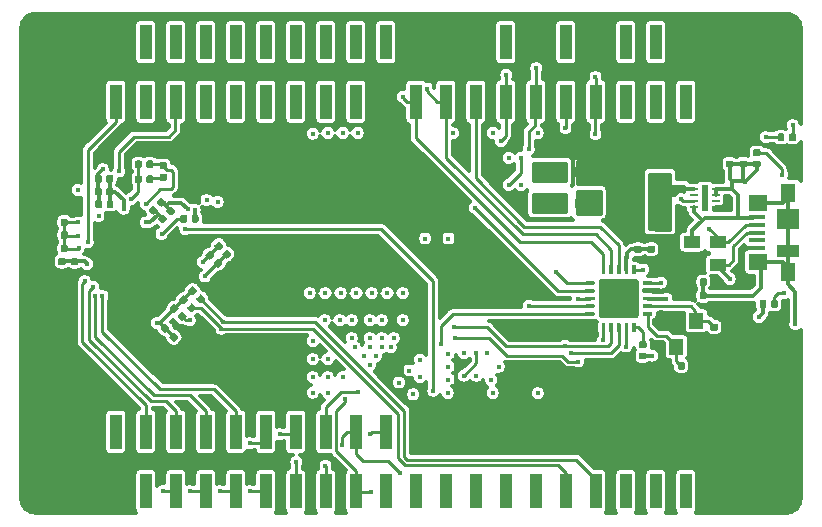
<source format=gbr>
G04 #@! TF.GenerationSoftware,KiCad,Pcbnew,(5.1.5)-3*
G04 #@! TF.CreationDate,2020-01-05T10:53:16-07:00*
G04 #@! TF.ProjectId,spi_control,7370695f-636f-46e7-9472-6f6c2e6b6963,A*
G04 #@! TF.SameCoordinates,Original*
G04 #@! TF.FileFunction,Copper,L4,Bot*
G04 #@! TF.FilePolarity,Positive*
%FSLAX46Y46*%
G04 Gerber Fmt 4.6, Leading zero omitted, Abs format (unit mm)*
G04 Created by KiCad (PCBNEW (5.1.5)-3) date 2020-01-05 10:53:16*
%MOMM*%
%LPD*%
G04 APERTURE LIST*
%ADD10C,0.700000*%
%ADD11C,4.400000*%
%ADD12R,1.200000X1.400000*%
%ADD13C,0.100000*%
%ADD14R,1.900000X1.000000*%
%ADD15R,1.900000X1.800000*%
%ADD16R,1.300000X1.650000*%
%ADD17R,1.550000X1.425000*%
%ADD18R,1.380000X0.450000*%
%ADD19R,1.000000X3.000000*%
%ADD20R,0.610000X2.200000*%
%ADD21R,0.700000X0.250000*%
%ADD22R,1.400000X1.000000*%
%ADD23R,1.400000X1.200000*%
%ADD24C,0.450000*%
%ADD25C,0.300000*%
%ADD26C,0.250000*%
%ADD27C,0.254000*%
G04 APERTURE END LIST*
D10*
X134516726Y-113724274D03*
X133350000Y-113241000D03*
X132183274Y-113724274D03*
X131700000Y-114891000D03*
X132183274Y-116057726D03*
X133350000Y-116541000D03*
X134516726Y-116057726D03*
X135000000Y-114891000D03*
D11*
X133350000Y-114891000D03*
D10*
X134516726Y-97893274D03*
X133350000Y-97410000D03*
X132183274Y-97893274D03*
X131700000Y-99060000D03*
X132183274Y-100226726D03*
X133350000Y-100710000D03*
X134516726Y-100226726D03*
X135000000Y-99060000D03*
D11*
X133350000Y-99060000D03*
D10*
X177046726Y-89313274D03*
X175880000Y-88830000D03*
X174713274Y-89313274D03*
X174230000Y-90480000D03*
X174713274Y-91646726D03*
X175880000Y-92130000D03*
X177046726Y-91646726D03*
X177530000Y-90480000D03*
D11*
X175880000Y-90480000D03*
D10*
X177046726Y-122404274D03*
X175880000Y-121921000D03*
X174713274Y-122404274D03*
X174230000Y-123571000D03*
X174713274Y-124737726D03*
X175880000Y-125221000D03*
X177046726Y-124737726D03*
X177530000Y-123571000D03*
D11*
X175880000Y-123571000D03*
D10*
X118046726Y-122404274D03*
X116880000Y-121921000D03*
X115713274Y-122404274D03*
X115230000Y-123571000D03*
X115713274Y-124737726D03*
X116880000Y-125221000D03*
X118046726Y-124737726D03*
X118530000Y-123571000D03*
D11*
X116880000Y-123571000D03*
D10*
X118046726Y-89313274D03*
X116880000Y-88830000D03*
X115713274Y-89313274D03*
X115230000Y-90480000D03*
X115713274Y-91646726D03*
X116880000Y-92130000D03*
X118046726Y-91646726D03*
X118530000Y-90480000D03*
D11*
X116880000Y-90480000D03*
D12*
X169203000Y-111549000D03*
X169203000Y-113749000D03*
X170903000Y-113749000D03*
X170903000Y-111549000D03*
G04 #@! TA.AperFunction,SMDPad,CuDef*
D13*
G36*
X116580458Y-105116110D02*
G01*
X116594776Y-105118234D01*
X116608817Y-105121751D01*
X116622446Y-105126628D01*
X116635531Y-105132817D01*
X116647947Y-105140258D01*
X116659573Y-105148881D01*
X116670298Y-105158602D01*
X116680019Y-105169327D01*
X116688642Y-105180953D01*
X116696083Y-105193369D01*
X116702272Y-105206454D01*
X116707149Y-105220083D01*
X116710666Y-105234124D01*
X116712790Y-105248442D01*
X116713500Y-105262900D01*
X116713500Y-105607900D01*
X116712790Y-105622358D01*
X116710666Y-105636676D01*
X116707149Y-105650717D01*
X116702272Y-105664346D01*
X116696083Y-105677431D01*
X116688642Y-105689847D01*
X116680019Y-105701473D01*
X116670298Y-105712198D01*
X116659573Y-105721919D01*
X116647947Y-105730542D01*
X116635531Y-105737983D01*
X116622446Y-105744172D01*
X116608817Y-105749049D01*
X116594776Y-105752566D01*
X116580458Y-105754690D01*
X116566000Y-105755400D01*
X116271000Y-105755400D01*
X116256542Y-105754690D01*
X116242224Y-105752566D01*
X116228183Y-105749049D01*
X116214554Y-105744172D01*
X116201469Y-105737983D01*
X116189053Y-105730542D01*
X116177427Y-105721919D01*
X116166702Y-105712198D01*
X116156981Y-105701473D01*
X116148358Y-105689847D01*
X116140917Y-105677431D01*
X116134728Y-105664346D01*
X116129851Y-105650717D01*
X116126334Y-105636676D01*
X116124210Y-105622358D01*
X116123500Y-105607900D01*
X116123500Y-105262900D01*
X116124210Y-105248442D01*
X116126334Y-105234124D01*
X116129851Y-105220083D01*
X116134728Y-105206454D01*
X116140917Y-105193369D01*
X116148358Y-105180953D01*
X116156981Y-105169327D01*
X116166702Y-105158602D01*
X116177427Y-105148881D01*
X116189053Y-105140258D01*
X116201469Y-105132817D01*
X116214554Y-105126628D01*
X116228183Y-105121751D01*
X116242224Y-105118234D01*
X116256542Y-105116110D01*
X116271000Y-105115400D01*
X116566000Y-105115400D01*
X116580458Y-105116110D01*
G37*
G04 #@! TD.AperFunction*
G04 #@! TA.AperFunction,SMDPad,CuDef*
G36*
X117550458Y-105116110D02*
G01*
X117564776Y-105118234D01*
X117578817Y-105121751D01*
X117592446Y-105126628D01*
X117605531Y-105132817D01*
X117617947Y-105140258D01*
X117629573Y-105148881D01*
X117640298Y-105158602D01*
X117650019Y-105169327D01*
X117658642Y-105180953D01*
X117666083Y-105193369D01*
X117672272Y-105206454D01*
X117677149Y-105220083D01*
X117680666Y-105234124D01*
X117682790Y-105248442D01*
X117683500Y-105262900D01*
X117683500Y-105607900D01*
X117682790Y-105622358D01*
X117680666Y-105636676D01*
X117677149Y-105650717D01*
X117672272Y-105664346D01*
X117666083Y-105677431D01*
X117658642Y-105689847D01*
X117650019Y-105701473D01*
X117640298Y-105712198D01*
X117629573Y-105721919D01*
X117617947Y-105730542D01*
X117605531Y-105737983D01*
X117592446Y-105744172D01*
X117578817Y-105749049D01*
X117564776Y-105752566D01*
X117550458Y-105754690D01*
X117536000Y-105755400D01*
X117241000Y-105755400D01*
X117226542Y-105754690D01*
X117212224Y-105752566D01*
X117198183Y-105749049D01*
X117184554Y-105744172D01*
X117171469Y-105737983D01*
X117159053Y-105730542D01*
X117147427Y-105721919D01*
X117136702Y-105712198D01*
X117126981Y-105701473D01*
X117118358Y-105689847D01*
X117110917Y-105677431D01*
X117104728Y-105664346D01*
X117099851Y-105650717D01*
X117096334Y-105636676D01*
X117094210Y-105622358D01*
X117093500Y-105607900D01*
X117093500Y-105262900D01*
X117094210Y-105248442D01*
X117096334Y-105234124D01*
X117099851Y-105220083D01*
X117104728Y-105206454D01*
X117110917Y-105193369D01*
X117118358Y-105180953D01*
X117126981Y-105169327D01*
X117136702Y-105158602D01*
X117147427Y-105148881D01*
X117159053Y-105140258D01*
X117171469Y-105132817D01*
X117184554Y-105126628D01*
X117198183Y-105121751D01*
X117212224Y-105118234D01*
X117226542Y-105116110D01*
X117241000Y-105115400D01*
X117536000Y-105115400D01*
X117550458Y-105116110D01*
G37*
G04 #@! TD.AperFunction*
G04 #@! TA.AperFunction,SMDPad,CuDef*
G36*
X170682458Y-107948210D02*
G01*
X170696776Y-107950334D01*
X170710817Y-107953851D01*
X170724446Y-107958728D01*
X170737531Y-107964917D01*
X170749947Y-107972358D01*
X170761573Y-107980981D01*
X170772298Y-107990702D01*
X170782019Y-108001427D01*
X170790642Y-108013053D01*
X170798083Y-108025469D01*
X170804272Y-108038554D01*
X170809149Y-108052183D01*
X170812666Y-108066224D01*
X170814790Y-108080542D01*
X170815500Y-108095000D01*
X170815500Y-108440000D01*
X170814790Y-108454458D01*
X170812666Y-108468776D01*
X170809149Y-108482817D01*
X170804272Y-108496446D01*
X170798083Y-108509531D01*
X170790642Y-108521947D01*
X170782019Y-108533573D01*
X170772298Y-108544298D01*
X170761573Y-108554019D01*
X170749947Y-108562642D01*
X170737531Y-108570083D01*
X170724446Y-108576272D01*
X170710817Y-108581149D01*
X170696776Y-108584666D01*
X170682458Y-108586790D01*
X170668000Y-108587500D01*
X170373000Y-108587500D01*
X170358542Y-108586790D01*
X170344224Y-108584666D01*
X170330183Y-108581149D01*
X170316554Y-108576272D01*
X170303469Y-108570083D01*
X170291053Y-108562642D01*
X170279427Y-108554019D01*
X170268702Y-108544298D01*
X170258981Y-108533573D01*
X170250358Y-108521947D01*
X170242917Y-108509531D01*
X170236728Y-108496446D01*
X170231851Y-108482817D01*
X170228334Y-108468776D01*
X170226210Y-108454458D01*
X170225500Y-108440000D01*
X170225500Y-108095000D01*
X170226210Y-108080542D01*
X170228334Y-108066224D01*
X170231851Y-108052183D01*
X170236728Y-108038554D01*
X170242917Y-108025469D01*
X170250358Y-108013053D01*
X170258981Y-108001427D01*
X170268702Y-107990702D01*
X170279427Y-107980981D01*
X170291053Y-107972358D01*
X170303469Y-107964917D01*
X170316554Y-107958728D01*
X170330183Y-107953851D01*
X170344224Y-107950334D01*
X170358542Y-107948210D01*
X170373000Y-107947500D01*
X170668000Y-107947500D01*
X170682458Y-107948210D01*
G37*
G04 #@! TD.AperFunction*
G04 #@! TA.AperFunction,SMDPad,CuDef*
G36*
X171652458Y-107948210D02*
G01*
X171666776Y-107950334D01*
X171680817Y-107953851D01*
X171694446Y-107958728D01*
X171707531Y-107964917D01*
X171719947Y-107972358D01*
X171731573Y-107980981D01*
X171742298Y-107990702D01*
X171752019Y-108001427D01*
X171760642Y-108013053D01*
X171768083Y-108025469D01*
X171774272Y-108038554D01*
X171779149Y-108052183D01*
X171782666Y-108066224D01*
X171784790Y-108080542D01*
X171785500Y-108095000D01*
X171785500Y-108440000D01*
X171784790Y-108454458D01*
X171782666Y-108468776D01*
X171779149Y-108482817D01*
X171774272Y-108496446D01*
X171768083Y-108509531D01*
X171760642Y-108521947D01*
X171752019Y-108533573D01*
X171742298Y-108544298D01*
X171731573Y-108554019D01*
X171719947Y-108562642D01*
X171707531Y-108570083D01*
X171694446Y-108576272D01*
X171680817Y-108581149D01*
X171666776Y-108584666D01*
X171652458Y-108586790D01*
X171638000Y-108587500D01*
X171343000Y-108587500D01*
X171328542Y-108586790D01*
X171314224Y-108584666D01*
X171300183Y-108581149D01*
X171286554Y-108576272D01*
X171273469Y-108570083D01*
X171261053Y-108562642D01*
X171249427Y-108554019D01*
X171238702Y-108544298D01*
X171228981Y-108533573D01*
X171220358Y-108521947D01*
X171212917Y-108509531D01*
X171206728Y-108496446D01*
X171201851Y-108482817D01*
X171198334Y-108468776D01*
X171196210Y-108454458D01*
X171195500Y-108440000D01*
X171195500Y-108095000D01*
X171196210Y-108080542D01*
X171198334Y-108066224D01*
X171201851Y-108052183D01*
X171206728Y-108038554D01*
X171212917Y-108025469D01*
X171220358Y-108013053D01*
X171228981Y-108001427D01*
X171238702Y-107990702D01*
X171249427Y-107980981D01*
X171261053Y-107972358D01*
X171273469Y-107964917D01*
X171286554Y-107958728D01*
X171300183Y-107953851D01*
X171314224Y-107950334D01*
X171328542Y-107948210D01*
X171343000Y-107947500D01*
X171638000Y-107947500D01*
X171652458Y-107948210D01*
G37*
G04 #@! TD.AperFunction*
G04 #@! TA.AperFunction,SMDPad,CuDef*
G36*
X170682458Y-109091210D02*
G01*
X170696776Y-109093334D01*
X170710817Y-109096851D01*
X170724446Y-109101728D01*
X170737531Y-109107917D01*
X170749947Y-109115358D01*
X170761573Y-109123981D01*
X170772298Y-109133702D01*
X170782019Y-109144427D01*
X170790642Y-109156053D01*
X170798083Y-109168469D01*
X170804272Y-109181554D01*
X170809149Y-109195183D01*
X170812666Y-109209224D01*
X170814790Y-109223542D01*
X170815500Y-109238000D01*
X170815500Y-109583000D01*
X170814790Y-109597458D01*
X170812666Y-109611776D01*
X170809149Y-109625817D01*
X170804272Y-109639446D01*
X170798083Y-109652531D01*
X170790642Y-109664947D01*
X170782019Y-109676573D01*
X170772298Y-109687298D01*
X170761573Y-109697019D01*
X170749947Y-109705642D01*
X170737531Y-109713083D01*
X170724446Y-109719272D01*
X170710817Y-109724149D01*
X170696776Y-109727666D01*
X170682458Y-109729790D01*
X170668000Y-109730500D01*
X170373000Y-109730500D01*
X170358542Y-109729790D01*
X170344224Y-109727666D01*
X170330183Y-109724149D01*
X170316554Y-109719272D01*
X170303469Y-109713083D01*
X170291053Y-109705642D01*
X170279427Y-109697019D01*
X170268702Y-109687298D01*
X170258981Y-109676573D01*
X170250358Y-109664947D01*
X170242917Y-109652531D01*
X170236728Y-109639446D01*
X170231851Y-109625817D01*
X170228334Y-109611776D01*
X170226210Y-109597458D01*
X170225500Y-109583000D01*
X170225500Y-109238000D01*
X170226210Y-109223542D01*
X170228334Y-109209224D01*
X170231851Y-109195183D01*
X170236728Y-109181554D01*
X170242917Y-109168469D01*
X170250358Y-109156053D01*
X170258981Y-109144427D01*
X170268702Y-109133702D01*
X170279427Y-109123981D01*
X170291053Y-109115358D01*
X170303469Y-109107917D01*
X170316554Y-109101728D01*
X170330183Y-109096851D01*
X170344224Y-109093334D01*
X170358542Y-109091210D01*
X170373000Y-109090500D01*
X170668000Y-109090500D01*
X170682458Y-109091210D01*
G37*
G04 #@! TD.AperFunction*
G04 #@! TA.AperFunction,SMDPad,CuDef*
G36*
X171652458Y-109091210D02*
G01*
X171666776Y-109093334D01*
X171680817Y-109096851D01*
X171694446Y-109101728D01*
X171707531Y-109107917D01*
X171719947Y-109115358D01*
X171731573Y-109123981D01*
X171742298Y-109133702D01*
X171752019Y-109144427D01*
X171760642Y-109156053D01*
X171768083Y-109168469D01*
X171774272Y-109181554D01*
X171779149Y-109195183D01*
X171782666Y-109209224D01*
X171784790Y-109223542D01*
X171785500Y-109238000D01*
X171785500Y-109583000D01*
X171784790Y-109597458D01*
X171782666Y-109611776D01*
X171779149Y-109625817D01*
X171774272Y-109639446D01*
X171768083Y-109652531D01*
X171760642Y-109664947D01*
X171752019Y-109676573D01*
X171742298Y-109687298D01*
X171731573Y-109697019D01*
X171719947Y-109705642D01*
X171707531Y-109713083D01*
X171694446Y-109719272D01*
X171680817Y-109724149D01*
X171666776Y-109727666D01*
X171652458Y-109729790D01*
X171638000Y-109730500D01*
X171343000Y-109730500D01*
X171328542Y-109729790D01*
X171314224Y-109727666D01*
X171300183Y-109724149D01*
X171286554Y-109719272D01*
X171273469Y-109713083D01*
X171261053Y-109705642D01*
X171249427Y-109697019D01*
X171238702Y-109687298D01*
X171228981Y-109676573D01*
X171220358Y-109664947D01*
X171212917Y-109652531D01*
X171206728Y-109639446D01*
X171201851Y-109625817D01*
X171198334Y-109611776D01*
X171196210Y-109597458D01*
X171195500Y-109583000D01*
X171195500Y-109238000D01*
X171196210Y-109223542D01*
X171198334Y-109209224D01*
X171201851Y-109195183D01*
X171206728Y-109181554D01*
X171212917Y-109168469D01*
X171220358Y-109156053D01*
X171228981Y-109144427D01*
X171238702Y-109133702D01*
X171249427Y-109123981D01*
X171261053Y-109115358D01*
X171273469Y-109107917D01*
X171286554Y-109101728D01*
X171300183Y-109096851D01*
X171314224Y-109093334D01*
X171328542Y-109091210D01*
X171343000Y-109090500D01*
X171638000Y-109090500D01*
X171652458Y-109091210D01*
G37*
G04 #@! TD.AperFunction*
D14*
X178682500Y-105626500D03*
D15*
X178682500Y-102926500D03*
D16*
X178682500Y-107451500D03*
X178682500Y-100701500D03*
D17*
X176107500Y-106564000D03*
X176107500Y-101589000D03*
D18*
X176022500Y-105376500D03*
X176022500Y-104726500D03*
X176022500Y-104076500D03*
X176022500Y-103426500D03*
X176022500Y-102776500D03*
D19*
X170010000Y-87960000D03*
X170010000Y-93000000D03*
X167470000Y-87960000D03*
X167470000Y-93000000D03*
X164930000Y-87960000D03*
X164930000Y-93000000D03*
X162390000Y-87960000D03*
X162390000Y-93000000D03*
X159850000Y-87960000D03*
X159850000Y-93000000D03*
X157310000Y-87960000D03*
X157310000Y-93000000D03*
X154770000Y-87960000D03*
X154770000Y-93000000D03*
X152230000Y-87960000D03*
X152230000Y-93000000D03*
X149690000Y-87960000D03*
X149690000Y-93000000D03*
X147150000Y-87960000D03*
X147150000Y-93000000D03*
X144610000Y-87960000D03*
X144610000Y-93000000D03*
X142070000Y-87960000D03*
X142070000Y-93000000D03*
X139530000Y-87960000D03*
X139530000Y-93000000D03*
X136990000Y-87960000D03*
X136990000Y-93000000D03*
X134450000Y-87960000D03*
X134450000Y-93000000D03*
X131910000Y-87960000D03*
X131910000Y-93000000D03*
X129370000Y-87960000D03*
X129370000Y-93000000D03*
X126830000Y-87960000D03*
X126830000Y-93000000D03*
X124290000Y-87960000D03*
X124290000Y-93000000D03*
X121750000Y-87960000D03*
X121750000Y-93000000D03*
X170010000Y-120954600D03*
X170010000Y-125994600D03*
X167470000Y-120954600D03*
X167470000Y-125994600D03*
X164930000Y-120954600D03*
X164930000Y-125994600D03*
X162390000Y-120954600D03*
X162390000Y-125994600D03*
X159850000Y-120954600D03*
X159850000Y-125994600D03*
X157310000Y-120954600D03*
X157310000Y-125994600D03*
X154770000Y-120954600D03*
X154770000Y-125994600D03*
X152230000Y-120954600D03*
X152230000Y-125994600D03*
X149690000Y-120954600D03*
X149690000Y-125994600D03*
X147150000Y-120954600D03*
X147150000Y-125994600D03*
X144610000Y-120954600D03*
X144610000Y-125994600D03*
X142070000Y-120954600D03*
X142070000Y-125994600D03*
X139530000Y-120954600D03*
X139530000Y-125994600D03*
X136990000Y-120954600D03*
X136990000Y-125994600D03*
X134450000Y-120954600D03*
X134450000Y-125994600D03*
X131910000Y-120954600D03*
X131910000Y-125994600D03*
X129370000Y-120954600D03*
X129370000Y-125994600D03*
X126830000Y-120954600D03*
X126830000Y-125994600D03*
X124290000Y-120954600D03*
X124290000Y-125994600D03*
X121750000Y-120954600D03*
X121750000Y-125994600D03*
G04 #@! TA.AperFunction,SMDPad,CuDef*
D13*
G36*
X167120351Y-110814861D02*
G01*
X167127632Y-110815941D01*
X167134771Y-110817729D01*
X167141701Y-110820209D01*
X167148355Y-110823356D01*
X167154668Y-110827140D01*
X167160579Y-110831524D01*
X167166033Y-110836467D01*
X167170976Y-110841921D01*
X167175360Y-110847832D01*
X167179144Y-110854145D01*
X167182291Y-110860799D01*
X167184771Y-110867729D01*
X167186559Y-110874868D01*
X167187639Y-110882149D01*
X167188000Y-110889500D01*
X167188000Y-111039500D01*
X167187639Y-111046851D01*
X167186559Y-111054132D01*
X167184771Y-111061271D01*
X167182291Y-111068201D01*
X167179144Y-111074855D01*
X167175360Y-111081168D01*
X167170976Y-111087079D01*
X167166033Y-111092533D01*
X167160579Y-111097476D01*
X167154668Y-111101860D01*
X167148355Y-111105644D01*
X167141701Y-111108791D01*
X167134771Y-111111271D01*
X167127632Y-111113059D01*
X167120351Y-111114139D01*
X167113000Y-111114500D01*
X166463000Y-111114500D01*
X166455649Y-111114139D01*
X166448368Y-111113059D01*
X166441229Y-111111271D01*
X166434299Y-111108791D01*
X166427645Y-111105644D01*
X166421332Y-111101860D01*
X166415421Y-111097476D01*
X166409967Y-111092533D01*
X166405024Y-111087079D01*
X166400640Y-111081168D01*
X166396856Y-111074855D01*
X166393709Y-111068201D01*
X166391229Y-111061271D01*
X166389441Y-111054132D01*
X166388361Y-111046851D01*
X166388000Y-111039500D01*
X166388000Y-110889500D01*
X166388361Y-110882149D01*
X166389441Y-110874868D01*
X166391229Y-110867729D01*
X166393709Y-110860799D01*
X166396856Y-110854145D01*
X166400640Y-110847832D01*
X166405024Y-110841921D01*
X166409967Y-110836467D01*
X166415421Y-110831524D01*
X166421332Y-110827140D01*
X166427645Y-110823356D01*
X166434299Y-110820209D01*
X166441229Y-110817729D01*
X166448368Y-110815941D01*
X166455649Y-110814861D01*
X166463000Y-110814500D01*
X167113000Y-110814500D01*
X167120351Y-110814861D01*
G37*
G04 #@! TD.AperFunction*
G04 #@! TA.AperFunction,SMDPad,CuDef*
G36*
X167120351Y-110164861D02*
G01*
X167127632Y-110165941D01*
X167134771Y-110167729D01*
X167141701Y-110170209D01*
X167148355Y-110173356D01*
X167154668Y-110177140D01*
X167160579Y-110181524D01*
X167166033Y-110186467D01*
X167170976Y-110191921D01*
X167175360Y-110197832D01*
X167179144Y-110204145D01*
X167182291Y-110210799D01*
X167184771Y-110217729D01*
X167186559Y-110224868D01*
X167187639Y-110232149D01*
X167188000Y-110239500D01*
X167188000Y-110389500D01*
X167187639Y-110396851D01*
X167186559Y-110404132D01*
X167184771Y-110411271D01*
X167182291Y-110418201D01*
X167179144Y-110424855D01*
X167175360Y-110431168D01*
X167170976Y-110437079D01*
X167166033Y-110442533D01*
X167160579Y-110447476D01*
X167154668Y-110451860D01*
X167148355Y-110455644D01*
X167141701Y-110458791D01*
X167134771Y-110461271D01*
X167127632Y-110463059D01*
X167120351Y-110464139D01*
X167113000Y-110464500D01*
X166463000Y-110464500D01*
X166455649Y-110464139D01*
X166448368Y-110463059D01*
X166441229Y-110461271D01*
X166434299Y-110458791D01*
X166427645Y-110455644D01*
X166421332Y-110451860D01*
X166415421Y-110447476D01*
X166409967Y-110442533D01*
X166405024Y-110437079D01*
X166400640Y-110431168D01*
X166396856Y-110424855D01*
X166393709Y-110418201D01*
X166391229Y-110411271D01*
X166389441Y-110404132D01*
X166388361Y-110396851D01*
X166388000Y-110389500D01*
X166388000Y-110239500D01*
X166388361Y-110232149D01*
X166389441Y-110224868D01*
X166391229Y-110217729D01*
X166393709Y-110210799D01*
X166396856Y-110204145D01*
X166400640Y-110197832D01*
X166405024Y-110191921D01*
X166409967Y-110186467D01*
X166415421Y-110181524D01*
X166421332Y-110177140D01*
X166427645Y-110173356D01*
X166434299Y-110170209D01*
X166441229Y-110167729D01*
X166448368Y-110165941D01*
X166455649Y-110164861D01*
X166463000Y-110164500D01*
X167113000Y-110164500D01*
X167120351Y-110164861D01*
G37*
G04 #@! TD.AperFunction*
G04 #@! TA.AperFunction,SMDPad,CuDef*
G36*
X167120351Y-109514861D02*
G01*
X167127632Y-109515941D01*
X167134771Y-109517729D01*
X167141701Y-109520209D01*
X167148355Y-109523356D01*
X167154668Y-109527140D01*
X167160579Y-109531524D01*
X167166033Y-109536467D01*
X167170976Y-109541921D01*
X167175360Y-109547832D01*
X167179144Y-109554145D01*
X167182291Y-109560799D01*
X167184771Y-109567729D01*
X167186559Y-109574868D01*
X167187639Y-109582149D01*
X167188000Y-109589500D01*
X167188000Y-109739500D01*
X167187639Y-109746851D01*
X167186559Y-109754132D01*
X167184771Y-109761271D01*
X167182291Y-109768201D01*
X167179144Y-109774855D01*
X167175360Y-109781168D01*
X167170976Y-109787079D01*
X167166033Y-109792533D01*
X167160579Y-109797476D01*
X167154668Y-109801860D01*
X167148355Y-109805644D01*
X167141701Y-109808791D01*
X167134771Y-109811271D01*
X167127632Y-109813059D01*
X167120351Y-109814139D01*
X167113000Y-109814500D01*
X166463000Y-109814500D01*
X166455649Y-109814139D01*
X166448368Y-109813059D01*
X166441229Y-109811271D01*
X166434299Y-109808791D01*
X166427645Y-109805644D01*
X166421332Y-109801860D01*
X166415421Y-109797476D01*
X166409967Y-109792533D01*
X166405024Y-109787079D01*
X166400640Y-109781168D01*
X166396856Y-109774855D01*
X166393709Y-109768201D01*
X166391229Y-109761271D01*
X166389441Y-109754132D01*
X166388361Y-109746851D01*
X166388000Y-109739500D01*
X166388000Y-109589500D01*
X166388361Y-109582149D01*
X166389441Y-109574868D01*
X166391229Y-109567729D01*
X166393709Y-109560799D01*
X166396856Y-109554145D01*
X166400640Y-109547832D01*
X166405024Y-109541921D01*
X166409967Y-109536467D01*
X166415421Y-109531524D01*
X166421332Y-109527140D01*
X166427645Y-109523356D01*
X166434299Y-109520209D01*
X166441229Y-109517729D01*
X166448368Y-109515941D01*
X166455649Y-109514861D01*
X166463000Y-109514500D01*
X167113000Y-109514500D01*
X167120351Y-109514861D01*
G37*
G04 #@! TD.AperFunction*
G04 #@! TA.AperFunction,SMDPad,CuDef*
G36*
X167120351Y-108864861D02*
G01*
X167127632Y-108865941D01*
X167134771Y-108867729D01*
X167141701Y-108870209D01*
X167148355Y-108873356D01*
X167154668Y-108877140D01*
X167160579Y-108881524D01*
X167166033Y-108886467D01*
X167170976Y-108891921D01*
X167175360Y-108897832D01*
X167179144Y-108904145D01*
X167182291Y-108910799D01*
X167184771Y-108917729D01*
X167186559Y-108924868D01*
X167187639Y-108932149D01*
X167188000Y-108939500D01*
X167188000Y-109089500D01*
X167187639Y-109096851D01*
X167186559Y-109104132D01*
X167184771Y-109111271D01*
X167182291Y-109118201D01*
X167179144Y-109124855D01*
X167175360Y-109131168D01*
X167170976Y-109137079D01*
X167166033Y-109142533D01*
X167160579Y-109147476D01*
X167154668Y-109151860D01*
X167148355Y-109155644D01*
X167141701Y-109158791D01*
X167134771Y-109161271D01*
X167127632Y-109163059D01*
X167120351Y-109164139D01*
X167113000Y-109164500D01*
X166463000Y-109164500D01*
X166455649Y-109164139D01*
X166448368Y-109163059D01*
X166441229Y-109161271D01*
X166434299Y-109158791D01*
X166427645Y-109155644D01*
X166421332Y-109151860D01*
X166415421Y-109147476D01*
X166409967Y-109142533D01*
X166405024Y-109137079D01*
X166400640Y-109131168D01*
X166396856Y-109124855D01*
X166393709Y-109118201D01*
X166391229Y-109111271D01*
X166389441Y-109104132D01*
X166388361Y-109096851D01*
X166388000Y-109089500D01*
X166388000Y-108939500D01*
X166388361Y-108932149D01*
X166389441Y-108924868D01*
X166391229Y-108917729D01*
X166393709Y-108910799D01*
X166396856Y-108904145D01*
X166400640Y-108897832D01*
X166405024Y-108891921D01*
X166409967Y-108886467D01*
X166415421Y-108881524D01*
X166421332Y-108877140D01*
X166427645Y-108873356D01*
X166434299Y-108870209D01*
X166441229Y-108867729D01*
X166448368Y-108865941D01*
X166455649Y-108864861D01*
X166463000Y-108864500D01*
X167113000Y-108864500D01*
X167120351Y-108864861D01*
G37*
G04 #@! TD.AperFunction*
G04 #@! TA.AperFunction,SMDPad,CuDef*
G36*
X167120351Y-108214861D02*
G01*
X167127632Y-108215941D01*
X167134771Y-108217729D01*
X167141701Y-108220209D01*
X167148355Y-108223356D01*
X167154668Y-108227140D01*
X167160579Y-108231524D01*
X167166033Y-108236467D01*
X167170976Y-108241921D01*
X167175360Y-108247832D01*
X167179144Y-108254145D01*
X167182291Y-108260799D01*
X167184771Y-108267729D01*
X167186559Y-108274868D01*
X167187639Y-108282149D01*
X167188000Y-108289500D01*
X167188000Y-108439500D01*
X167187639Y-108446851D01*
X167186559Y-108454132D01*
X167184771Y-108461271D01*
X167182291Y-108468201D01*
X167179144Y-108474855D01*
X167175360Y-108481168D01*
X167170976Y-108487079D01*
X167166033Y-108492533D01*
X167160579Y-108497476D01*
X167154668Y-108501860D01*
X167148355Y-108505644D01*
X167141701Y-108508791D01*
X167134771Y-108511271D01*
X167127632Y-108513059D01*
X167120351Y-108514139D01*
X167113000Y-108514500D01*
X166463000Y-108514500D01*
X166455649Y-108514139D01*
X166448368Y-108513059D01*
X166441229Y-108511271D01*
X166434299Y-108508791D01*
X166427645Y-108505644D01*
X166421332Y-108501860D01*
X166415421Y-108497476D01*
X166409967Y-108492533D01*
X166405024Y-108487079D01*
X166400640Y-108481168D01*
X166396856Y-108474855D01*
X166393709Y-108468201D01*
X166391229Y-108461271D01*
X166389441Y-108454132D01*
X166388361Y-108446851D01*
X166388000Y-108439500D01*
X166388000Y-108289500D01*
X166388361Y-108282149D01*
X166389441Y-108274868D01*
X166391229Y-108267729D01*
X166393709Y-108260799D01*
X166396856Y-108254145D01*
X166400640Y-108247832D01*
X166405024Y-108241921D01*
X166409967Y-108236467D01*
X166415421Y-108231524D01*
X166421332Y-108227140D01*
X166427645Y-108223356D01*
X166434299Y-108220209D01*
X166441229Y-108217729D01*
X166448368Y-108215941D01*
X166455649Y-108214861D01*
X166463000Y-108214500D01*
X167113000Y-108214500D01*
X167120351Y-108214861D01*
G37*
G04 #@! TD.AperFunction*
G04 #@! TA.AperFunction,SMDPad,CuDef*
G36*
X165720351Y-106814861D02*
G01*
X165727632Y-106815941D01*
X165734771Y-106817729D01*
X165741701Y-106820209D01*
X165748355Y-106823356D01*
X165754668Y-106827140D01*
X165760579Y-106831524D01*
X165766033Y-106836467D01*
X165770976Y-106841921D01*
X165775360Y-106847832D01*
X165779144Y-106854145D01*
X165782291Y-106860799D01*
X165784771Y-106867729D01*
X165786559Y-106874868D01*
X165787639Y-106882149D01*
X165788000Y-106889500D01*
X165788000Y-107539500D01*
X165787639Y-107546851D01*
X165786559Y-107554132D01*
X165784771Y-107561271D01*
X165782291Y-107568201D01*
X165779144Y-107574855D01*
X165775360Y-107581168D01*
X165770976Y-107587079D01*
X165766033Y-107592533D01*
X165760579Y-107597476D01*
X165754668Y-107601860D01*
X165748355Y-107605644D01*
X165741701Y-107608791D01*
X165734771Y-107611271D01*
X165727632Y-107613059D01*
X165720351Y-107614139D01*
X165713000Y-107614500D01*
X165563000Y-107614500D01*
X165555649Y-107614139D01*
X165548368Y-107613059D01*
X165541229Y-107611271D01*
X165534299Y-107608791D01*
X165527645Y-107605644D01*
X165521332Y-107601860D01*
X165515421Y-107597476D01*
X165509967Y-107592533D01*
X165505024Y-107587079D01*
X165500640Y-107581168D01*
X165496856Y-107574855D01*
X165493709Y-107568201D01*
X165491229Y-107561271D01*
X165489441Y-107554132D01*
X165488361Y-107546851D01*
X165488000Y-107539500D01*
X165488000Y-106889500D01*
X165488361Y-106882149D01*
X165489441Y-106874868D01*
X165491229Y-106867729D01*
X165493709Y-106860799D01*
X165496856Y-106854145D01*
X165500640Y-106847832D01*
X165505024Y-106841921D01*
X165509967Y-106836467D01*
X165515421Y-106831524D01*
X165521332Y-106827140D01*
X165527645Y-106823356D01*
X165534299Y-106820209D01*
X165541229Y-106817729D01*
X165548368Y-106815941D01*
X165555649Y-106814861D01*
X165563000Y-106814500D01*
X165713000Y-106814500D01*
X165720351Y-106814861D01*
G37*
G04 #@! TD.AperFunction*
G04 #@! TA.AperFunction,SMDPad,CuDef*
G36*
X165070351Y-106814861D02*
G01*
X165077632Y-106815941D01*
X165084771Y-106817729D01*
X165091701Y-106820209D01*
X165098355Y-106823356D01*
X165104668Y-106827140D01*
X165110579Y-106831524D01*
X165116033Y-106836467D01*
X165120976Y-106841921D01*
X165125360Y-106847832D01*
X165129144Y-106854145D01*
X165132291Y-106860799D01*
X165134771Y-106867729D01*
X165136559Y-106874868D01*
X165137639Y-106882149D01*
X165138000Y-106889500D01*
X165138000Y-107539500D01*
X165137639Y-107546851D01*
X165136559Y-107554132D01*
X165134771Y-107561271D01*
X165132291Y-107568201D01*
X165129144Y-107574855D01*
X165125360Y-107581168D01*
X165120976Y-107587079D01*
X165116033Y-107592533D01*
X165110579Y-107597476D01*
X165104668Y-107601860D01*
X165098355Y-107605644D01*
X165091701Y-107608791D01*
X165084771Y-107611271D01*
X165077632Y-107613059D01*
X165070351Y-107614139D01*
X165063000Y-107614500D01*
X164913000Y-107614500D01*
X164905649Y-107614139D01*
X164898368Y-107613059D01*
X164891229Y-107611271D01*
X164884299Y-107608791D01*
X164877645Y-107605644D01*
X164871332Y-107601860D01*
X164865421Y-107597476D01*
X164859967Y-107592533D01*
X164855024Y-107587079D01*
X164850640Y-107581168D01*
X164846856Y-107574855D01*
X164843709Y-107568201D01*
X164841229Y-107561271D01*
X164839441Y-107554132D01*
X164838361Y-107546851D01*
X164838000Y-107539500D01*
X164838000Y-106889500D01*
X164838361Y-106882149D01*
X164839441Y-106874868D01*
X164841229Y-106867729D01*
X164843709Y-106860799D01*
X164846856Y-106854145D01*
X164850640Y-106847832D01*
X164855024Y-106841921D01*
X164859967Y-106836467D01*
X164865421Y-106831524D01*
X164871332Y-106827140D01*
X164877645Y-106823356D01*
X164884299Y-106820209D01*
X164891229Y-106817729D01*
X164898368Y-106815941D01*
X164905649Y-106814861D01*
X164913000Y-106814500D01*
X165063000Y-106814500D01*
X165070351Y-106814861D01*
G37*
G04 #@! TD.AperFunction*
G04 #@! TA.AperFunction,SMDPad,CuDef*
G36*
X164420351Y-106814861D02*
G01*
X164427632Y-106815941D01*
X164434771Y-106817729D01*
X164441701Y-106820209D01*
X164448355Y-106823356D01*
X164454668Y-106827140D01*
X164460579Y-106831524D01*
X164466033Y-106836467D01*
X164470976Y-106841921D01*
X164475360Y-106847832D01*
X164479144Y-106854145D01*
X164482291Y-106860799D01*
X164484771Y-106867729D01*
X164486559Y-106874868D01*
X164487639Y-106882149D01*
X164488000Y-106889500D01*
X164488000Y-107539500D01*
X164487639Y-107546851D01*
X164486559Y-107554132D01*
X164484771Y-107561271D01*
X164482291Y-107568201D01*
X164479144Y-107574855D01*
X164475360Y-107581168D01*
X164470976Y-107587079D01*
X164466033Y-107592533D01*
X164460579Y-107597476D01*
X164454668Y-107601860D01*
X164448355Y-107605644D01*
X164441701Y-107608791D01*
X164434771Y-107611271D01*
X164427632Y-107613059D01*
X164420351Y-107614139D01*
X164413000Y-107614500D01*
X164263000Y-107614500D01*
X164255649Y-107614139D01*
X164248368Y-107613059D01*
X164241229Y-107611271D01*
X164234299Y-107608791D01*
X164227645Y-107605644D01*
X164221332Y-107601860D01*
X164215421Y-107597476D01*
X164209967Y-107592533D01*
X164205024Y-107587079D01*
X164200640Y-107581168D01*
X164196856Y-107574855D01*
X164193709Y-107568201D01*
X164191229Y-107561271D01*
X164189441Y-107554132D01*
X164188361Y-107546851D01*
X164188000Y-107539500D01*
X164188000Y-106889500D01*
X164188361Y-106882149D01*
X164189441Y-106874868D01*
X164191229Y-106867729D01*
X164193709Y-106860799D01*
X164196856Y-106854145D01*
X164200640Y-106847832D01*
X164205024Y-106841921D01*
X164209967Y-106836467D01*
X164215421Y-106831524D01*
X164221332Y-106827140D01*
X164227645Y-106823356D01*
X164234299Y-106820209D01*
X164241229Y-106817729D01*
X164248368Y-106815941D01*
X164255649Y-106814861D01*
X164263000Y-106814500D01*
X164413000Y-106814500D01*
X164420351Y-106814861D01*
G37*
G04 #@! TD.AperFunction*
G04 #@! TA.AperFunction,SMDPad,CuDef*
G36*
X163770351Y-106814861D02*
G01*
X163777632Y-106815941D01*
X163784771Y-106817729D01*
X163791701Y-106820209D01*
X163798355Y-106823356D01*
X163804668Y-106827140D01*
X163810579Y-106831524D01*
X163816033Y-106836467D01*
X163820976Y-106841921D01*
X163825360Y-106847832D01*
X163829144Y-106854145D01*
X163832291Y-106860799D01*
X163834771Y-106867729D01*
X163836559Y-106874868D01*
X163837639Y-106882149D01*
X163838000Y-106889500D01*
X163838000Y-107539500D01*
X163837639Y-107546851D01*
X163836559Y-107554132D01*
X163834771Y-107561271D01*
X163832291Y-107568201D01*
X163829144Y-107574855D01*
X163825360Y-107581168D01*
X163820976Y-107587079D01*
X163816033Y-107592533D01*
X163810579Y-107597476D01*
X163804668Y-107601860D01*
X163798355Y-107605644D01*
X163791701Y-107608791D01*
X163784771Y-107611271D01*
X163777632Y-107613059D01*
X163770351Y-107614139D01*
X163763000Y-107614500D01*
X163613000Y-107614500D01*
X163605649Y-107614139D01*
X163598368Y-107613059D01*
X163591229Y-107611271D01*
X163584299Y-107608791D01*
X163577645Y-107605644D01*
X163571332Y-107601860D01*
X163565421Y-107597476D01*
X163559967Y-107592533D01*
X163555024Y-107587079D01*
X163550640Y-107581168D01*
X163546856Y-107574855D01*
X163543709Y-107568201D01*
X163541229Y-107561271D01*
X163539441Y-107554132D01*
X163538361Y-107546851D01*
X163538000Y-107539500D01*
X163538000Y-106889500D01*
X163538361Y-106882149D01*
X163539441Y-106874868D01*
X163541229Y-106867729D01*
X163543709Y-106860799D01*
X163546856Y-106854145D01*
X163550640Y-106847832D01*
X163555024Y-106841921D01*
X163559967Y-106836467D01*
X163565421Y-106831524D01*
X163571332Y-106827140D01*
X163577645Y-106823356D01*
X163584299Y-106820209D01*
X163591229Y-106817729D01*
X163598368Y-106815941D01*
X163605649Y-106814861D01*
X163613000Y-106814500D01*
X163763000Y-106814500D01*
X163770351Y-106814861D01*
G37*
G04 #@! TD.AperFunction*
G04 #@! TA.AperFunction,SMDPad,CuDef*
G36*
X163120351Y-106814861D02*
G01*
X163127632Y-106815941D01*
X163134771Y-106817729D01*
X163141701Y-106820209D01*
X163148355Y-106823356D01*
X163154668Y-106827140D01*
X163160579Y-106831524D01*
X163166033Y-106836467D01*
X163170976Y-106841921D01*
X163175360Y-106847832D01*
X163179144Y-106854145D01*
X163182291Y-106860799D01*
X163184771Y-106867729D01*
X163186559Y-106874868D01*
X163187639Y-106882149D01*
X163188000Y-106889500D01*
X163188000Y-107539500D01*
X163187639Y-107546851D01*
X163186559Y-107554132D01*
X163184771Y-107561271D01*
X163182291Y-107568201D01*
X163179144Y-107574855D01*
X163175360Y-107581168D01*
X163170976Y-107587079D01*
X163166033Y-107592533D01*
X163160579Y-107597476D01*
X163154668Y-107601860D01*
X163148355Y-107605644D01*
X163141701Y-107608791D01*
X163134771Y-107611271D01*
X163127632Y-107613059D01*
X163120351Y-107614139D01*
X163113000Y-107614500D01*
X162963000Y-107614500D01*
X162955649Y-107614139D01*
X162948368Y-107613059D01*
X162941229Y-107611271D01*
X162934299Y-107608791D01*
X162927645Y-107605644D01*
X162921332Y-107601860D01*
X162915421Y-107597476D01*
X162909967Y-107592533D01*
X162905024Y-107587079D01*
X162900640Y-107581168D01*
X162896856Y-107574855D01*
X162893709Y-107568201D01*
X162891229Y-107561271D01*
X162889441Y-107554132D01*
X162888361Y-107546851D01*
X162888000Y-107539500D01*
X162888000Y-106889500D01*
X162888361Y-106882149D01*
X162889441Y-106874868D01*
X162891229Y-106867729D01*
X162893709Y-106860799D01*
X162896856Y-106854145D01*
X162900640Y-106847832D01*
X162905024Y-106841921D01*
X162909967Y-106836467D01*
X162915421Y-106831524D01*
X162921332Y-106827140D01*
X162927645Y-106823356D01*
X162934299Y-106820209D01*
X162941229Y-106817729D01*
X162948368Y-106815941D01*
X162955649Y-106814861D01*
X162963000Y-106814500D01*
X163113000Y-106814500D01*
X163120351Y-106814861D01*
G37*
G04 #@! TD.AperFunction*
G04 #@! TA.AperFunction,SMDPad,CuDef*
G36*
X162220351Y-108214861D02*
G01*
X162227632Y-108215941D01*
X162234771Y-108217729D01*
X162241701Y-108220209D01*
X162248355Y-108223356D01*
X162254668Y-108227140D01*
X162260579Y-108231524D01*
X162266033Y-108236467D01*
X162270976Y-108241921D01*
X162275360Y-108247832D01*
X162279144Y-108254145D01*
X162282291Y-108260799D01*
X162284771Y-108267729D01*
X162286559Y-108274868D01*
X162287639Y-108282149D01*
X162288000Y-108289500D01*
X162288000Y-108439500D01*
X162287639Y-108446851D01*
X162286559Y-108454132D01*
X162284771Y-108461271D01*
X162282291Y-108468201D01*
X162279144Y-108474855D01*
X162275360Y-108481168D01*
X162270976Y-108487079D01*
X162266033Y-108492533D01*
X162260579Y-108497476D01*
X162254668Y-108501860D01*
X162248355Y-108505644D01*
X162241701Y-108508791D01*
X162234771Y-108511271D01*
X162227632Y-108513059D01*
X162220351Y-108514139D01*
X162213000Y-108514500D01*
X161563000Y-108514500D01*
X161555649Y-108514139D01*
X161548368Y-108513059D01*
X161541229Y-108511271D01*
X161534299Y-108508791D01*
X161527645Y-108505644D01*
X161521332Y-108501860D01*
X161515421Y-108497476D01*
X161509967Y-108492533D01*
X161505024Y-108487079D01*
X161500640Y-108481168D01*
X161496856Y-108474855D01*
X161493709Y-108468201D01*
X161491229Y-108461271D01*
X161489441Y-108454132D01*
X161488361Y-108446851D01*
X161488000Y-108439500D01*
X161488000Y-108289500D01*
X161488361Y-108282149D01*
X161489441Y-108274868D01*
X161491229Y-108267729D01*
X161493709Y-108260799D01*
X161496856Y-108254145D01*
X161500640Y-108247832D01*
X161505024Y-108241921D01*
X161509967Y-108236467D01*
X161515421Y-108231524D01*
X161521332Y-108227140D01*
X161527645Y-108223356D01*
X161534299Y-108220209D01*
X161541229Y-108217729D01*
X161548368Y-108215941D01*
X161555649Y-108214861D01*
X161563000Y-108214500D01*
X162213000Y-108214500D01*
X162220351Y-108214861D01*
G37*
G04 #@! TD.AperFunction*
G04 #@! TA.AperFunction,SMDPad,CuDef*
G36*
X162220351Y-108864861D02*
G01*
X162227632Y-108865941D01*
X162234771Y-108867729D01*
X162241701Y-108870209D01*
X162248355Y-108873356D01*
X162254668Y-108877140D01*
X162260579Y-108881524D01*
X162266033Y-108886467D01*
X162270976Y-108891921D01*
X162275360Y-108897832D01*
X162279144Y-108904145D01*
X162282291Y-108910799D01*
X162284771Y-108917729D01*
X162286559Y-108924868D01*
X162287639Y-108932149D01*
X162288000Y-108939500D01*
X162288000Y-109089500D01*
X162287639Y-109096851D01*
X162286559Y-109104132D01*
X162284771Y-109111271D01*
X162282291Y-109118201D01*
X162279144Y-109124855D01*
X162275360Y-109131168D01*
X162270976Y-109137079D01*
X162266033Y-109142533D01*
X162260579Y-109147476D01*
X162254668Y-109151860D01*
X162248355Y-109155644D01*
X162241701Y-109158791D01*
X162234771Y-109161271D01*
X162227632Y-109163059D01*
X162220351Y-109164139D01*
X162213000Y-109164500D01*
X161563000Y-109164500D01*
X161555649Y-109164139D01*
X161548368Y-109163059D01*
X161541229Y-109161271D01*
X161534299Y-109158791D01*
X161527645Y-109155644D01*
X161521332Y-109151860D01*
X161515421Y-109147476D01*
X161509967Y-109142533D01*
X161505024Y-109137079D01*
X161500640Y-109131168D01*
X161496856Y-109124855D01*
X161493709Y-109118201D01*
X161491229Y-109111271D01*
X161489441Y-109104132D01*
X161488361Y-109096851D01*
X161488000Y-109089500D01*
X161488000Y-108939500D01*
X161488361Y-108932149D01*
X161489441Y-108924868D01*
X161491229Y-108917729D01*
X161493709Y-108910799D01*
X161496856Y-108904145D01*
X161500640Y-108897832D01*
X161505024Y-108891921D01*
X161509967Y-108886467D01*
X161515421Y-108881524D01*
X161521332Y-108877140D01*
X161527645Y-108873356D01*
X161534299Y-108870209D01*
X161541229Y-108867729D01*
X161548368Y-108865941D01*
X161555649Y-108864861D01*
X161563000Y-108864500D01*
X162213000Y-108864500D01*
X162220351Y-108864861D01*
G37*
G04 #@! TD.AperFunction*
G04 #@! TA.AperFunction,SMDPad,CuDef*
G36*
X162220351Y-109514861D02*
G01*
X162227632Y-109515941D01*
X162234771Y-109517729D01*
X162241701Y-109520209D01*
X162248355Y-109523356D01*
X162254668Y-109527140D01*
X162260579Y-109531524D01*
X162266033Y-109536467D01*
X162270976Y-109541921D01*
X162275360Y-109547832D01*
X162279144Y-109554145D01*
X162282291Y-109560799D01*
X162284771Y-109567729D01*
X162286559Y-109574868D01*
X162287639Y-109582149D01*
X162288000Y-109589500D01*
X162288000Y-109739500D01*
X162287639Y-109746851D01*
X162286559Y-109754132D01*
X162284771Y-109761271D01*
X162282291Y-109768201D01*
X162279144Y-109774855D01*
X162275360Y-109781168D01*
X162270976Y-109787079D01*
X162266033Y-109792533D01*
X162260579Y-109797476D01*
X162254668Y-109801860D01*
X162248355Y-109805644D01*
X162241701Y-109808791D01*
X162234771Y-109811271D01*
X162227632Y-109813059D01*
X162220351Y-109814139D01*
X162213000Y-109814500D01*
X161563000Y-109814500D01*
X161555649Y-109814139D01*
X161548368Y-109813059D01*
X161541229Y-109811271D01*
X161534299Y-109808791D01*
X161527645Y-109805644D01*
X161521332Y-109801860D01*
X161515421Y-109797476D01*
X161509967Y-109792533D01*
X161505024Y-109787079D01*
X161500640Y-109781168D01*
X161496856Y-109774855D01*
X161493709Y-109768201D01*
X161491229Y-109761271D01*
X161489441Y-109754132D01*
X161488361Y-109746851D01*
X161488000Y-109739500D01*
X161488000Y-109589500D01*
X161488361Y-109582149D01*
X161489441Y-109574868D01*
X161491229Y-109567729D01*
X161493709Y-109560799D01*
X161496856Y-109554145D01*
X161500640Y-109547832D01*
X161505024Y-109541921D01*
X161509967Y-109536467D01*
X161515421Y-109531524D01*
X161521332Y-109527140D01*
X161527645Y-109523356D01*
X161534299Y-109520209D01*
X161541229Y-109517729D01*
X161548368Y-109515941D01*
X161555649Y-109514861D01*
X161563000Y-109514500D01*
X162213000Y-109514500D01*
X162220351Y-109514861D01*
G37*
G04 #@! TD.AperFunction*
G04 #@! TA.AperFunction,SMDPad,CuDef*
G36*
X162220351Y-110164861D02*
G01*
X162227632Y-110165941D01*
X162234771Y-110167729D01*
X162241701Y-110170209D01*
X162248355Y-110173356D01*
X162254668Y-110177140D01*
X162260579Y-110181524D01*
X162266033Y-110186467D01*
X162270976Y-110191921D01*
X162275360Y-110197832D01*
X162279144Y-110204145D01*
X162282291Y-110210799D01*
X162284771Y-110217729D01*
X162286559Y-110224868D01*
X162287639Y-110232149D01*
X162288000Y-110239500D01*
X162288000Y-110389500D01*
X162287639Y-110396851D01*
X162286559Y-110404132D01*
X162284771Y-110411271D01*
X162282291Y-110418201D01*
X162279144Y-110424855D01*
X162275360Y-110431168D01*
X162270976Y-110437079D01*
X162266033Y-110442533D01*
X162260579Y-110447476D01*
X162254668Y-110451860D01*
X162248355Y-110455644D01*
X162241701Y-110458791D01*
X162234771Y-110461271D01*
X162227632Y-110463059D01*
X162220351Y-110464139D01*
X162213000Y-110464500D01*
X161563000Y-110464500D01*
X161555649Y-110464139D01*
X161548368Y-110463059D01*
X161541229Y-110461271D01*
X161534299Y-110458791D01*
X161527645Y-110455644D01*
X161521332Y-110451860D01*
X161515421Y-110447476D01*
X161509967Y-110442533D01*
X161505024Y-110437079D01*
X161500640Y-110431168D01*
X161496856Y-110424855D01*
X161493709Y-110418201D01*
X161491229Y-110411271D01*
X161489441Y-110404132D01*
X161488361Y-110396851D01*
X161488000Y-110389500D01*
X161488000Y-110239500D01*
X161488361Y-110232149D01*
X161489441Y-110224868D01*
X161491229Y-110217729D01*
X161493709Y-110210799D01*
X161496856Y-110204145D01*
X161500640Y-110197832D01*
X161505024Y-110191921D01*
X161509967Y-110186467D01*
X161515421Y-110181524D01*
X161521332Y-110177140D01*
X161527645Y-110173356D01*
X161534299Y-110170209D01*
X161541229Y-110167729D01*
X161548368Y-110165941D01*
X161555649Y-110164861D01*
X161563000Y-110164500D01*
X162213000Y-110164500D01*
X162220351Y-110164861D01*
G37*
G04 #@! TD.AperFunction*
G04 #@! TA.AperFunction,SMDPad,CuDef*
G36*
X162220351Y-110814861D02*
G01*
X162227632Y-110815941D01*
X162234771Y-110817729D01*
X162241701Y-110820209D01*
X162248355Y-110823356D01*
X162254668Y-110827140D01*
X162260579Y-110831524D01*
X162266033Y-110836467D01*
X162270976Y-110841921D01*
X162275360Y-110847832D01*
X162279144Y-110854145D01*
X162282291Y-110860799D01*
X162284771Y-110867729D01*
X162286559Y-110874868D01*
X162287639Y-110882149D01*
X162288000Y-110889500D01*
X162288000Y-111039500D01*
X162287639Y-111046851D01*
X162286559Y-111054132D01*
X162284771Y-111061271D01*
X162282291Y-111068201D01*
X162279144Y-111074855D01*
X162275360Y-111081168D01*
X162270976Y-111087079D01*
X162266033Y-111092533D01*
X162260579Y-111097476D01*
X162254668Y-111101860D01*
X162248355Y-111105644D01*
X162241701Y-111108791D01*
X162234771Y-111111271D01*
X162227632Y-111113059D01*
X162220351Y-111114139D01*
X162213000Y-111114500D01*
X161563000Y-111114500D01*
X161555649Y-111114139D01*
X161548368Y-111113059D01*
X161541229Y-111111271D01*
X161534299Y-111108791D01*
X161527645Y-111105644D01*
X161521332Y-111101860D01*
X161515421Y-111097476D01*
X161509967Y-111092533D01*
X161505024Y-111087079D01*
X161500640Y-111081168D01*
X161496856Y-111074855D01*
X161493709Y-111068201D01*
X161491229Y-111061271D01*
X161489441Y-111054132D01*
X161488361Y-111046851D01*
X161488000Y-111039500D01*
X161488000Y-110889500D01*
X161488361Y-110882149D01*
X161489441Y-110874868D01*
X161491229Y-110867729D01*
X161493709Y-110860799D01*
X161496856Y-110854145D01*
X161500640Y-110847832D01*
X161505024Y-110841921D01*
X161509967Y-110836467D01*
X161515421Y-110831524D01*
X161521332Y-110827140D01*
X161527645Y-110823356D01*
X161534299Y-110820209D01*
X161541229Y-110817729D01*
X161548368Y-110815941D01*
X161555649Y-110814861D01*
X161563000Y-110814500D01*
X162213000Y-110814500D01*
X162220351Y-110814861D01*
G37*
G04 #@! TD.AperFunction*
G04 #@! TA.AperFunction,SMDPad,CuDef*
G36*
X163120351Y-111714861D02*
G01*
X163127632Y-111715941D01*
X163134771Y-111717729D01*
X163141701Y-111720209D01*
X163148355Y-111723356D01*
X163154668Y-111727140D01*
X163160579Y-111731524D01*
X163166033Y-111736467D01*
X163170976Y-111741921D01*
X163175360Y-111747832D01*
X163179144Y-111754145D01*
X163182291Y-111760799D01*
X163184771Y-111767729D01*
X163186559Y-111774868D01*
X163187639Y-111782149D01*
X163188000Y-111789500D01*
X163188000Y-112439500D01*
X163187639Y-112446851D01*
X163186559Y-112454132D01*
X163184771Y-112461271D01*
X163182291Y-112468201D01*
X163179144Y-112474855D01*
X163175360Y-112481168D01*
X163170976Y-112487079D01*
X163166033Y-112492533D01*
X163160579Y-112497476D01*
X163154668Y-112501860D01*
X163148355Y-112505644D01*
X163141701Y-112508791D01*
X163134771Y-112511271D01*
X163127632Y-112513059D01*
X163120351Y-112514139D01*
X163113000Y-112514500D01*
X162963000Y-112514500D01*
X162955649Y-112514139D01*
X162948368Y-112513059D01*
X162941229Y-112511271D01*
X162934299Y-112508791D01*
X162927645Y-112505644D01*
X162921332Y-112501860D01*
X162915421Y-112497476D01*
X162909967Y-112492533D01*
X162905024Y-112487079D01*
X162900640Y-112481168D01*
X162896856Y-112474855D01*
X162893709Y-112468201D01*
X162891229Y-112461271D01*
X162889441Y-112454132D01*
X162888361Y-112446851D01*
X162888000Y-112439500D01*
X162888000Y-111789500D01*
X162888361Y-111782149D01*
X162889441Y-111774868D01*
X162891229Y-111767729D01*
X162893709Y-111760799D01*
X162896856Y-111754145D01*
X162900640Y-111747832D01*
X162905024Y-111741921D01*
X162909967Y-111736467D01*
X162915421Y-111731524D01*
X162921332Y-111727140D01*
X162927645Y-111723356D01*
X162934299Y-111720209D01*
X162941229Y-111717729D01*
X162948368Y-111715941D01*
X162955649Y-111714861D01*
X162963000Y-111714500D01*
X163113000Y-111714500D01*
X163120351Y-111714861D01*
G37*
G04 #@! TD.AperFunction*
G04 #@! TA.AperFunction,SMDPad,CuDef*
G36*
X163770351Y-111714861D02*
G01*
X163777632Y-111715941D01*
X163784771Y-111717729D01*
X163791701Y-111720209D01*
X163798355Y-111723356D01*
X163804668Y-111727140D01*
X163810579Y-111731524D01*
X163816033Y-111736467D01*
X163820976Y-111741921D01*
X163825360Y-111747832D01*
X163829144Y-111754145D01*
X163832291Y-111760799D01*
X163834771Y-111767729D01*
X163836559Y-111774868D01*
X163837639Y-111782149D01*
X163838000Y-111789500D01*
X163838000Y-112439500D01*
X163837639Y-112446851D01*
X163836559Y-112454132D01*
X163834771Y-112461271D01*
X163832291Y-112468201D01*
X163829144Y-112474855D01*
X163825360Y-112481168D01*
X163820976Y-112487079D01*
X163816033Y-112492533D01*
X163810579Y-112497476D01*
X163804668Y-112501860D01*
X163798355Y-112505644D01*
X163791701Y-112508791D01*
X163784771Y-112511271D01*
X163777632Y-112513059D01*
X163770351Y-112514139D01*
X163763000Y-112514500D01*
X163613000Y-112514500D01*
X163605649Y-112514139D01*
X163598368Y-112513059D01*
X163591229Y-112511271D01*
X163584299Y-112508791D01*
X163577645Y-112505644D01*
X163571332Y-112501860D01*
X163565421Y-112497476D01*
X163559967Y-112492533D01*
X163555024Y-112487079D01*
X163550640Y-112481168D01*
X163546856Y-112474855D01*
X163543709Y-112468201D01*
X163541229Y-112461271D01*
X163539441Y-112454132D01*
X163538361Y-112446851D01*
X163538000Y-112439500D01*
X163538000Y-111789500D01*
X163538361Y-111782149D01*
X163539441Y-111774868D01*
X163541229Y-111767729D01*
X163543709Y-111760799D01*
X163546856Y-111754145D01*
X163550640Y-111747832D01*
X163555024Y-111741921D01*
X163559967Y-111736467D01*
X163565421Y-111731524D01*
X163571332Y-111727140D01*
X163577645Y-111723356D01*
X163584299Y-111720209D01*
X163591229Y-111717729D01*
X163598368Y-111715941D01*
X163605649Y-111714861D01*
X163613000Y-111714500D01*
X163763000Y-111714500D01*
X163770351Y-111714861D01*
G37*
G04 #@! TD.AperFunction*
G04 #@! TA.AperFunction,SMDPad,CuDef*
G36*
X164420351Y-111714861D02*
G01*
X164427632Y-111715941D01*
X164434771Y-111717729D01*
X164441701Y-111720209D01*
X164448355Y-111723356D01*
X164454668Y-111727140D01*
X164460579Y-111731524D01*
X164466033Y-111736467D01*
X164470976Y-111741921D01*
X164475360Y-111747832D01*
X164479144Y-111754145D01*
X164482291Y-111760799D01*
X164484771Y-111767729D01*
X164486559Y-111774868D01*
X164487639Y-111782149D01*
X164488000Y-111789500D01*
X164488000Y-112439500D01*
X164487639Y-112446851D01*
X164486559Y-112454132D01*
X164484771Y-112461271D01*
X164482291Y-112468201D01*
X164479144Y-112474855D01*
X164475360Y-112481168D01*
X164470976Y-112487079D01*
X164466033Y-112492533D01*
X164460579Y-112497476D01*
X164454668Y-112501860D01*
X164448355Y-112505644D01*
X164441701Y-112508791D01*
X164434771Y-112511271D01*
X164427632Y-112513059D01*
X164420351Y-112514139D01*
X164413000Y-112514500D01*
X164263000Y-112514500D01*
X164255649Y-112514139D01*
X164248368Y-112513059D01*
X164241229Y-112511271D01*
X164234299Y-112508791D01*
X164227645Y-112505644D01*
X164221332Y-112501860D01*
X164215421Y-112497476D01*
X164209967Y-112492533D01*
X164205024Y-112487079D01*
X164200640Y-112481168D01*
X164196856Y-112474855D01*
X164193709Y-112468201D01*
X164191229Y-112461271D01*
X164189441Y-112454132D01*
X164188361Y-112446851D01*
X164188000Y-112439500D01*
X164188000Y-111789500D01*
X164188361Y-111782149D01*
X164189441Y-111774868D01*
X164191229Y-111767729D01*
X164193709Y-111760799D01*
X164196856Y-111754145D01*
X164200640Y-111747832D01*
X164205024Y-111741921D01*
X164209967Y-111736467D01*
X164215421Y-111731524D01*
X164221332Y-111727140D01*
X164227645Y-111723356D01*
X164234299Y-111720209D01*
X164241229Y-111717729D01*
X164248368Y-111715941D01*
X164255649Y-111714861D01*
X164263000Y-111714500D01*
X164413000Y-111714500D01*
X164420351Y-111714861D01*
G37*
G04 #@! TD.AperFunction*
G04 #@! TA.AperFunction,SMDPad,CuDef*
G36*
X165070351Y-111714861D02*
G01*
X165077632Y-111715941D01*
X165084771Y-111717729D01*
X165091701Y-111720209D01*
X165098355Y-111723356D01*
X165104668Y-111727140D01*
X165110579Y-111731524D01*
X165116033Y-111736467D01*
X165120976Y-111741921D01*
X165125360Y-111747832D01*
X165129144Y-111754145D01*
X165132291Y-111760799D01*
X165134771Y-111767729D01*
X165136559Y-111774868D01*
X165137639Y-111782149D01*
X165138000Y-111789500D01*
X165138000Y-112439500D01*
X165137639Y-112446851D01*
X165136559Y-112454132D01*
X165134771Y-112461271D01*
X165132291Y-112468201D01*
X165129144Y-112474855D01*
X165125360Y-112481168D01*
X165120976Y-112487079D01*
X165116033Y-112492533D01*
X165110579Y-112497476D01*
X165104668Y-112501860D01*
X165098355Y-112505644D01*
X165091701Y-112508791D01*
X165084771Y-112511271D01*
X165077632Y-112513059D01*
X165070351Y-112514139D01*
X165063000Y-112514500D01*
X164913000Y-112514500D01*
X164905649Y-112514139D01*
X164898368Y-112513059D01*
X164891229Y-112511271D01*
X164884299Y-112508791D01*
X164877645Y-112505644D01*
X164871332Y-112501860D01*
X164865421Y-112497476D01*
X164859967Y-112492533D01*
X164855024Y-112487079D01*
X164850640Y-112481168D01*
X164846856Y-112474855D01*
X164843709Y-112468201D01*
X164841229Y-112461271D01*
X164839441Y-112454132D01*
X164838361Y-112446851D01*
X164838000Y-112439500D01*
X164838000Y-111789500D01*
X164838361Y-111782149D01*
X164839441Y-111774868D01*
X164841229Y-111767729D01*
X164843709Y-111760799D01*
X164846856Y-111754145D01*
X164850640Y-111747832D01*
X164855024Y-111741921D01*
X164859967Y-111736467D01*
X164865421Y-111731524D01*
X164871332Y-111727140D01*
X164877645Y-111723356D01*
X164884299Y-111720209D01*
X164891229Y-111717729D01*
X164898368Y-111715941D01*
X164905649Y-111714861D01*
X164913000Y-111714500D01*
X165063000Y-111714500D01*
X165070351Y-111714861D01*
G37*
G04 #@! TD.AperFunction*
G04 #@! TA.AperFunction,SMDPad,CuDef*
G36*
X165720351Y-111714861D02*
G01*
X165727632Y-111715941D01*
X165734771Y-111717729D01*
X165741701Y-111720209D01*
X165748355Y-111723356D01*
X165754668Y-111727140D01*
X165760579Y-111731524D01*
X165766033Y-111736467D01*
X165770976Y-111741921D01*
X165775360Y-111747832D01*
X165779144Y-111754145D01*
X165782291Y-111760799D01*
X165784771Y-111767729D01*
X165786559Y-111774868D01*
X165787639Y-111782149D01*
X165788000Y-111789500D01*
X165788000Y-112439500D01*
X165787639Y-112446851D01*
X165786559Y-112454132D01*
X165784771Y-112461271D01*
X165782291Y-112468201D01*
X165779144Y-112474855D01*
X165775360Y-112481168D01*
X165770976Y-112487079D01*
X165766033Y-112492533D01*
X165760579Y-112497476D01*
X165754668Y-112501860D01*
X165748355Y-112505644D01*
X165741701Y-112508791D01*
X165734771Y-112511271D01*
X165727632Y-112513059D01*
X165720351Y-112514139D01*
X165713000Y-112514500D01*
X165563000Y-112514500D01*
X165555649Y-112514139D01*
X165548368Y-112513059D01*
X165541229Y-112511271D01*
X165534299Y-112508791D01*
X165527645Y-112505644D01*
X165521332Y-112501860D01*
X165515421Y-112497476D01*
X165509967Y-112492533D01*
X165505024Y-112487079D01*
X165500640Y-112481168D01*
X165496856Y-112474855D01*
X165493709Y-112468201D01*
X165491229Y-112461271D01*
X165489441Y-112454132D01*
X165488361Y-112446851D01*
X165488000Y-112439500D01*
X165488000Y-111789500D01*
X165488361Y-111782149D01*
X165489441Y-111774868D01*
X165491229Y-111767729D01*
X165493709Y-111760799D01*
X165496856Y-111754145D01*
X165500640Y-111747832D01*
X165505024Y-111741921D01*
X165509967Y-111736467D01*
X165515421Y-111731524D01*
X165521332Y-111727140D01*
X165527645Y-111723356D01*
X165534299Y-111720209D01*
X165541229Y-111717729D01*
X165548368Y-111715941D01*
X165555649Y-111714861D01*
X165563000Y-111714500D01*
X165713000Y-111714500D01*
X165720351Y-111714861D01*
G37*
G04 #@! TD.AperFunction*
G04 #@! TA.AperFunction,SMDPad,CuDef*
G36*
X165787504Y-107990704D02*
G01*
X165811773Y-107994304D01*
X165835571Y-108000265D01*
X165858671Y-108008530D01*
X165880849Y-108019020D01*
X165901893Y-108031633D01*
X165921598Y-108046247D01*
X165939777Y-108062723D01*
X165956253Y-108080902D01*
X165970867Y-108100607D01*
X165983480Y-108121651D01*
X165993970Y-108143829D01*
X166002235Y-108166929D01*
X166008196Y-108190727D01*
X166011796Y-108214996D01*
X166013000Y-108239500D01*
X166013000Y-111089500D01*
X166011796Y-111114004D01*
X166008196Y-111138273D01*
X166002235Y-111162071D01*
X165993970Y-111185171D01*
X165983480Y-111207349D01*
X165970867Y-111228393D01*
X165956253Y-111248098D01*
X165939777Y-111266277D01*
X165921598Y-111282753D01*
X165901893Y-111297367D01*
X165880849Y-111309980D01*
X165858671Y-111320470D01*
X165835571Y-111328735D01*
X165811773Y-111334696D01*
X165787504Y-111338296D01*
X165763000Y-111339500D01*
X162913000Y-111339500D01*
X162888496Y-111338296D01*
X162864227Y-111334696D01*
X162840429Y-111328735D01*
X162817329Y-111320470D01*
X162795151Y-111309980D01*
X162774107Y-111297367D01*
X162754402Y-111282753D01*
X162736223Y-111266277D01*
X162719747Y-111248098D01*
X162705133Y-111228393D01*
X162692520Y-111207349D01*
X162682030Y-111185171D01*
X162673765Y-111162071D01*
X162667804Y-111138273D01*
X162664204Y-111114004D01*
X162663000Y-111089500D01*
X162663000Y-108239500D01*
X162664204Y-108214996D01*
X162667804Y-108190727D01*
X162673765Y-108166929D01*
X162682030Y-108143829D01*
X162692520Y-108121651D01*
X162705133Y-108100607D01*
X162719747Y-108080902D01*
X162736223Y-108062723D01*
X162754402Y-108046247D01*
X162774107Y-108031633D01*
X162795151Y-108019020D01*
X162817329Y-108008530D01*
X162840429Y-108000265D01*
X162864227Y-107994304D01*
X162888496Y-107990704D01*
X162913000Y-107989500D01*
X165763000Y-107989500D01*
X165787504Y-107990704D01*
G37*
G04 #@! TD.AperFunction*
D20*
X171640500Y-101155500D03*
D21*
X170715500Y-100405500D03*
X170715500Y-100905500D03*
X170715500Y-101405500D03*
X170715500Y-101905500D03*
X172565500Y-101905500D03*
X172565500Y-101405500D03*
X172565500Y-100905500D03*
X172565500Y-100405500D03*
G04 #@! TA.AperFunction,SMDPad,CuDef*
D13*
G36*
X128962583Y-109316883D02*
G01*
X128976901Y-109319007D01*
X128990942Y-109322524D01*
X129004571Y-109327401D01*
X129017656Y-109333590D01*
X129030072Y-109341031D01*
X129041698Y-109349654D01*
X129052423Y-109359375D01*
X129261019Y-109567971D01*
X129270740Y-109578696D01*
X129279363Y-109590322D01*
X129286804Y-109602738D01*
X129292993Y-109615823D01*
X129297870Y-109629452D01*
X129301387Y-109643493D01*
X129303511Y-109657811D01*
X129304221Y-109672269D01*
X129303511Y-109686727D01*
X129301387Y-109701045D01*
X129297870Y-109715086D01*
X129292993Y-109728715D01*
X129286804Y-109741800D01*
X129279363Y-109754216D01*
X129270740Y-109765842D01*
X129261019Y-109776567D01*
X129017067Y-110020519D01*
X129006342Y-110030240D01*
X128994716Y-110038863D01*
X128982300Y-110046304D01*
X128969215Y-110052493D01*
X128955586Y-110057370D01*
X128941545Y-110060887D01*
X128927227Y-110063011D01*
X128912769Y-110063721D01*
X128898311Y-110063011D01*
X128883993Y-110060887D01*
X128869952Y-110057370D01*
X128856323Y-110052493D01*
X128843238Y-110046304D01*
X128830822Y-110038863D01*
X128819196Y-110030240D01*
X128808471Y-110020519D01*
X128599875Y-109811923D01*
X128590154Y-109801198D01*
X128581531Y-109789572D01*
X128574090Y-109777156D01*
X128567901Y-109764071D01*
X128563024Y-109750442D01*
X128559507Y-109736401D01*
X128557383Y-109722083D01*
X128556673Y-109707625D01*
X128557383Y-109693167D01*
X128559507Y-109678849D01*
X128563024Y-109664808D01*
X128567901Y-109651179D01*
X128574090Y-109638094D01*
X128581531Y-109625678D01*
X128590154Y-109614052D01*
X128599875Y-109603327D01*
X128843827Y-109359375D01*
X128854552Y-109349654D01*
X128866178Y-109341031D01*
X128878594Y-109333590D01*
X128891679Y-109327401D01*
X128905308Y-109322524D01*
X128919349Y-109319007D01*
X128933667Y-109316883D01*
X128948125Y-109316173D01*
X128962583Y-109316883D01*
G37*
G04 #@! TD.AperFunction*
G04 #@! TA.AperFunction,SMDPad,CuDef*
G36*
X128276689Y-108630989D02*
G01*
X128291007Y-108633113D01*
X128305048Y-108636630D01*
X128318677Y-108641507D01*
X128331762Y-108647696D01*
X128344178Y-108655137D01*
X128355804Y-108663760D01*
X128366529Y-108673481D01*
X128575125Y-108882077D01*
X128584846Y-108892802D01*
X128593469Y-108904428D01*
X128600910Y-108916844D01*
X128607099Y-108929929D01*
X128611976Y-108943558D01*
X128615493Y-108957599D01*
X128617617Y-108971917D01*
X128618327Y-108986375D01*
X128617617Y-109000833D01*
X128615493Y-109015151D01*
X128611976Y-109029192D01*
X128607099Y-109042821D01*
X128600910Y-109055906D01*
X128593469Y-109068322D01*
X128584846Y-109079948D01*
X128575125Y-109090673D01*
X128331173Y-109334625D01*
X128320448Y-109344346D01*
X128308822Y-109352969D01*
X128296406Y-109360410D01*
X128283321Y-109366599D01*
X128269692Y-109371476D01*
X128255651Y-109374993D01*
X128241333Y-109377117D01*
X128226875Y-109377827D01*
X128212417Y-109377117D01*
X128198099Y-109374993D01*
X128184058Y-109371476D01*
X128170429Y-109366599D01*
X128157344Y-109360410D01*
X128144928Y-109352969D01*
X128133302Y-109344346D01*
X128122577Y-109334625D01*
X127913981Y-109126029D01*
X127904260Y-109115304D01*
X127895637Y-109103678D01*
X127888196Y-109091262D01*
X127882007Y-109078177D01*
X127877130Y-109064548D01*
X127873613Y-109050507D01*
X127871489Y-109036189D01*
X127870779Y-109021731D01*
X127871489Y-109007273D01*
X127873613Y-108992955D01*
X127877130Y-108978914D01*
X127882007Y-108965285D01*
X127888196Y-108952200D01*
X127895637Y-108939784D01*
X127904260Y-108928158D01*
X127913981Y-108917433D01*
X128157933Y-108673481D01*
X128168658Y-108663760D01*
X128180284Y-108655137D01*
X128192700Y-108647696D01*
X128205785Y-108641507D01*
X128219414Y-108636630D01*
X128233455Y-108633113D01*
X128247773Y-108630989D01*
X128262231Y-108630279D01*
X128276689Y-108630989D01*
G37*
G04 #@! TD.AperFunction*
G04 #@! TA.AperFunction,SMDPad,CuDef*
G36*
X128200583Y-110078883D02*
G01*
X128214901Y-110081007D01*
X128228942Y-110084524D01*
X128242571Y-110089401D01*
X128255656Y-110095590D01*
X128268072Y-110103031D01*
X128279698Y-110111654D01*
X128290423Y-110121375D01*
X128499019Y-110329971D01*
X128508740Y-110340696D01*
X128517363Y-110352322D01*
X128524804Y-110364738D01*
X128530993Y-110377823D01*
X128535870Y-110391452D01*
X128539387Y-110405493D01*
X128541511Y-110419811D01*
X128542221Y-110434269D01*
X128541511Y-110448727D01*
X128539387Y-110463045D01*
X128535870Y-110477086D01*
X128530993Y-110490715D01*
X128524804Y-110503800D01*
X128517363Y-110516216D01*
X128508740Y-110527842D01*
X128499019Y-110538567D01*
X128255067Y-110782519D01*
X128244342Y-110792240D01*
X128232716Y-110800863D01*
X128220300Y-110808304D01*
X128207215Y-110814493D01*
X128193586Y-110819370D01*
X128179545Y-110822887D01*
X128165227Y-110825011D01*
X128150769Y-110825721D01*
X128136311Y-110825011D01*
X128121993Y-110822887D01*
X128107952Y-110819370D01*
X128094323Y-110814493D01*
X128081238Y-110808304D01*
X128068822Y-110800863D01*
X128057196Y-110792240D01*
X128046471Y-110782519D01*
X127837875Y-110573923D01*
X127828154Y-110563198D01*
X127819531Y-110551572D01*
X127812090Y-110539156D01*
X127805901Y-110526071D01*
X127801024Y-110512442D01*
X127797507Y-110498401D01*
X127795383Y-110484083D01*
X127794673Y-110469625D01*
X127795383Y-110455167D01*
X127797507Y-110440849D01*
X127801024Y-110426808D01*
X127805901Y-110413179D01*
X127812090Y-110400094D01*
X127819531Y-110387678D01*
X127828154Y-110376052D01*
X127837875Y-110365327D01*
X128081827Y-110121375D01*
X128092552Y-110111654D01*
X128104178Y-110103031D01*
X128116594Y-110095590D01*
X128129679Y-110089401D01*
X128143308Y-110084524D01*
X128157349Y-110081007D01*
X128171667Y-110078883D01*
X128186125Y-110078173D01*
X128200583Y-110078883D01*
G37*
G04 #@! TD.AperFunction*
G04 #@! TA.AperFunction,SMDPad,CuDef*
G36*
X127514689Y-109392989D02*
G01*
X127529007Y-109395113D01*
X127543048Y-109398630D01*
X127556677Y-109403507D01*
X127569762Y-109409696D01*
X127582178Y-109417137D01*
X127593804Y-109425760D01*
X127604529Y-109435481D01*
X127813125Y-109644077D01*
X127822846Y-109654802D01*
X127831469Y-109666428D01*
X127838910Y-109678844D01*
X127845099Y-109691929D01*
X127849976Y-109705558D01*
X127853493Y-109719599D01*
X127855617Y-109733917D01*
X127856327Y-109748375D01*
X127855617Y-109762833D01*
X127853493Y-109777151D01*
X127849976Y-109791192D01*
X127845099Y-109804821D01*
X127838910Y-109817906D01*
X127831469Y-109830322D01*
X127822846Y-109841948D01*
X127813125Y-109852673D01*
X127569173Y-110096625D01*
X127558448Y-110106346D01*
X127546822Y-110114969D01*
X127534406Y-110122410D01*
X127521321Y-110128599D01*
X127507692Y-110133476D01*
X127493651Y-110136993D01*
X127479333Y-110139117D01*
X127464875Y-110139827D01*
X127450417Y-110139117D01*
X127436099Y-110136993D01*
X127422058Y-110133476D01*
X127408429Y-110128599D01*
X127395344Y-110122410D01*
X127382928Y-110114969D01*
X127371302Y-110106346D01*
X127360577Y-110096625D01*
X127151981Y-109888029D01*
X127142260Y-109877304D01*
X127133637Y-109865678D01*
X127126196Y-109853262D01*
X127120007Y-109840177D01*
X127115130Y-109826548D01*
X127111613Y-109812507D01*
X127109489Y-109798189D01*
X127108779Y-109783731D01*
X127109489Y-109769273D01*
X127111613Y-109754955D01*
X127115130Y-109740914D01*
X127120007Y-109727285D01*
X127126196Y-109714200D01*
X127133637Y-109701784D01*
X127142260Y-109690158D01*
X127151981Y-109679433D01*
X127395933Y-109435481D01*
X127406658Y-109425760D01*
X127418284Y-109417137D01*
X127430700Y-109409696D01*
X127443785Y-109403507D01*
X127457414Y-109398630D01*
X127471455Y-109395113D01*
X127485773Y-109392989D01*
X127500231Y-109392279D01*
X127514689Y-109392989D01*
G37*
G04 #@! TD.AperFunction*
G04 #@! TA.AperFunction,SMDPad,CuDef*
G36*
X125967758Y-98128310D02*
G01*
X125982076Y-98130434D01*
X125996117Y-98133951D01*
X126009746Y-98138828D01*
X126022831Y-98145017D01*
X126035247Y-98152458D01*
X126046873Y-98161081D01*
X126057598Y-98170802D01*
X126067319Y-98181527D01*
X126075942Y-98193153D01*
X126083383Y-98205569D01*
X126089572Y-98218654D01*
X126094449Y-98232283D01*
X126097966Y-98246324D01*
X126100090Y-98260642D01*
X126100800Y-98275100D01*
X126100800Y-98570100D01*
X126100090Y-98584558D01*
X126097966Y-98598876D01*
X126094449Y-98612917D01*
X126089572Y-98626546D01*
X126083383Y-98639631D01*
X126075942Y-98652047D01*
X126067319Y-98663673D01*
X126057598Y-98674398D01*
X126046873Y-98684119D01*
X126035247Y-98692742D01*
X126022831Y-98700183D01*
X126009746Y-98706372D01*
X125996117Y-98711249D01*
X125982076Y-98714766D01*
X125967758Y-98716890D01*
X125953300Y-98717600D01*
X125608300Y-98717600D01*
X125593842Y-98716890D01*
X125579524Y-98714766D01*
X125565483Y-98711249D01*
X125551854Y-98706372D01*
X125538769Y-98700183D01*
X125526353Y-98692742D01*
X125514727Y-98684119D01*
X125504002Y-98674398D01*
X125494281Y-98663673D01*
X125485658Y-98652047D01*
X125478217Y-98639631D01*
X125472028Y-98626546D01*
X125467151Y-98612917D01*
X125463634Y-98598876D01*
X125461510Y-98584558D01*
X125460800Y-98570100D01*
X125460800Y-98275100D01*
X125461510Y-98260642D01*
X125463634Y-98246324D01*
X125467151Y-98232283D01*
X125472028Y-98218654D01*
X125478217Y-98205569D01*
X125485658Y-98193153D01*
X125494281Y-98181527D01*
X125504002Y-98170802D01*
X125514727Y-98161081D01*
X125526353Y-98152458D01*
X125538769Y-98145017D01*
X125551854Y-98138828D01*
X125565483Y-98133951D01*
X125579524Y-98130434D01*
X125593842Y-98128310D01*
X125608300Y-98127600D01*
X125953300Y-98127600D01*
X125967758Y-98128310D01*
G37*
G04 #@! TD.AperFunction*
G04 #@! TA.AperFunction,SMDPad,CuDef*
G36*
X125967758Y-99098310D02*
G01*
X125982076Y-99100434D01*
X125996117Y-99103951D01*
X126009746Y-99108828D01*
X126022831Y-99115017D01*
X126035247Y-99122458D01*
X126046873Y-99131081D01*
X126057598Y-99140802D01*
X126067319Y-99151527D01*
X126075942Y-99163153D01*
X126083383Y-99175569D01*
X126089572Y-99188654D01*
X126094449Y-99202283D01*
X126097966Y-99216324D01*
X126100090Y-99230642D01*
X126100800Y-99245100D01*
X126100800Y-99540100D01*
X126100090Y-99554558D01*
X126097966Y-99568876D01*
X126094449Y-99582917D01*
X126089572Y-99596546D01*
X126083383Y-99609631D01*
X126075942Y-99622047D01*
X126067319Y-99633673D01*
X126057598Y-99644398D01*
X126046873Y-99654119D01*
X126035247Y-99662742D01*
X126022831Y-99670183D01*
X126009746Y-99676372D01*
X125996117Y-99681249D01*
X125982076Y-99684766D01*
X125967758Y-99686890D01*
X125953300Y-99687600D01*
X125608300Y-99687600D01*
X125593842Y-99686890D01*
X125579524Y-99684766D01*
X125565483Y-99681249D01*
X125551854Y-99676372D01*
X125538769Y-99670183D01*
X125526353Y-99662742D01*
X125514727Y-99654119D01*
X125504002Y-99644398D01*
X125494281Y-99633673D01*
X125485658Y-99622047D01*
X125478217Y-99609631D01*
X125472028Y-99596546D01*
X125467151Y-99582917D01*
X125463634Y-99568876D01*
X125461510Y-99554558D01*
X125460800Y-99540100D01*
X125460800Y-99245100D01*
X125461510Y-99230642D01*
X125463634Y-99216324D01*
X125467151Y-99202283D01*
X125472028Y-99188654D01*
X125478217Y-99175569D01*
X125485658Y-99163153D01*
X125494281Y-99151527D01*
X125504002Y-99140802D01*
X125514727Y-99131081D01*
X125526353Y-99122458D01*
X125538769Y-99115017D01*
X125551854Y-99108828D01*
X125565483Y-99103951D01*
X125579524Y-99100434D01*
X125593842Y-99098310D01*
X125608300Y-99097600D01*
X125953300Y-99097600D01*
X125967758Y-99098310D01*
G37*
G04 #@! TD.AperFunction*
G04 #@! TA.AperFunction,SMDPad,CuDef*
G36*
X127413136Y-110815436D02*
G01*
X127427454Y-110817560D01*
X127441495Y-110821077D01*
X127455124Y-110825954D01*
X127468209Y-110832143D01*
X127480625Y-110839584D01*
X127492251Y-110848207D01*
X127502976Y-110857928D01*
X127711572Y-111066524D01*
X127721293Y-111077249D01*
X127729916Y-111088875D01*
X127737357Y-111101291D01*
X127743546Y-111114376D01*
X127748423Y-111128005D01*
X127751940Y-111142046D01*
X127754064Y-111156364D01*
X127754774Y-111170822D01*
X127754064Y-111185280D01*
X127751940Y-111199598D01*
X127748423Y-111213639D01*
X127743546Y-111227268D01*
X127737357Y-111240353D01*
X127729916Y-111252769D01*
X127721293Y-111264395D01*
X127711572Y-111275120D01*
X127467620Y-111519072D01*
X127456895Y-111528793D01*
X127445269Y-111537416D01*
X127432853Y-111544857D01*
X127419768Y-111551046D01*
X127406139Y-111555923D01*
X127392098Y-111559440D01*
X127377780Y-111561564D01*
X127363322Y-111562274D01*
X127348864Y-111561564D01*
X127334546Y-111559440D01*
X127320505Y-111555923D01*
X127306876Y-111551046D01*
X127293791Y-111544857D01*
X127281375Y-111537416D01*
X127269749Y-111528793D01*
X127259024Y-111519072D01*
X127050428Y-111310476D01*
X127040707Y-111299751D01*
X127032084Y-111288125D01*
X127024643Y-111275709D01*
X127018454Y-111262624D01*
X127013577Y-111248995D01*
X127010060Y-111234954D01*
X127007936Y-111220636D01*
X127007226Y-111206178D01*
X127007936Y-111191720D01*
X127010060Y-111177402D01*
X127013577Y-111163361D01*
X127018454Y-111149732D01*
X127024643Y-111136647D01*
X127032084Y-111124231D01*
X127040707Y-111112605D01*
X127050428Y-111101880D01*
X127294380Y-110857928D01*
X127305105Y-110848207D01*
X127316731Y-110839584D01*
X127329147Y-110832143D01*
X127342232Y-110825954D01*
X127355861Y-110821077D01*
X127369902Y-110817560D01*
X127384220Y-110815436D01*
X127398678Y-110814726D01*
X127413136Y-110815436D01*
G37*
G04 #@! TD.AperFunction*
G04 #@! TA.AperFunction,SMDPad,CuDef*
G36*
X126727242Y-110129542D02*
G01*
X126741560Y-110131666D01*
X126755601Y-110135183D01*
X126769230Y-110140060D01*
X126782315Y-110146249D01*
X126794731Y-110153690D01*
X126806357Y-110162313D01*
X126817082Y-110172034D01*
X127025678Y-110380630D01*
X127035399Y-110391355D01*
X127044022Y-110402981D01*
X127051463Y-110415397D01*
X127057652Y-110428482D01*
X127062529Y-110442111D01*
X127066046Y-110456152D01*
X127068170Y-110470470D01*
X127068880Y-110484928D01*
X127068170Y-110499386D01*
X127066046Y-110513704D01*
X127062529Y-110527745D01*
X127057652Y-110541374D01*
X127051463Y-110554459D01*
X127044022Y-110566875D01*
X127035399Y-110578501D01*
X127025678Y-110589226D01*
X126781726Y-110833178D01*
X126771001Y-110842899D01*
X126759375Y-110851522D01*
X126746959Y-110858963D01*
X126733874Y-110865152D01*
X126720245Y-110870029D01*
X126706204Y-110873546D01*
X126691886Y-110875670D01*
X126677428Y-110876380D01*
X126662970Y-110875670D01*
X126648652Y-110873546D01*
X126634611Y-110870029D01*
X126620982Y-110865152D01*
X126607897Y-110858963D01*
X126595481Y-110851522D01*
X126583855Y-110842899D01*
X126573130Y-110833178D01*
X126364534Y-110624582D01*
X126354813Y-110613857D01*
X126346190Y-110602231D01*
X126338749Y-110589815D01*
X126332560Y-110576730D01*
X126327683Y-110563101D01*
X126324166Y-110549060D01*
X126322042Y-110534742D01*
X126321332Y-110520284D01*
X126322042Y-110505826D01*
X126324166Y-110491508D01*
X126327683Y-110477467D01*
X126332560Y-110463838D01*
X126338749Y-110450753D01*
X126346190Y-110438337D01*
X126354813Y-110426711D01*
X126364534Y-110415986D01*
X126608486Y-110172034D01*
X126619211Y-110162313D01*
X126630837Y-110153690D01*
X126643253Y-110146249D01*
X126656338Y-110140060D01*
X126669967Y-110135183D01*
X126684008Y-110131666D01*
X126698326Y-110129542D01*
X126712784Y-110128832D01*
X126727242Y-110129542D01*
G37*
G04 #@! TD.AperFunction*
G04 #@! TA.AperFunction,SMDPad,CuDef*
G36*
X177684958Y-109815110D02*
G01*
X177699276Y-109817234D01*
X177713317Y-109820751D01*
X177726946Y-109825628D01*
X177740031Y-109831817D01*
X177752447Y-109839258D01*
X177764073Y-109847881D01*
X177774798Y-109857602D01*
X177784519Y-109868327D01*
X177793142Y-109879953D01*
X177800583Y-109892369D01*
X177806772Y-109905454D01*
X177811649Y-109919083D01*
X177815166Y-109933124D01*
X177817290Y-109947442D01*
X177818000Y-109961900D01*
X177818000Y-110306900D01*
X177817290Y-110321358D01*
X177815166Y-110335676D01*
X177811649Y-110349717D01*
X177806772Y-110363346D01*
X177800583Y-110376431D01*
X177793142Y-110388847D01*
X177784519Y-110400473D01*
X177774798Y-110411198D01*
X177764073Y-110420919D01*
X177752447Y-110429542D01*
X177740031Y-110436983D01*
X177726946Y-110443172D01*
X177713317Y-110448049D01*
X177699276Y-110451566D01*
X177684958Y-110453690D01*
X177670500Y-110454400D01*
X177375500Y-110454400D01*
X177361042Y-110453690D01*
X177346724Y-110451566D01*
X177332683Y-110448049D01*
X177319054Y-110443172D01*
X177305969Y-110436983D01*
X177293553Y-110429542D01*
X177281927Y-110420919D01*
X177271202Y-110411198D01*
X177261481Y-110400473D01*
X177252858Y-110388847D01*
X177245417Y-110376431D01*
X177239228Y-110363346D01*
X177234351Y-110349717D01*
X177230834Y-110335676D01*
X177228710Y-110321358D01*
X177228000Y-110306900D01*
X177228000Y-109961900D01*
X177228710Y-109947442D01*
X177230834Y-109933124D01*
X177234351Y-109919083D01*
X177239228Y-109905454D01*
X177245417Y-109892369D01*
X177252858Y-109879953D01*
X177261481Y-109868327D01*
X177271202Y-109857602D01*
X177281927Y-109847881D01*
X177293553Y-109839258D01*
X177305969Y-109831817D01*
X177319054Y-109825628D01*
X177332683Y-109820751D01*
X177346724Y-109817234D01*
X177361042Y-109815110D01*
X177375500Y-109814400D01*
X177670500Y-109814400D01*
X177684958Y-109815110D01*
G37*
G04 #@! TD.AperFunction*
G04 #@! TA.AperFunction,SMDPad,CuDef*
G36*
X176714958Y-109815110D02*
G01*
X176729276Y-109817234D01*
X176743317Y-109820751D01*
X176756946Y-109825628D01*
X176770031Y-109831817D01*
X176782447Y-109839258D01*
X176794073Y-109847881D01*
X176804798Y-109857602D01*
X176814519Y-109868327D01*
X176823142Y-109879953D01*
X176830583Y-109892369D01*
X176836772Y-109905454D01*
X176841649Y-109919083D01*
X176845166Y-109933124D01*
X176847290Y-109947442D01*
X176848000Y-109961900D01*
X176848000Y-110306900D01*
X176847290Y-110321358D01*
X176845166Y-110335676D01*
X176841649Y-110349717D01*
X176836772Y-110363346D01*
X176830583Y-110376431D01*
X176823142Y-110388847D01*
X176814519Y-110400473D01*
X176804798Y-110411198D01*
X176794073Y-110420919D01*
X176782447Y-110429542D01*
X176770031Y-110436983D01*
X176756946Y-110443172D01*
X176743317Y-110448049D01*
X176729276Y-110451566D01*
X176714958Y-110453690D01*
X176700500Y-110454400D01*
X176405500Y-110454400D01*
X176391042Y-110453690D01*
X176376724Y-110451566D01*
X176362683Y-110448049D01*
X176349054Y-110443172D01*
X176335969Y-110436983D01*
X176323553Y-110429542D01*
X176311927Y-110420919D01*
X176301202Y-110411198D01*
X176291481Y-110400473D01*
X176282858Y-110388847D01*
X176275417Y-110376431D01*
X176269228Y-110363346D01*
X176264351Y-110349717D01*
X176260834Y-110335676D01*
X176258710Y-110321358D01*
X176258000Y-110306900D01*
X176258000Y-109961900D01*
X176258710Y-109947442D01*
X176260834Y-109933124D01*
X176264351Y-109919083D01*
X176269228Y-109905454D01*
X176275417Y-109892369D01*
X176282858Y-109879953D01*
X176291481Y-109868327D01*
X176301202Y-109857602D01*
X176311927Y-109847881D01*
X176323553Y-109839258D01*
X176335969Y-109831817D01*
X176349054Y-109825628D01*
X176362683Y-109820751D01*
X176376724Y-109817234D01*
X176391042Y-109815110D01*
X176405500Y-109814400D01*
X176700500Y-109814400D01*
X176714958Y-109815110D01*
G37*
G04 #@! TD.AperFunction*
G04 #@! TA.AperFunction,SMDPad,CuDef*
G36*
X166556958Y-114236710D02*
G01*
X166571276Y-114238834D01*
X166585317Y-114242351D01*
X166598946Y-114247228D01*
X166612031Y-114253417D01*
X166624447Y-114260858D01*
X166636073Y-114269481D01*
X166646798Y-114279202D01*
X166656519Y-114289927D01*
X166665142Y-114301553D01*
X166672583Y-114313969D01*
X166678772Y-114327054D01*
X166683649Y-114340683D01*
X166687166Y-114354724D01*
X166689290Y-114369042D01*
X166690000Y-114383500D01*
X166690000Y-114678500D01*
X166689290Y-114692958D01*
X166687166Y-114707276D01*
X166683649Y-114721317D01*
X166678772Y-114734946D01*
X166672583Y-114748031D01*
X166665142Y-114760447D01*
X166656519Y-114772073D01*
X166646798Y-114782798D01*
X166636073Y-114792519D01*
X166624447Y-114801142D01*
X166612031Y-114808583D01*
X166598946Y-114814772D01*
X166585317Y-114819649D01*
X166571276Y-114823166D01*
X166556958Y-114825290D01*
X166542500Y-114826000D01*
X166197500Y-114826000D01*
X166183042Y-114825290D01*
X166168724Y-114823166D01*
X166154683Y-114819649D01*
X166141054Y-114814772D01*
X166127969Y-114808583D01*
X166115553Y-114801142D01*
X166103927Y-114792519D01*
X166093202Y-114782798D01*
X166083481Y-114772073D01*
X166074858Y-114760447D01*
X166067417Y-114748031D01*
X166061228Y-114734946D01*
X166056351Y-114721317D01*
X166052834Y-114707276D01*
X166050710Y-114692958D01*
X166050000Y-114678500D01*
X166050000Y-114383500D01*
X166050710Y-114369042D01*
X166052834Y-114354724D01*
X166056351Y-114340683D01*
X166061228Y-114327054D01*
X166067417Y-114313969D01*
X166074858Y-114301553D01*
X166083481Y-114289927D01*
X166093202Y-114279202D01*
X166103927Y-114269481D01*
X166115553Y-114260858D01*
X166127969Y-114253417D01*
X166141054Y-114247228D01*
X166154683Y-114242351D01*
X166168724Y-114238834D01*
X166183042Y-114236710D01*
X166197500Y-114236000D01*
X166542500Y-114236000D01*
X166556958Y-114236710D01*
G37*
G04 #@! TD.AperFunction*
G04 #@! TA.AperFunction,SMDPad,CuDef*
G36*
X166556958Y-113266710D02*
G01*
X166571276Y-113268834D01*
X166585317Y-113272351D01*
X166598946Y-113277228D01*
X166612031Y-113283417D01*
X166624447Y-113290858D01*
X166636073Y-113299481D01*
X166646798Y-113309202D01*
X166656519Y-113319927D01*
X166665142Y-113331553D01*
X166672583Y-113343969D01*
X166678772Y-113357054D01*
X166683649Y-113370683D01*
X166687166Y-113384724D01*
X166689290Y-113399042D01*
X166690000Y-113413500D01*
X166690000Y-113708500D01*
X166689290Y-113722958D01*
X166687166Y-113737276D01*
X166683649Y-113751317D01*
X166678772Y-113764946D01*
X166672583Y-113778031D01*
X166665142Y-113790447D01*
X166656519Y-113802073D01*
X166646798Y-113812798D01*
X166636073Y-113822519D01*
X166624447Y-113831142D01*
X166612031Y-113838583D01*
X166598946Y-113844772D01*
X166585317Y-113849649D01*
X166571276Y-113853166D01*
X166556958Y-113855290D01*
X166542500Y-113856000D01*
X166197500Y-113856000D01*
X166183042Y-113855290D01*
X166168724Y-113853166D01*
X166154683Y-113849649D01*
X166141054Y-113844772D01*
X166127969Y-113838583D01*
X166115553Y-113831142D01*
X166103927Y-113822519D01*
X166093202Y-113812798D01*
X166083481Y-113802073D01*
X166074858Y-113790447D01*
X166067417Y-113778031D01*
X166061228Y-113764946D01*
X166056351Y-113751317D01*
X166052834Y-113737276D01*
X166050710Y-113722958D01*
X166050000Y-113708500D01*
X166050000Y-113413500D01*
X166050710Y-113399042D01*
X166052834Y-113384724D01*
X166056351Y-113370683D01*
X166061228Y-113357054D01*
X166067417Y-113343969D01*
X166074858Y-113331553D01*
X166083481Y-113319927D01*
X166093202Y-113309202D01*
X166103927Y-113299481D01*
X166115553Y-113290858D01*
X166127969Y-113283417D01*
X166141054Y-113277228D01*
X166154683Y-113272351D01*
X166168724Y-113268834D01*
X166183042Y-113266710D01*
X166197500Y-113266000D01*
X166542500Y-113266000D01*
X166556958Y-113266710D01*
G37*
G04 #@! TD.AperFunction*
G04 #@! TA.AperFunction,SMDPad,CuDef*
G36*
X178238958Y-95692710D02*
G01*
X178253276Y-95694834D01*
X178267317Y-95698351D01*
X178280946Y-95703228D01*
X178294031Y-95709417D01*
X178306447Y-95716858D01*
X178318073Y-95725481D01*
X178328798Y-95735202D01*
X178338519Y-95745927D01*
X178347142Y-95757553D01*
X178354583Y-95769969D01*
X178360772Y-95783054D01*
X178365649Y-95796683D01*
X178369166Y-95810724D01*
X178371290Y-95825042D01*
X178372000Y-95839500D01*
X178372000Y-96184500D01*
X178371290Y-96198958D01*
X178369166Y-96213276D01*
X178365649Y-96227317D01*
X178360772Y-96240946D01*
X178354583Y-96254031D01*
X178347142Y-96266447D01*
X178338519Y-96278073D01*
X178328798Y-96288798D01*
X178318073Y-96298519D01*
X178306447Y-96307142D01*
X178294031Y-96314583D01*
X178280946Y-96320772D01*
X178267317Y-96325649D01*
X178253276Y-96329166D01*
X178238958Y-96331290D01*
X178224500Y-96332000D01*
X177929500Y-96332000D01*
X177915042Y-96331290D01*
X177900724Y-96329166D01*
X177886683Y-96325649D01*
X177873054Y-96320772D01*
X177859969Y-96314583D01*
X177847553Y-96307142D01*
X177835927Y-96298519D01*
X177825202Y-96288798D01*
X177815481Y-96278073D01*
X177806858Y-96266447D01*
X177799417Y-96254031D01*
X177793228Y-96240946D01*
X177788351Y-96227317D01*
X177784834Y-96213276D01*
X177782710Y-96198958D01*
X177782000Y-96184500D01*
X177782000Y-95839500D01*
X177782710Y-95825042D01*
X177784834Y-95810724D01*
X177788351Y-95796683D01*
X177793228Y-95783054D01*
X177799417Y-95769969D01*
X177806858Y-95757553D01*
X177815481Y-95745927D01*
X177825202Y-95735202D01*
X177835927Y-95725481D01*
X177847553Y-95716858D01*
X177859969Y-95709417D01*
X177873054Y-95703228D01*
X177886683Y-95698351D01*
X177900724Y-95694834D01*
X177915042Y-95692710D01*
X177929500Y-95692000D01*
X178224500Y-95692000D01*
X178238958Y-95692710D01*
G37*
G04 #@! TD.AperFunction*
G04 #@! TA.AperFunction,SMDPad,CuDef*
G36*
X179208958Y-95692710D02*
G01*
X179223276Y-95694834D01*
X179237317Y-95698351D01*
X179250946Y-95703228D01*
X179264031Y-95709417D01*
X179276447Y-95716858D01*
X179288073Y-95725481D01*
X179298798Y-95735202D01*
X179308519Y-95745927D01*
X179317142Y-95757553D01*
X179324583Y-95769969D01*
X179330772Y-95783054D01*
X179335649Y-95796683D01*
X179339166Y-95810724D01*
X179341290Y-95825042D01*
X179342000Y-95839500D01*
X179342000Y-96184500D01*
X179341290Y-96198958D01*
X179339166Y-96213276D01*
X179335649Y-96227317D01*
X179330772Y-96240946D01*
X179324583Y-96254031D01*
X179317142Y-96266447D01*
X179308519Y-96278073D01*
X179298798Y-96288798D01*
X179288073Y-96298519D01*
X179276447Y-96307142D01*
X179264031Y-96314583D01*
X179250946Y-96320772D01*
X179237317Y-96325649D01*
X179223276Y-96329166D01*
X179208958Y-96331290D01*
X179194500Y-96332000D01*
X178899500Y-96332000D01*
X178885042Y-96331290D01*
X178870724Y-96329166D01*
X178856683Y-96325649D01*
X178843054Y-96320772D01*
X178829969Y-96314583D01*
X178817553Y-96307142D01*
X178805927Y-96298519D01*
X178795202Y-96288798D01*
X178785481Y-96278073D01*
X178776858Y-96266447D01*
X178769417Y-96254031D01*
X178763228Y-96240946D01*
X178758351Y-96227317D01*
X178754834Y-96213276D01*
X178752710Y-96198958D01*
X178752000Y-96184500D01*
X178752000Y-95839500D01*
X178752710Y-95825042D01*
X178754834Y-95810724D01*
X178758351Y-95796683D01*
X178763228Y-95783054D01*
X178769417Y-95769969D01*
X178776858Y-95757553D01*
X178785481Y-95745927D01*
X178795202Y-95735202D01*
X178805927Y-95725481D01*
X178817553Y-95716858D01*
X178829969Y-95709417D01*
X178843054Y-95703228D01*
X178856683Y-95698351D01*
X178870724Y-95694834D01*
X178885042Y-95692710D01*
X178899500Y-95692000D01*
X179194500Y-95692000D01*
X179208958Y-95692710D01*
G37*
G04 #@! TD.AperFunction*
G04 #@! TA.AperFunction,SMDPad,CuDef*
G36*
X176208958Y-97980710D02*
G01*
X176223276Y-97982834D01*
X176237317Y-97986351D01*
X176250946Y-97991228D01*
X176264031Y-97997417D01*
X176276447Y-98004858D01*
X176288073Y-98013481D01*
X176298798Y-98023202D01*
X176308519Y-98033927D01*
X176317142Y-98045553D01*
X176324583Y-98057969D01*
X176330772Y-98071054D01*
X176335649Y-98084683D01*
X176339166Y-98098724D01*
X176341290Y-98113042D01*
X176342000Y-98127500D01*
X176342000Y-98422500D01*
X176341290Y-98436958D01*
X176339166Y-98451276D01*
X176335649Y-98465317D01*
X176330772Y-98478946D01*
X176324583Y-98492031D01*
X176317142Y-98504447D01*
X176308519Y-98516073D01*
X176298798Y-98526798D01*
X176288073Y-98536519D01*
X176276447Y-98545142D01*
X176264031Y-98552583D01*
X176250946Y-98558772D01*
X176237317Y-98563649D01*
X176223276Y-98567166D01*
X176208958Y-98569290D01*
X176194500Y-98570000D01*
X175849500Y-98570000D01*
X175835042Y-98569290D01*
X175820724Y-98567166D01*
X175806683Y-98563649D01*
X175793054Y-98558772D01*
X175779969Y-98552583D01*
X175767553Y-98545142D01*
X175755927Y-98536519D01*
X175745202Y-98526798D01*
X175735481Y-98516073D01*
X175726858Y-98504447D01*
X175719417Y-98492031D01*
X175713228Y-98478946D01*
X175708351Y-98465317D01*
X175704834Y-98451276D01*
X175702710Y-98436958D01*
X175702000Y-98422500D01*
X175702000Y-98127500D01*
X175702710Y-98113042D01*
X175704834Y-98098724D01*
X175708351Y-98084683D01*
X175713228Y-98071054D01*
X175719417Y-98057969D01*
X175726858Y-98045553D01*
X175735481Y-98033927D01*
X175745202Y-98023202D01*
X175755927Y-98013481D01*
X175767553Y-98004858D01*
X175779969Y-97997417D01*
X175793054Y-97991228D01*
X175806683Y-97986351D01*
X175820724Y-97982834D01*
X175835042Y-97980710D01*
X175849500Y-97980000D01*
X176194500Y-97980000D01*
X176208958Y-97980710D01*
G37*
G04 #@! TD.AperFunction*
G04 #@! TA.AperFunction,SMDPad,CuDef*
G36*
X176208958Y-97010710D02*
G01*
X176223276Y-97012834D01*
X176237317Y-97016351D01*
X176250946Y-97021228D01*
X176264031Y-97027417D01*
X176276447Y-97034858D01*
X176288073Y-97043481D01*
X176298798Y-97053202D01*
X176308519Y-97063927D01*
X176317142Y-97075553D01*
X176324583Y-97087969D01*
X176330772Y-97101054D01*
X176335649Y-97114683D01*
X176339166Y-97128724D01*
X176341290Y-97143042D01*
X176342000Y-97157500D01*
X176342000Y-97452500D01*
X176341290Y-97466958D01*
X176339166Y-97481276D01*
X176335649Y-97495317D01*
X176330772Y-97508946D01*
X176324583Y-97522031D01*
X176317142Y-97534447D01*
X176308519Y-97546073D01*
X176298798Y-97556798D01*
X176288073Y-97566519D01*
X176276447Y-97575142D01*
X176264031Y-97582583D01*
X176250946Y-97588772D01*
X176237317Y-97593649D01*
X176223276Y-97597166D01*
X176208958Y-97599290D01*
X176194500Y-97600000D01*
X175849500Y-97600000D01*
X175835042Y-97599290D01*
X175820724Y-97597166D01*
X175806683Y-97593649D01*
X175793054Y-97588772D01*
X175779969Y-97582583D01*
X175767553Y-97575142D01*
X175755927Y-97566519D01*
X175745202Y-97556798D01*
X175735481Y-97546073D01*
X175726858Y-97534447D01*
X175719417Y-97522031D01*
X175713228Y-97508946D01*
X175708351Y-97495317D01*
X175704834Y-97481276D01*
X175702710Y-97466958D01*
X175702000Y-97452500D01*
X175702000Y-97157500D01*
X175702710Y-97143042D01*
X175704834Y-97128724D01*
X175708351Y-97114683D01*
X175713228Y-97101054D01*
X175719417Y-97087969D01*
X175726858Y-97075553D01*
X175735481Y-97063927D01*
X175745202Y-97053202D01*
X175755927Y-97043481D01*
X175767553Y-97034858D01*
X175779969Y-97027417D01*
X175793054Y-97021228D01*
X175806683Y-97016351D01*
X175820724Y-97012834D01*
X175835042Y-97010710D01*
X175849500Y-97010000D01*
X176194500Y-97010000D01*
X176208958Y-97010710D01*
G37*
G04 #@! TD.AperFunction*
G04 #@! TA.AperFunction,SMDPad,CuDef*
G36*
X161276191Y-98459053D02*
G01*
X161297426Y-98462203D01*
X161318250Y-98467419D01*
X161338462Y-98474651D01*
X161357868Y-98483830D01*
X161376281Y-98494866D01*
X161393524Y-98507654D01*
X161409430Y-98522070D01*
X161423846Y-98537976D01*
X161436634Y-98555219D01*
X161447670Y-98573632D01*
X161456849Y-98593038D01*
X161464081Y-98613250D01*
X161469297Y-98634074D01*
X161472447Y-98655309D01*
X161473500Y-98676750D01*
X161473500Y-99189250D01*
X161472447Y-99210691D01*
X161469297Y-99231926D01*
X161464081Y-99252750D01*
X161456849Y-99272962D01*
X161447670Y-99292368D01*
X161436634Y-99310781D01*
X161423846Y-99328024D01*
X161409430Y-99343930D01*
X161393524Y-99358346D01*
X161376281Y-99371134D01*
X161357868Y-99382170D01*
X161338462Y-99391349D01*
X161318250Y-99398581D01*
X161297426Y-99403797D01*
X161276191Y-99406947D01*
X161254750Y-99408000D01*
X160817250Y-99408000D01*
X160795809Y-99406947D01*
X160774574Y-99403797D01*
X160753750Y-99398581D01*
X160733538Y-99391349D01*
X160714132Y-99382170D01*
X160695719Y-99371134D01*
X160678476Y-99358346D01*
X160662570Y-99343930D01*
X160648154Y-99328024D01*
X160635366Y-99310781D01*
X160624330Y-99292368D01*
X160615151Y-99272962D01*
X160607919Y-99252750D01*
X160602703Y-99231926D01*
X160599553Y-99210691D01*
X160598500Y-99189250D01*
X160598500Y-98676750D01*
X160599553Y-98655309D01*
X160602703Y-98634074D01*
X160607919Y-98613250D01*
X160615151Y-98593038D01*
X160624330Y-98573632D01*
X160635366Y-98555219D01*
X160648154Y-98537976D01*
X160662570Y-98522070D01*
X160678476Y-98507654D01*
X160695719Y-98494866D01*
X160714132Y-98483830D01*
X160733538Y-98474651D01*
X160753750Y-98467419D01*
X160774574Y-98462203D01*
X160795809Y-98459053D01*
X160817250Y-98458000D01*
X161254750Y-98458000D01*
X161276191Y-98459053D01*
G37*
G04 #@! TD.AperFunction*
G04 #@! TA.AperFunction,SMDPad,CuDef*
G36*
X159701191Y-98459053D02*
G01*
X159722426Y-98462203D01*
X159743250Y-98467419D01*
X159763462Y-98474651D01*
X159782868Y-98483830D01*
X159801281Y-98494866D01*
X159818524Y-98507654D01*
X159834430Y-98522070D01*
X159848846Y-98537976D01*
X159861634Y-98555219D01*
X159872670Y-98573632D01*
X159881849Y-98593038D01*
X159889081Y-98613250D01*
X159894297Y-98634074D01*
X159897447Y-98655309D01*
X159898500Y-98676750D01*
X159898500Y-99189250D01*
X159897447Y-99210691D01*
X159894297Y-99231926D01*
X159889081Y-99252750D01*
X159881849Y-99272962D01*
X159872670Y-99292368D01*
X159861634Y-99310781D01*
X159848846Y-99328024D01*
X159834430Y-99343930D01*
X159818524Y-99358346D01*
X159801281Y-99371134D01*
X159782868Y-99382170D01*
X159763462Y-99391349D01*
X159743250Y-99398581D01*
X159722426Y-99403797D01*
X159701191Y-99406947D01*
X159679750Y-99408000D01*
X159242250Y-99408000D01*
X159220809Y-99406947D01*
X159199574Y-99403797D01*
X159178750Y-99398581D01*
X159158538Y-99391349D01*
X159139132Y-99382170D01*
X159120719Y-99371134D01*
X159103476Y-99358346D01*
X159087570Y-99343930D01*
X159073154Y-99328024D01*
X159060366Y-99310781D01*
X159049330Y-99292368D01*
X159040151Y-99272962D01*
X159032919Y-99252750D01*
X159027703Y-99231926D01*
X159024553Y-99210691D01*
X159023500Y-99189250D01*
X159023500Y-98676750D01*
X159024553Y-98655309D01*
X159027703Y-98634074D01*
X159032919Y-98613250D01*
X159040151Y-98593038D01*
X159049330Y-98573632D01*
X159060366Y-98555219D01*
X159073154Y-98537976D01*
X159087570Y-98522070D01*
X159103476Y-98507654D01*
X159120719Y-98494866D01*
X159139132Y-98483830D01*
X159158538Y-98474651D01*
X159178750Y-98467419D01*
X159199574Y-98462203D01*
X159220809Y-98459053D01*
X159242250Y-98458000D01*
X159679750Y-98458000D01*
X159701191Y-98459053D01*
G37*
G04 #@! TD.AperFunction*
G04 #@! TA.AperFunction,SMDPad,CuDef*
G36*
X161301691Y-101126053D02*
G01*
X161322926Y-101129203D01*
X161343750Y-101134419D01*
X161363962Y-101141651D01*
X161383368Y-101150830D01*
X161401781Y-101161866D01*
X161419024Y-101174654D01*
X161434930Y-101189070D01*
X161449346Y-101204976D01*
X161462134Y-101222219D01*
X161473170Y-101240632D01*
X161482349Y-101260038D01*
X161489581Y-101280250D01*
X161494797Y-101301074D01*
X161497947Y-101322309D01*
X161499000Y-101343750D01*
X161499000Y-101856250D01*
X161497947Y-101877691D01*
X161494797Y-101898926D01*
X161489581Y-101919750D01*
X161482349Y-101939962D01*
X161473170Y-101959368D01*
X161462134Y-101977781D01*
X161449346Y-101995024D01*
X161434930Y-102010930D01*
X161419024Y-102025346D01*
X161401781Y-102038134D01*
X161383368Y-102049170D01*
X161363962Y-102058349D01*
X161343750Y-102065581D01*
X161322926Y-102070797D01*
X161301691Y-102073947D01*
X161280250Y-102075000D01*
X160842750Y-102075000D01*
X160821309Y-102073947D01*
X160800074Y-102070797D01*
X160779250Y-102065581D01*
X160759038Y-102058349D01*
X160739632Y-102049170D01*
X160721219Y-102038134D01*
X160703976Y-102025346D01*
X160688070Y-102010930D01*
X160673654Y-101995024D01*
X160660866Y-101977781D01*
X160649830Y-101959368D01*
X160640651Y-101939962D01*
X160633419Y-101919750D01*
X160628203Y-101898926D01*
X160625053Y-101877691D01*
X160624000Y-101856250D01*
X160624000Y-101343750D01*
X160625053Y-101322309D01*
X160628203Y-101301074D01*
X160633419Y-101280250D01*
X160640651Y-101260038D01*
X160649830Y-101240632D01*
X160660866Y-101222219D01*
X160673654Y-101204976D01*
X160688070Y-101189070D01*
X160703976Y-101174654D01*
X160721219Y-101161866D01*
X160739632Y-101150830D01*
X160759038Y-101141651D01*
X160779250Y-101134419D01*
X160800074Y-101129203D01*
X160821309Y-101126053D01*
X160842750Y-101125000D01*
X161280250Y-101125000D01*
X161301691Y-101126053D01*
G37*
G04 #@! TD.AperFunction*
G04 #@! TA.AperFunction,SMDPad,CuDef*
G36*
X159726691Y-101126053D02*
G01*
X159747926Y-101129203D01*
X159768750Y-101134419D01*
X159788962Y-101141651D01*
X159808368Y-101150830D01*
X159826781Y-101161866D01*
X159844024Y-101174654D01*
X159859930Y-101189070D01*
X159874346Y-101204976D01*
X159887134Y-101222219D01*
X159898170Y-101240632D01*
X159907349Y-101260038D01*
X159914581Y-101280250D01*
X159919797Y-101301074D01*
X159922947Y-101322309D01*
X159924000Y-101343750D01*
X159924000Y-101856250D01*
X159922947Y-101877691D01*
X159919797Y-101898926D01*
X159914581Y-101919750D01*
X159907349Y-101939962D01*
X159898170Y-101959368D01*
X159887134Y-101977781D01*
X159874346Y-101995024D01*
X159859930Y-102010930D01*
X159844024Y-102025346D01*
X159826781Y-102038134D01*
X159808368Y-102049170D01*
X159788962Y-102058349D01*
X159768750Y-102065581D01*
X159747926Y-102070797D01*
X159726691Y-102073947D01*
X159705250Y-102075000D01*
X159267750Y-102075000D01*
X159246309Y-102073947D01*
X159225074Y-102070797D01*
X159204250Y-102065581D01*
X159184038Y-102058349D01*
X159164632Y-102049170D01*
X159146219Y-102038134D01*
X159128976Y-102025346D01*
X159113070Y-102010930D01*
X159098654Y-101995024D01*
X159085866Y-101977781D01*
X159074830Y-101959368D01*
X159065651Y-101939962D01*
X159058419Y-101919750D01*
X159053203Y-101898926D01*
X159050053Y-101877691D01*
X159049000Y-101856250D01*
X159049000Y-101343750D01*
X159050053Y-101322309D01*
X159053203Y-101301074D01*
X159058419Y-101280250D01*
X159065651Y-101260038D01*
X159074830Y-101240632D01*
X159085866Y-101222219D01*
X159098654Y-101204976D01*
X159113070Y-101189070D01*
X159128976Y-101174654D01*
X159146219Y-101161866D01*
X159164632Y-101150830D01*
X159184038Y-101141651D01*
X159204250Y-101134419D01*
X159225074Y-101129203D01*
X159246309Y-101126053D01*
X159267750Y-101125000D01*
X159705250Y-101125000D01*
X159726691Y-101126053D01*
G37*
G04 #@! TD.AperFunction*
D22*
X172740500Y-106804500D03*
X172740500Y-104904500D03*
X170540500Y-104904500D03*
D23*
X170540500Y-106624500D03*
G04 #@! TA.AperFunction,SMDPad,CuDef*
D13*
G36*
X120431958Y-99210710D02*
G01*
X120446276Y-99212834D01*
X120460317Y-99216351D01*
X120473946Y-99221228D01*
X120487031Y-99227417D01*
X120499447Y-99234858D01*
X120511073Y-99243481D01*
X120521798Y-99253202D01*
X120531519Y-99263927D01*
X120540142Y-99275553D01*
X120547583Y-99287969D01*
X120553772Y-99301054D01*
X120558649Y-99314683D01*
X120562166Y-99328724D01*
X120564290Y-99343042D01*
X120565000Y-99357500D01*
X120565000Y-99702500D01*
X120564290Y-99716958D01*
X120562166Y-99731276D01*
X120558649Y-99745317D01*
X120553772Y-99758946D01*
X120547583Y-99772031D01*
X120540142Y-99784447D01*
X120531519Y-99796073D01*
X120521798Y-99806798D01*
X120511073Y-99816519D01*
X120499447Y-99825142D01*
X120487031Y-99832583D01*
X120473946Y-99838772D01*
X120460317Y-99843649D01*
X120446276Y-99847166D01*
X120431958Y-99849290D01*
X120417500Y-99850000D01*
X120122500Y-99850000D01*
X120108042Y-99849290D01*
X120093724Y-99847166D01*
X120079683Y-99843649D01*
X120066054Y-99838772D01*
X120052969Y-99832583D01*
X120040553Y-99825142D01*
X120028927Y-99816519D01*
X120018202Y-99806798D01*
X120008481Y-99796073D01*
X119999858Y-99784447D01*
X119992417Y-99772031D01*
X119986228Y-99758946D01*
X119981351Y-99745317D01*
X119977834Y-99731276D01*
X119975710Y-99716958D01*
X119975000Y-99702500D01*
X119975000Y-99357500D01*
X119975710Y-99343042D01*
X119977834Y-99328724D01*
X119981351Y-99314683D01*
X119986228Y-99301054D01*
X119992417Y-99287969D01*
X119999858Y-99275553D01*
X120008481Y-99263927D01*
X120018202Y-99253202D01*
X120028927Y-99243481D01*
X120040553Y-99234858D01*
X120052969Y-99227417D01*
X120066054Y-99221228D01*
X120079683Y-99216351D01*
X120093724Y-99212834D01*
X120108042Y-99210710D01*
X120122500Y-99210000D01*
X120417500Y-99210000D01*
X120431958Y-99210710D01*
G37*
G04 #@! TD.AperFunction*
G04 #@! TA.AperFunction,SMDPad,CuDef*
G36*
X121401958Y-99210710D02*
G01*
X121416276Y-99212834D01*
X121430317Y-99216351D01*
X121443946Y-99221228D01*
X121457031Y-99227417D01*
X121469447Y-99234858D01*
X121481073Y-99243481D01*
X121491798Y-99253202D01*
X121501519Y-99263927D01*
X121510142Y-99275553D01*
X121517583Y-99287969D01*
X121523772Y-99301054D01*
X121528649Y-99314683D01*
X121532166Y-99328724D01*
X121534290Y-99343042D01*
X121535000Y-99357500D01*
X121535000Y-99702500D01*
X121534290Y-99716958D01*
X121532166Y-99731276D01*
X121528649Y-99745317D01*
X121523772Y-99758946D01*
X121517583Y-99772031D01*
X121510142Y-99784447D01*
X121501519Y-99796073D01*
X121491798Y-99806798D01*
X121481073Y-99816519D01*
X121469447Y-99825142D01*
X121457031Y-99832583D01*
X121443946Y-99838772D01*
X121430317Y-99843649D01*
X121416276Y-99847166D01*
X121401958Y-99849290D01*
X121387500Y-99850000D01*
X121092500Y-99850000D01*
X121078042Y-99849290D01*
X121063724Y-99847166D01*
X121049683Y-99843649D01*
X121036054Y-99838772D01*
X121022969Y-99832583D01*
X121010553Y-99825142D01*
X120998927Y-99816519D01*
X120988202Y-99806798D01*
X120978481Y-99796073D01*
X120969858Y-99784447D01*
X120962417Y-99772031D01*
X120956228Y-99758946D01*
X120951351Y-99745317D01*
X120947834Y-99731276D01*
X120945710Y-99716958D01*
X120945000Y-99702500D01*
X120945000Y-99357500D01*
X120945710Y-99343042D01*
X120947834Y-99328724D01*
X120951351Y-99314683D01*
X120956228Y-99301054D01*
X120962417Y-99287969D01*
X120969858Y-99275553D01*
X120978481Y-99263927D01*
X120988202Y-99253202D01*
X120998927Y-99243481D01*
X121010553Y-99234858D01*
X121022969Y-99227417D01*
X121036054Y-99221228D01*
X121049683Y-99216351D01*
X121063724Y-99212834D01*
X121078042Y-99210710D01*
X121092500Y-99210000D01*
X121387500Y-99210000D01*
X121401958Y-99210710D01*
G37*
G04 #@! TD.AperFunction*
G04 #@! TA.AperFunction,SMDPad,CuDef*
G36*
X125231433Y-112491883D02*
G01*
X125245751Y-112494007D01*
X125259792Y-112497524D01*
X125273421Y-112502401D01*
X125286506Y-112508590D01*
X125298922Y-112516031D01*
X125310548Y-112524654D01*
X125321273Y-112534375D01*
X125565225Y-112778327D01*
X125574946Y-112789052D01*
X125583569Y-112800678D01*
X125591010Y-112813094D01*
X125597199Y-112826179D01*
X125602076Y-112839808D01*
X125605593Y-112853849D01*
X125607717Y-112868167D01*
X125608427Y-112882625D01*
X125607717Y-112897083D01*
X125605593Y-112911401D01*
X125602076Y-112925442D01*
X125597199Y-112939071D01*
X125591010Y-112952156D01*
X125583569Y-112964572D01*
X125574946Y-112976198D01*
X125565225Y-112986923D01*
X125356629Y-113195519D01*
X125345904Y-113205240D01*
X125334278Y-113213863D01*
X125321862Y-113221304D01*
X125308777Y-113227493D01*
X125295148Y-113232370D01*
X125281107Y-113235887D01*
X125266789Y-113238011D01*
X125252331Y-113238721D01*
X125237873Y-113238011D01*
X125223555Y-113235887D01*
X125209514Y-113232370D01*
X125195885Y-113227493D01*
X125182800Y-113221304D01*
X125170384Y-113213863D01*
X125158758Y-113205240D01*
X125148033Y-113195519D01*
X124904081Y-112951567D01*
X124894360Y-112940842D01*
X124885737Y-112929216D01*
X124878296Y-112916800D01*
X124872107Y-112903715D01*
X124867230Y-112890086D01*
X124863713Y-112876045D01*
X124861589Y-112861727D01*
X124860879Y-112847269D01*
X124861589Y-112832811D01*
X124863713Y-112818493D01*
X124867230Y-112804452D01*
X124872107Y-112790823D01*
X124878296Y-112777738D01*
X124885737Y-112765322D01*
X124894360Y-112753696D01*
X124904081Y-112742971D01*
X125112677Y-112534375D01*
X125123402Y-112524654D01*
X125135028Y-112516031D01*
X125147444Y-112508590D01*
X125160529Y-112502401D01*
X125174158Y-112497524D01*
X125188199Y-112494007D01*
X125202517Y-112491883D01*
X125216975Y-112491173D01*
X125231433Y-112491883D01*
G37*
G04 #@! TD.AperFunction*
G04 #@! TA.AperFunction,SMDPad,CuDef*
G36*
X125917327Y-111805989D02*
G01*
X125931645Y-111808113D01*
X125945686Y-111811630D01*
X125959315Y-111816507D01*
X125972400Y-111822696D01*
X125984816Y-111830137D01*
X125996442Y-111838760D01*
X126007167Y-111848481D01*
X126251119Y-112092433D01*
X126260840Y-112103158D01*
X126269463Y-112114784D01*
X126276904Y-112127200D01*
X126283093Y-112140285D01*
X126287970Y-112153914D01*
X126291487Y-112167955D01*
X126293611Y-112182273D01*
X126294321Y-112196731D01*
X126293611Y-112211189D01*
X126291487Y-112225507D01*
X126287970Y-112239548D01*
X126283093Y-112253177D01*
X126276904Y-112266262D01*
X126269463Y-112278678D01*
X126260840Y-112290304D01*
X126251119Y-112301029D01*
X126042523Y-112509625D01*
X126031798Y-112519346D01*
X126020172Y-112527969D01*
X126007756Y-112535410D01*
X125994671Y-112541599D01*
X125981042Y-112546476D01*
X125967001Y-112549993D01*
X125952683Y-112552117D01*
X125938225Y-112552827D01*
X125923767Y-112552117D01*
X125909449Y-112549993D01*
X125895408Y-112546476D01*
X125881779Y-112541599D01*
X125868694Y-112535410D01*
X125856278Y-112527969D01*
X125844652Y-112519346D01*
X125833927Y-112509625D01*
X125589975Y-112265673D01*
X125580254Y-112254948D01*
X125571631Y-112243322D01*
X125564190Y-112230906D01*
X125558001Y-112217821D01*
X125553124Y-112204192D01*
X125549607Y-112190151D01*
X125547483Y-112175833D01*
X125546773Y-112161375D01*
X125547483Y-112146917D01*
X125549607Y-112132599D01*
X125553124Y-112118558D01*
X125558001Y-112104929D01*
X125564190Y-112091844D01*
X125571631Y-112079428D01*
X125580254Y-112067802D01*
X125589975Y-112057077D01*
X125798571Y-111848481D01*
X125809296Y-111838760D01*
X125820922Y-111830137D01*
X125833338Y-111822696D01*
X125846423Y-111816507D01*
X125860052Y-111811630D01*
X125874093Y-111808113D01*
X125888411Y-111805989D01*
X125902869Y-111805279D01*
X125917327Y-111805989D01*
G37*
G04 #@! TD.AperFunction*
G04 #@! TA.AperFunction,SMDPad,CuDef*
G36*
X120431958Y-100285710D02*
G01*
X120446276Y-100287834D01*
X120460317Y-100291351D01*
X120473946Y-100296228D01*
X120487031Y-100302417D01*
X120499447Y-100309858D01*
X120511073Y-100318481D01*
X120521798Y-100328202D01*
X120531519Y-100338927D01*
X120540142Y-100350553D01*
X120547583Y-100362969D01*
X120553772Y-100376054D01*
X120558649Y-100389683D01*
X120562166Y-100403724D01*
X120564290Y-100418042D01*
X120565000Y-100432500D01*
X120565000Y-100777500D01*
X120564290Y-100791958D01*
X120562166Y-100806276D01*
X120558649Y-100820317D01*
X120553772Y-100833946D01*
X120547583Y-100847031D01*
X120540142Y-100859447D01*
X120531519Y-100871073D01*
X120521798Y-100881798D01*
X120511073Y-100891519D01*
X120499447Y-100900142D01*
X120487031Y-100907583D01*
X120473946Y-100913772D01*
X120460317Y-100918649D01*
X120446276Y-100922166D01*
X120431958Y-100924290D01*
X120417500Y-100925000D01*
X120122500Y-100925000D01*
X120108042Y-100924290D01*
X120093724Y-100922166D01*
X120079683Y-100918649D01*
X120066054Y-100913772D01*
X120052969Y-100907583D01*
X120040553Y-100900142D01*
X120028927Y-100891519D01*
X120018202Y-100881798D01*
X120008481Y-100871073D01*
X119999858Y-100859447D01*
X119992417Y-100847031D01*
X119986228Y-100833946D01*
X119981351Y-100820317D01*
X119977834Y-100806276D01*
X119975710Y-100791958D01*
X119975000Y-100777500D01*
X119975000Y-100432500D01*
X119975710Y-100418042D01*
X119977834Y-100403724D01*
X119981351Y-100389683D01*
X119986228Y-100376054D01*
X119992417Y-100362969D01*
X119999858Y-100350553D01*
X120008481Y-100338927D01*
X120018202Y-100328202D01*
X120028927Y-100318481D01*
X120040553Y-100309858D01*
X120052969Y-100302417D01*
X120066054Y-100296228D01*
X120079683Y-100291351D01*
X120093724Y-100287834D01*
X120108042Y-100285710D01*
X120122500Y-100285000D01*
X120417500Y-100285000D01*
X120431958Y-100285710D01*
G37*
G04 #@! TD.AperFunction*
G04 #@! TA.AperFunction,SMDPad,CuDef*
G36*
X121401958Y-100285710D02*
G01*
X121416276Y-100287834D01*
X121430317Y-100291351D01*
X121443946Y-100296228D01*
X121457031Y-100302417D01*
X121469447Y-100309858D01*
X121481073Y-100318481D01*
X121491798Y-100328202D01*
X121501519Y-100338927D01*
X121510142Y-100350553D01*
X121517583Y-100362969D01*
X121523772Y-100376054D01*
X121528649Y-100389683D01*
X121532166Y-100403724D01*
X121534290Y-100418042D01*
X121535000Y-100432500D01*
X121535000Y-100777500D01*
X121534290Y-100791958D01*
X121532166Y-100806276D01*
X121528649Y-100820317D01*
X121523772Y-100833946D01*
X121517583Y-100847031D01*
X121510142Y-100859447D01*
X121501519Y-100871073D01*
X121491798Y-100881798D01*
X121481073Y-100891519D01*
X121469447Y-100900142D01*
X121457031Y-100907583D01*
X121443946Y-100913772D01*
X121430317Y-100918649D01*
X121416276Y-100922166D01*
X121401958Y-100924290D01*
X121387500Y-100925000D01*
X121092500Y-100925000D01*
X121078042Y-100924290D01*
X121063724Y-100922166D01*
X121049683Y-100918649D01*
X121036054Y-100913772D01*
X121022969Y-100907583D01*
X121010553Y-100900142D01*
X120998927Y-100891519D01*
X120988202Y-100881798D01*
X120978481Y-100871073D01*
X120969858Y-100859447D01*
X120962417Y-100847031D01*
X120956228Y-100833946D01*
X120951351Y-100820317D01*
X120947834Y-100806276D01*
X120945710Y-100791958D01*
X120945000Y-100777500D01*
X120945000Y-100432500D01*
X120945710Y-100418042D01*
X120947834Y-100403724D01*
X120951351Y-100389683D01*
X120956228Y-100376054D01*
X120962417Y-100362969D01*
X120969858Y-100350553D01*
X120978481Y-100338927D01*
X120988202Y-100328202D01*
X120998927Y-100318481D01*
X121010553Y-100309858D01*
X121022969Y-100302417D01*
X121036054Y-100296228D01*
X121049683Y-100291351D01*
X121063724Y-100287834D01*
X121078042Y-100285710D01*
X121092500Y-100285000D01*
X121387500Y-100285000D01*
X121401958Y-100285710D01*
G37*
G04 #@! TD.AperFunction*
G04 #@! TA.AperFunction,SMDPad,CuDef*
G36*
X116580458Y-103973110D02*
G01*
X116594776Y-103975234D01*
X116608817Y-103978751D01*
X116622446Y-103983628D01*
X116635531Y-103989817D01*
X116647947Y-103997258D01*
X116659573Y-104005881D01*
X116670298Y-104015602D01*
X116680019Y-104026327D01*
X116688642Y-104037953D01*
X116696083Y-104050369D01*
X116702272Y-104063454D01*
X116707149Y-104077083D01*
X116710666Y-104091124D01*
X116712790Y-104105442D01*
X116713500Y-104119900D01*
X116713500Y-104464900D01*
X116712790Y-104479358D01*
X116710666Y-104493676D01*
X116707149Y-104507717D01*
X116702272Y-104521346D01*
X116696083Y-104534431D01*
X116688642Y-104546847D01*
X116680019Y-104558473D01*
X116670298Y-104569198D01*
X116659573Y-104578919D01*
X116647947Y-104587542D01*
X116635531Y-104594983D01*
X116622446Y-104601172D01*
X116608817Y-104606049D01*
X116594776Y-104609566D01*
X116580458Y-104611690D01*
X116566000Y-104612400D01*
X116271000Y-104612400D01*
X116256542Y-104611690D01*
X116242224Y-104609566D01*
X116228183Y-104606049D01*
X116214554Y-104601172D01*
X116201469Y-104594983D01*
X116189053Y-104587542D01*
X116177427Y-104578919D01*
X116166702Y-104569198D01*
X116156981Y-104558473D01*
X116148358Y-104546847D01*
X116140917Y-104534431D01*
X116134728Y-104521346D01*
X116129851Y-104507717D01*
X116126334Y-104493676D01*
X116124210Y-104479358D01*
X116123500Y-104464900D01*
X116123500Y-104119900D01*
X116124210Y-104105442D01*
X116126334Y-104091124D01*
X116129851Y-104077083D01*
X116134728Y-104063454D01*
X116140917Y-104050369D01*
X116148358Y-104037953D01*
X116156981Y-104026327D01*
X116166702Y-104015602D01*
X116177427Y-104005881D01*
X116189053Y-103997258D01*
X116201469Y-103989817D01*
X116214554Y-103983628D01*
X116228183Y-103978751D01*
X116242224Y-103975234D01*
X116256542Y-103973110D01*
X116271000Y-103972400D01*
X116566000Y-103972400D01*
X116580458Y-103973110D01*
G37*
G04 #@! TD.AperFunction*
G04 #@! TA.AperFunction,SMDPad,CuDef*
G36*
X117550458Y-103973110D02*
G01*
X117564776Y-103975234D01*
X117578817Y-103978751D01*
X117592446Y-103983628D01*
X117605531Y-103989817D01*
X117617947Y-103997258D01*
X117629573Y-104005881D01*
X117640298Y-104015602D01*
X117650019Y-104026327D01*
X117658642Y-104037953D01*
X117666083Y-104050369D01*
X117672272Y-104063454D01*
X117677149Y-104077083D01*
X117680666Y-104091124D01*
X117682790Y-104105442D01*
X117683500Y-104119900D01*
X117683500Y-104464900D01*
X117682790Y-104479358D01*
X117680666Y-104493676D01*
X117677149Y-104507717D01*
X117672272Y-104521346D01*
X117666083Y-104534431D01*
X117658642Y-104546847D01*
X117650019Y-104558473D01*
X117640298Y-104569198D01*
X117629573Y-104578919D01*
X117617947Y-104587542D01*
X117605531Y-104594983D01*
X117592446Y-104601172D01*
X117578817Y-104606049D01*
X117564776Y-104609566D01*
X117550458Y-104611690D01*
X117536000Y-104612400D01*
X117241000Y-104612400D01*
X117226542Y-104611690D01*
X117212224Y-104609566D01*
X117198183Y-104606049D01*
X117184554Y-104601172D01*
X117171469Y-104594983D01*
X117159053Y-104587542D01*
X117147427Y-104578919D01*
X117136702Y-104569198D01*
X117126981Y-104558473D01*
X117118358Y-104546847D01*
X117110917Y-104534431D01*
X117104728Y-104521346D01*
X117099851Y-104507717D01*
X117096334Y-104493676D01*
X117094210Y-104479358D01*
X117093500Y-104464900D01*
X117093500Y-104119900D01*
X117094210Y-104105442D01*
X117096334Y-104091124D01*
X117099851Y-104077083D01*
X117104728Y-104063454D01*
X117110917Y-104050369D01*
X117118358Y-104037953D01*
X117126981Y-104026327D01*
X117136702Y-104015602D01*
X117147427Y-104005881D01*
X117159053Y-103997258D01*
X117171469Y-103989817D01*
X117184554Y-103983628D01*
X117198183Y-103978751D01*
X117212224Y-103975234D01*
X117226542Y-103973110D01*
X117241000Y-103972400D01*
X117536000Y-103972400D01*
X117550458Y-103973110D01*
G37*
G04 #@! TD.AperFunction*
G04 #@! TA.AperFunction,SMDPad,CuDef*
G36*
X125975833Y-113255883D02*
G01*
X125990151Y-113258007D01*
X126004192Y-113261524D01*
X126017821Y-113266401D01*
X126030906Y-113272590D01*
X126043322Y-113280031D01*
X126054948Y-113288654D01*
X126065673Y-113298375D01*
X126309625Y-113542327D01*
X126319346Y-113553052D01*
X126327969Y-113564678D01*
X126335410Y-113577094D01*
X126341599Y-113590179D01*
X126346476Y-113603808D01*
X126349993Y-113617849D01*
X126352117Y-113632167D01*
X126352827Y-113646625D01*
X126352117Y-113661083D01*
X126349993Y-113675401D01*
X126346476Y-113689442D01*
X126341599Y-113703071D01*
X126335410Y-113716156D01*
X126327969Y-113728572D01*
X126319346Y-113740198D01*
X126309625Y-113750923D01*
X126101029Y-113959519D01*
X126090304Y-113969240D01*
X126078678Y-113977863D01*
X126066262Y-113985304D01*
X126053177Y-113991493D01*
X126039548Y-113996370D01*
X126025507Y-113999887D01*
X126011189Y-114002011D01*
X125996731Y-114002721D01*
X125982273Y-114002011D01*
X125967955Y-113999887D01*
X125953914Y-113996370D01*
X125940285Y-113991493D01*
X125927200Y-113985304D01*
X125914784Y-113977863D01*
X125903158Y-113969240D01*
X125892433Y-113959519D01*
X125648481Y-113715567D01*
X125638760Y-113704842D01*
X125630137Y-113693216D01*
X125622696Y-113680800D01*
X125616507Y-113667715D01*
X125611630Y-113654086D01*
X125608113Y-113640045D01*
X125605989Y-113625727D01*
X125605279Y-113611269D01*
X125605989Y-113596811D01*
X125608113Y-113582493D01*
X125611630Y-113568452D01*
X125616507Y-113554823D01*
X125622696Y-113541738D01*
X125630137Y-113529322D01*
X125638760Y-113517696D01*
X125648481Y-113506971D01*
X125857077Y-113298375D01*
X125867802Y-113288654D01*
X125879428Y-113280031D01*
X125891844Y-113272590D01*
X125904929Y-113266401D01*
X125918558Y-113261524D01*
X125932599Y-113258007D01*
X125946917Y-113255883D01*
X125961375Y-113255173D01*
X125975833Y-113255883D01*
G37*
G04 #@! TD.AperFunction*
G04 #@! TA.AperFunction,SMDPad,CuDef*
G36*
X126661727Y-112569989D02*
G01*
X126676045Y-112572113D01*
X126690086Y-112575630D01*
X126703715Y-112580507D01*
X126716800Y-112586696D01*
X126729216Y-112594137D01*
X126740842Y-112602760D01*
X126751567Y-112612481D01*
X126995519Y-112856433D01*
X127005240Y-112867158D01*
X127013863Y-112878784D01*
X127021304Y-112891200D01*
X127027493Y-112904285D01*
X127032370Y-112917914D01*
X127035887Y-112931955D01*
X127038011Y-112946273D01*
X127038721Y-112960731D01*
X127038011Y-112975189D01*
X127035887Y-112989507D01*
X127032370Y-113003548D01*
X127027493Y-113017177D01*
X127021304Y-113030262D01*
X127013863Y-113042678D01*
X127005240Y-113054304D01*
X126995519Y-113065029D01*
X126786923Y-113273625D01*
X126776198Y-113283346D01*
X126764572Y-113291969D01*
X126752156Y-113299410D01*
X126739071Y-113305599D01*
X126725442Y-113310476D01*
X126711401Y-113313993D01*
X126697083Y-113316117D01*
X126682625Y-113316827D01*
X126668167Y-113316117D01*
X126653849Y-113313993D01*
X126639808Y-113310476D01*
X126626179Y-113305599D01*
X126613094Y-113299410D01*
X126600678Y-113291969D01*
X126589052Y-113283346D01*
X126578327Y-113273625D01*
X126334375Y-113029673D01*
X126324654Y-113018948D01*
X126316031Y-113007322D01*
X126308590Y-112994906D01*
X126302401Y-112981821D01*
X126297524Y-112968192D01*
X126294007Y-112954151D01*
X126291883Y-112939833D01*
X126291173Y-112925375D01*
X126291883Y-112910917D01*
X126294007Y-112896599D01*
X126297524Y-112882558D01*
X126302401Y-112868929D01*
X126308590Y-112855844D01*
X126316031Y-112843428D01*
X126324654Y-112831802D01*
X126334375Y-112821077D01*
X126542971Y-112612481D01*
X126553696Y-112602760D01*
X126565322Y-112594137D01*
X126577738Y-112586696D01*
X126590823Y-112580507D01*
X126604452Y-112575630D01*
X126618493Y-112572113D01*
X126632811Y-112569989D01*
X126647269Y-112569279D01*
X126661727Y-112569989D01*
G37*
G04 #@! TD.AperFunction*
G04 #@! TA.AperFunction,SMDPad,CuDef*
G36*
X126399927Y-101874589D02*
G01*
X126414245Y-101876713D01*
X126428286Y-101880230D01*
X126441915Y-101885107D01*
X126455000Y-101891296D01*
X126467416Y-101898737D01*
X126479042Y-101907360D01*
X126489767Y-101917081D01*
X126733719Y-102161033D01*
X126743440Y-102171758D01*
X126752063Y-102183384D01*
X126759504Y-102195800D01*
X126765693Y-102208885D01*
X126770570Y-102222514D01*
X126774087Y-102236555D01*
X126776211Y-102250873D01*
X126776921Y-102265331D01*
X126776211Y-102279789D01*
X126774087Y-102294107D01*
X126770570Y-102308148D01*
X126765693Y-102321777D01*
X126759504Y-102334862D01*
X126752063Y-102347278D01*
X126743440Y-102358904D01*
X126733719Y-102369629D01*
X126525123Y-102578225D01*
X126514398Y-102587946D01*
X126502772Y-102596569D01*
X126490356Y-102604010D01*
X126477271Y-102610199D01*
X126463642Y-102615076D01*
X126449601Y-102618593D01*
X126435283Y-102620717D01*
X126420825Y-102621427D01*
X126406367Y-102620717D01*
X126392049Y-102618593D01*
X126378008Y-102615076D01*
X126364379Y-102610199D01*
X126351294Y-102604010D01*
X126338878Y-102596569D01*
X126327252Y-102587946D01*
X126316527Y-102578225D01*
X126072575Y-102334273D01*
X126062854Y-102323548D01*
X126054231Y-102311922D01*
X126046790Y-102299506D01*
X126040601Y-102286421D01*
X126035724Y-102272792D01*
X126032207Y-102258751D01*
X126030083Y-102244433D01*
X126029373Y-102229975D01*
X126030083Y-102215517D01*
X126032207Y-102201199D01*
X126035724Y-102187158D01*
X126040601Y-102173529D01*
X126046790Y-102160444D01*
X126054231Y-102148028D01*
X126062854Y-102136402D01*
X126072575Y-102125677D01*
X126281171Y-101917081D01*
X126291896Y-101907360D01*
X126303522Y-101898737D01*
X126315938Y-101891296D01*
X126329023Y-101885107D01*
X126342652Y-101880230D01*
X126356693Y-101876713D01*
X126371011Y-101874589D01*
X126385469Y-101873879D01*
X126399927Y-101874589D01*
G37*
G04 #@! TD.AperFunction*
G04 #@! TA.AperFunction,SMDPad,CuDef*
G36*
X125714033Y-102560483D02*
G01*
X125728351Y-102562607D01*
X125742392Y-102566124D01*
X125756021Y-102571001D01*
X125769106Y-102577190D01*
X125781522Y-102584631D01*
X125793148Y-102593254D01*
X125803873Y-102602975D01*
X126047825Y-102846927D01*
X126057546Y-102857652D01*
X126066169Y-102869278D01*
X126073610Y-102881694D01*
X126079799Y-102894779D01*
X126084676Y-102908408D01*
X126088193Y-102922449D01*
X126090317Y-102936767D01*
X126091027Y-102951225D01*
X126090317Y-102965683D01*
X126088193Y-102980001D01*
X126084676Y-102994042D01*
X126079799Y-103007671D01*
X126073610Y-103020756D01*
X126066169Y-103033172D01*
X126057546Y-103044798D01*
X126047825Y-103055523D01*
X125839229Y-103264119D01*
X125828504Y-103273840D01*
X125816878Y-103282463D01*
X125804462Y-103289904D01*
X125791377Y-103296093D01*
X125777748Y-103300970D01*
X125763707Y-103304487D01*
X125749389Y-103306611D01*
X125734931Y-103307321D01*
X125720473Y-103306611D01*
X125706155Y-103304487D01*
X125692114Y-103300970D01*
X125678485Y-103296093D01*
X125665400Y-103289904D01*
X125652984Y-103282463D01*
X125641358Y-103273840D01*
X125630633Y-103264119D01*
X125386681Y-103020167D01*
X125376960Y-103009442D01*
X125368337Y-102997816D01*
X125360896Y-102985400D01*
X125354707Y-102972315D01*
X125349830Y-102958686D01*
X125346313Y-102944645D01*
X125344189Y-102930327D01*
X125343479Y-102915869D01*
X125344189Y-102901411D01*
X125346313Y-102887093D01*
X125349830Y-102873052D01*
X125354707Y-102859423D01*
X125360896Y-102846338D01*
X125368337Y-102833922D01*
X125376960Y-102822296D01*
X125386681Y-102811571D01*
X125595277Y-102602975D01*
X125606002Y-102593254D01*
X125617628Y-102584631D01*
X125630044Y-102577190D01*
X125643129Y-102571001D01*
X125656758Y-102566124D01*
X125670799Y-102562607D01*
X125685117Y-102560483D01*
X125699575Y-102559773D01*
X125714033Y-102560483D01*
G37*
G04 #@! TD.AperFunction*
G04 #@! TA.AperFunction,SMDPad,CuDef*
G36*
X120456958Y-101360710D02*
G01*
X120471276Y-101362834D01*
X120485317Y-101366351D01*
X120498946Y-101371228D01*
X120512031Y-101377417D01*
X120524447Y-101384858D01*
X120536073Y-101393481D01*
X120546798Y-101403202D01*
X120556519Y-101413927D01*
X120565142Y-101425553D01*
X120572583Y-101437969D01*
X120578772Y-101451054D01*
X120583649Y-101464683D01*
X120587166Y-101478724D01*
X120589290Y-101493042D01*
X120590000Y-101507500D01*
X120590000Y-101852500D01*
X120589290Y-101866958D01*
X120587166Y-101881276D01*
X120583649Y-101895317D01*
X120578772Y-101908946D01*
X120572583Y-101922031D01*
X120565142Y-101934447D01*
X120556519Y-101946073D01*
X120546798Y-101956798D01*
X120536073Y-101966519D01*
X120524447Y-101975142D01*
X120512031Y-101982583D01*
X120498946Y-101988772D01*
X120485317Y-101993649D01*
X120471276Y-101997166D01*
X120456958Y-101999290D01*
X120442500Y-102000000D01*
X120147500Y-102000000D01*
X120133042Y-101999290D01*
X120118724Y-101997166D01*
X120104683Y-101993649D01*
X120091054Y-101988772D01*
X120077969Y-101982583D01*
X120065553Y-101975142D01*
X120053927Y-101966519D01*
X120043202Y-101956798D01*
X120033481Y-101946073D01*
X120024858Y-101934447D01*
X120017417Y-101922031D01*
X120011228Y-101908946D01*
X120006351Y-101895317D01*
X120002834Y-101881276D01*
X120000710Y-101866958D01*
X120000000Y-101852500D01*
X120000000Y-101507500D01*
X120000710Y-101493042D01*
X120002834Y-101478724D01*
X120006351Y-101464683D01*
X120011228Y-101451054D01*
X120017417Y-101437969D01*
X120024858Y-101425553D01*
X120033481Y-101413927D01*
X120043202Y-101403202D01*
X120053927Y-101393481D01*
X120065553Y-101384858D01*
X120077969Y-101377417D01*
X120091054Y-101371228D01*
X120104683Y-101366351D01*
X120118724Y-101362834D01*
X120133042Y-101360710D01*
X120147500Y-101360000D01*
X120442500Y-101360000D01*
X120456958Y-101360710D01*
G37*
G04 #@! TD.AperFunction*
G04 #@! TA.AperFunction,SMDPad,CuDef*
G36*
X121426958Y-101360710D02*
G01*
X121441276Y-101362834D01*
X121455317Y-101366351D01*
X121468946Y-101371228D01*
X121482031Y-101377417D01*
X121494447Y-101384858D01*
X121506073Y-101393481D01*
X121516798Y-101403202D01*
X121526519Y-101413927D01*
X121535142Y-101425553D01*
X121542583Y-101437969D01*
X121548772Y-101451054D01*
X121553649Y-101464683D01*
X121557166Y-101478724D01*
X121559290Y-101493042D01*
X121560000Y-101507500D01*
X121560000Y-101852500D01*
X121559290Y-101866958D01*
X121557166Y-101881276D01*
X121553649Y-101895317D01*
X121548772Y-101908946D01*
X121542583Y-101922031D01*
X121535142Y-101934447D01*
X121526519Y-101946073D01*
X121516798Y-101956798D01*
X121506073Y-101966519D01*
X121494447Y-101975142D01*
X121482031Y-101982583D01*
X121468946Y-101988772D01*
X121455317Y-101993649D01*
X121441276Y-101997166D01*
X121426958Y-101999290D01*
X121412500Y-102000000D01*
X121117500Y-102000000D01*
X121103042Y-101999290D01*
X121088724Y-101997166D01*
X121074683Y-101993649D01*
X121061054Y-101988772D01*
X121047969Y-101982583D01*
X121035553Y-101975142D01*
X121023927Y-101966519D01*
X121013202Y-101956798D01*
X121003481Y-101946073D01*
X120994858Y-101934447D01*
X120987417Y-101922031D01*
X120981228Y-101908946D01*
X120976351Y-101895317D01*
X120972834Y-101881276D01*
X120970710Y-101866958D01*
X120970000Y-101852500D01*
X120970000Y-101507500D01*
X120970710Y-101493042D01*
X120972834Y-101478724D01*
X120976351Y-101464683D01*
X120981228Y-101451054D01*
X120987417Y-101437969D01*
X120994858Y-101425553D01*
X121003481Y-101413927D01*
X121013202Y-101403202D01*
X121023927Y-101393481D01*
X121035553Y-101384858D01*
X121047969Y-101377417D01*
X121061054Y-101371228D01*
X121074683Y-101366351D01*
X121088724Y-101362834D01*
X121103042Y-101360710D01*
X121117500Y-101360000D01*
X121412500Y-101360000D01*
X121426958Y-101360710D01*
G37*
G04 #@! TD.AperFunction*
G04 #@! TA.AperFunction,SMDPad,CuDef*
G36*
X117382558Y-107226310D02*
G01*
X117396876Y-107228434D01*
X117410917Y-107231951D01*
X117424546Y-107236828D01*
X117437631Y-107243017D01*
X117450047Y-107250458D01*
X117461673Y-107259081D01*
X117472398Y-107268802D01*
X117482119Y-107279527D01*
X117490742Y-107291153D01*
X117498183Y-107303569D01*
X117504372Y-107316654D01*
X117509249Y-107330283D01*
X117512766Y-107344324D01*
X117514890Y-107358642D01*
X117515600Y-107373100D01*
X117515600Y-107668100D01*
X117514890Y-107682558D01*
X117512766Y-107696876D01*
X117509249Y-107710917D01*
X117504372Y-107724546D01*
X117498183Y-107737631D01*
X117490742Y-107750047D01*
X117482119Y-107761673D01*
X117472398Y-107772398D01*
X117461673Y-107782119D01*
X117450047Y-107790742D01*
X117437631Y-107798183D01*
X117424546Y-107804372D01*
X117410917Y-107809249D01*
X117396876Y-107812766D01*
X117382558Y-107814890D01*
X117368100Y-107815600D01*
X117023100Y-107815600D01*
X117008642Y-107814890D01*
X116994324Y-107812766D01*
X116980283Y-107809249D01*
X116966654Y-107804372D01*
X116953569Y-107798183D01*
X116941153Y-107790742D01*
X116929527Y-107782119D01*
X116918802Y-107772398D01*
X116909081Y-107761673D01*
X116900458Y-107750047D01*
X116893017Y-107737631D01*
X116886828Y-107724546D01*
X116881951Y-107710917D01*
X116878434Y-107696876D01*
X116876310Y-107682558D01*
X116875600Y-107668100D01*
X116875600Y-107373100D01*
X116876310Y-107358642D01*
X116878434Y-107344324D01*
X116881951Y-107330283D01*
X116886828Y-107316654D01*
X116893017Y-107303569D01*
X116900458Y-107291153D01*
X116909081Y-107279527D01*
X116918802Y-107268802D01*
X116929527Y-107259081D01*
X116941153Y-107250458D01*
X116953569Y-107243017D01*
X116966654Y-107236828D01*
X116980283Y-107231951D01*
X116994324Y-107228434D01*
X117008642Y-107226310D01*
X117023100Y-107225600D01*
X117368100Y-107225600D01*
X117382558Y-107226310D01*
G37*
G04 #@! TD.AperFunction*
G04 #@! TA.AperFunction,SMDPad,CuDef*
G36*
X117382558Y-106256310D02*
G01*
X117396876Y-106258434D01*
X117410917Y-106261951D01*
X117424546Y-106266828D01*
X117437631Y-106273017D01*
X117450047Y-106280458D01*
X117461673Y-106289081D01*
X117472398Y-106298802D01*
X117482119Y-106309527D01*
X117490742Y-106321153D01*
X117498183Y-106333569D01*
X117504372Y-106346654D01*
X117509249Y-106360283D01*
X117512766Y-106374324D01*
X117514890Y-106388642D01*
X117515600Y-106403100D01*
X117515600Y-106698100D01*
X117514890Y-106712558D01*
X117512766Y-106726876D01*
X117509249Y-106740917D01*
X117504372Y-106754546D01*
X117498183Y-106767631D01*
X117490742Y-106780047D01*
X117482119Y-106791673D01*
X117472398Y-106802398D01*
X117461673Y-106812119D01*
X117450047Y-106820742D01*
X117437631Y-106828183D01*
X117424546Y-106834372D01*
X117410917Y-106839249D01*
X117396876Y-106842766D01*
X117382558Y-106844890D01*
X117368100Y-106845600D01*
X117023100Y-106845600D01*
X117008642Y-106844890D01*
X116994324Y-106842766D01*
X116980283Y-106839249D01*
X116966654Y-106834372D01*
X116953569Y-106828183D01*
X116941153Y-106820742D01*
X116929527Y-106812119D01*
X116918802Y-106802398D01*
X116909081Y-106791673D01*
X116900458Y-106780047D01*
X116893017Y-106767631D01*
X116886828Y-106754546D01*
X116881951Y-106740917D01*
X116878434Y-106726876D01*
X116876310Y-106712558D01*
X116875600Y-106698100D01*
X116875600Y-106403100D01*
X116876310Y-106388642D01*
X116878434Y-106374324D01*
X116881951Y-106360283D01*
X116886828Y-106346654D01*
X116893017Y-106333569D01*
X116900458Y-106321153D01*
X116909081Y-106309527D01*
X116918802Y-106298802D01*
X116929527Y-106289081D01*
X116941153Y-106280458D01*
X116953569Y-106273017D01*
X116966654Y-106266828D01*
X116980283Y-106261951D01*
X116994324Y-106258434D01*
X117008642Y-106256310D01*
X117023100Y-106255600D01*
X117368100Y-106255600D01*
X117382558Y-106256310D01*
G37*
G04 #@! TD.AperFunction*
G04 #@! TA.AperFunction,SMDPad,CuDef*
G36*
X116580458Y-102893610D02*
G01*
X116594776Y-102895734D01*
X116608817Y-102899251D01*
X116622446Y-102904128D01*
X116635531Y-102910317D01*
X116647947Y-102917758D01*
X116659573Y-102926381D01*
X116670298Y-102936102D01*
X116680019Y-102946827D01*
X116688642Y-102958453D01*
X116696083Y-102970869D01*
X116702272Y-102983954D01*
X116707149Y-102997583D01*
X116710666Y-103011624D01*
X116712790Y-103025942D01*
X116713500Y-103040400D01*
X116713500Y-103385400D01*
X116712790Y-103399858D01*
X116710666Y-103414176D01*
X116707149Y-103428217D01*
X116702272Y-103441846D01*
X116696083Y-103454931D01*
X116688642Y-103467347D01*
X116680019Y-103478973D01*
X116670298Y-103489698D01*
X116659573Y-103499419D01*
X116647947Y-103508042D01*
X116635531Y-103515483D01*
X116622446Y-103521672D01*
X116608817Y-103526549D01*
X116594776Y-103530066D01*
X116580458Y-103532190D01*
X116566000Y-103532900D01*
X116271000Y-103532900D01*
X116256542Y-103532190D01*
X116242224Y-103530066D01*
X116228183Y-103526549D01*
X116214554Y-103521672D01*
X116201469Y-103515483D01*
X116189053Y-103508042D01*
X116177427Y-103499419D01*
X116166702Y-103489698D01*
X116156981Y-103478973D01*
X116148358Y-103467347D01*
X116140917Y-103454931D01*
X116134728Y-103441846D01*
X116129851Y-103428217D01*
X116126334Y-103414176D01*
X116124210Y-103399858D01*
X116123500Y-103385400D01*
X116123500Y-103040400D01*
X116124210Y-103025942D01*
X116126334Y-103011624D01*
X116129851Y-102997583D01*
X116134728Y-102983954D01*
X116140917Y-102970869D01*
X116148358Y-102958453D01*
X116156981Y-102946827D01*
X116166702Y-102936102D01*
X116177427Y-102926381D01*
X116189053Y-102917758D01*
X116201469Y-102910317D01*
X116214554Y-102904128D01*
X116228183Y-102899251D01*
X116242224Y-102895734D01*
X116256542Y-102893610D01*
X116271000Y-102892900D01*
X116566000Y-102892900D01*
X116580458Y-102893610D01*
G37*
G04 #@! TD.AperFunction*
G04 #@! TA.AperFunction,SMDPad,CuDef*
G36*
X117550458Y-102893610D02*
G01*
X117564776Y-102895734D01*
X117578817Y-102899251D01*
X117592446Y-102904128D01*
X117605531Y-102910317D01*
X117617947Y-102917758D01*
X117629573Y-102926381D01*
X117640298Y-102936102D01*
X117650019Y-102946827D01*
X117658642Y-102958453D01*
X117666083Y-102970869D01*
X117672272Y-102983954D01*
X117677149Y-102997583D01*
X117680666Y-103011624D01*
X117682790Y-103025942D01*
X117683500Y-103040400D01*
X117683500Y-103385400D01*
X117682790Y-103399858D01*
X117680666Y-103414176D01*
X117677149Y-103428217D01*
X117672272Y-103441846D01*
X117666083Y-103454931D01*
X117658642Y-103467347D01*
X117650019Y-103478973D01*
X117640298Y-103489698D01*
X117629573Y-103499419D01*
X117617947Y-103508042D01*
X117605531Y-103515483D01*
X117592446Y-103521672D01*
X117578817Y-103526549D01*
X117564776Y-103530066D01*
X117550458Y-103532190D01*
X117536000Y-103532900D01*
X117241000Y-103532900D01*
X117226542Y-103532190D01*
X117212224Y-103530066D01*
X117198183Y-103526549D01*
X117184554Y-103521672D01*
X117171469Y-103515483D01*
X117159053Y-103508042D01*
X117147427Y-103499419D01*
X117136702Y-103489698D01*
X117126981Y-103478973D01*
X117118358Y-103467347D01*
X117110917Y-103454931D01*
X117104728Y-103441846D01*
X117099851Y-103428217D01*
X117096334Y-103414176D01*
X117094210Y-103399858D01*
X117093500Y-103385400D01*
X117093500Y-103040400D01*
X117094210Y-103025942D01*
X117096334Y-103011624D01*
X117099851Y-102997583D01*
X117104728Y-102983954D01*
X117110917Y-102970869D01*
X117118358Y-102958453D01*
X117126981Y-102946827D01*
X117136702Y-102936102D01*
X117147427Y-102926381D01*
X117159053Y-102917758D01*
X117171469Y-102910317D01*
X117184554Y-102904128D01*
X117198183Y-102899251D01*
X117212224Y-102895734D01*
X117226542Y-102893610D01*
X117241000Y-102892900D01*
X117536000Y-102892900D01*
X117550458Y-102893610D01*
G37*
G04 #@! TD.AperFunction*
G04 #@! TA.AperFunction,SMDPad,CuDef*
G36*
X130499189Y-104846389D02*
G01*
X130513507Y-104848513D01*
X130527548Y-104852030D01*
X130541177Y-104856907D01*
X130554262Y-104863096D01*
X130566678Y-104870537D01*
X130578304Y-104879160D01*
X130589029Y-104888881D01*
X130797625Y-105097477D01*
X130807346Y-105108202D01*
X130815969Y-105119828D01*
X130823410Y-105132244D01*
X130829599Y-105145329D01*
X130834476Y-105158958D01*
X130837993Y-105172999D01*
X130840117Y-105187317D01*
X130840827Y-105201775D01*
X130840117Y-105216233D01*
X130837993Y-105230551D01*
X130834476Y-105244592D01*
X130829599Y-105258221D01*
X130823410Y-105271306D01*
X130815969Y-105283722D01*
X130807346Y-105295348D01*
X130797625Y-105306073D01*
X130553673Y-105550025D01*
X130542948Y-105559746D01*
X130531322Y-105568369D01*
X130518906Y-105575810D01*
X130505821Y-105581999D01*
X130492192Y-105586876D01*
X130478151Y-105590393D01*
X130463833Y-105592517D01*
X130449375Y-105593227D01*
X130434917Y-105592517D01*
X130420599Y-105590393D01*
X130406558Y-105586876D01*
X130392929Y-105581999D01*
X130379844Y-105575810D01*
X130367428Y-105568369D01*
X130355802Y-105559746D01*
X130345077Y-105550025D01*
X130136481Y-105341429D01*
X130126760Y-105330704D01*
X130118137Y-105319078D01*
X130110696Y-105306662D01*
X130104507Y-105293577D01*
X130099630Y-105279948D01*
X130096113Y-105265907D01*
X130093989Y-105251589D01*
X130093279Y-105237131D01*
X130093989Y-105222673D01*
X130096113Y-105208355D01*
X130099630Y-105194314D01*
X130104507Y-105180685D01*
X130110696Y-105167600D01*
X130118137Y-105155184D01*
X130126760Y-105143558D01*
X130136481Y-105132833D01*
X130380433Y-104888881D01*
X130391158Y-104879160D01*
X130402784Y-104870537D01*
X130415200Y-104863096D01*
X130428285Y-104856907D01*
X130441914Y-104852030D01*
X130455955Y-104848513D01*
X130470273Y-104846389D01*
X130484731Y-104845679D01*
X130499189Y-104846389D01*
G37*
G04 #@! TD.AperFunction*
G04 #@! TA.AperFunction,SMDPad,CuDef*
G36*
X131185083Y-105532283D02*
G01*
X131199401Y-105534407D01*
X131213442Y-105537924D01*
X131227071Y-105542801D01*
X131240156Y-105548990D01*
X131252572Y-105556431D01*
X131264198Y-105565054D01*
X131274923Y-105574775D01*
X131483519Y-105783371D01*
X131493240Y-105794096D01*
X131501863Y-105805722D01*
X131509304Y-105818138D01*
X131515493Y-105831223D01*
X131520370Y-105844852D01*
X131523887Y-105858893D01*
X131526011Y-105873211D01*
X131526721Y-105887669D01*
X131526011Y-105902127D01*
X131523887Y-105916445D01*
X131520370Y-105930486D01*
X131515493Y-105944115D01*
X131509304Y-105957200D01*
X131501863Y-105969616D01*
X131493240Y-105981242D01*
X131483519Y-105991967D01*
X131239567Y-106235919D01*
X131228842Y-106245640D01*
X131217216Y-106254263D01*
X131204800Y-106261704D01*
X131191715Y-106267893D01*
X131178086Y-106272770D01*
X131164045Y-106276287D01*
X131149727Y-106278411D01*
X131135269Y-106279121D01*
X131120811Y-106278411D01*
X131106493Y-106276287D01*
X131092452Y-106272770D01*
X131078823Y-106267893D01*
X131065738Y-106261704D01*
X131053322Y-106254263D01*
X131041696Y-106245640D01*
X131030971Y-106235919D01*
X130822375Y-106027323D01*
X130812654Y-106016598D01*
X130804031Y-106004972D01*
X130796590Y-105992556D01*
X130790401Y-105979471D01*
X130785524Y-105965842D01*
X130782007Y-105951801D01*
X130779883Y-105937483D01*
X130779173Y-105923025D01*
X130779883Y-105908567D01*
X130782007Y-105894249D01*
X130785524Y-105880208D01*
X130790401Y-105866579D01*
X130796590Y-105853494D01*
X130804031Y-105841078D01*
X130812654Y-105829452D01*
X130822375Y-105818727D01*
X131066327Y-105574775D01*
X131077052Y-105565054D01*
X131088678Y-105556431D01*
X131101094Y-105548990D01*
X131114179Y-105542801D01*
X131127808Y-105537924D01*
X131141849Y-105534407D01*
X131156167Y-105532283D01*
X131170625Y-105531573D01*
X131185083Y-105532283D01*
G37*
G04 #@! TD.AperFunction*
G04 #@! TA.AperFunction,SMDPad,CuDef*
G36*
X118449358Y-107226310D02*
G01*
X118463676Y-107228434D01*
X118477717Y-107231951D01*
X118491346Y-107236828D01*
X118504431Y-107243017D01*
X118516847Y-107250458D01*
X118528473Y-107259081D01*
X118539198Y-107268802D01*
X118548919Y-107279527D01*
X118557542Y-107291153D01*
X118564983Y-107303569D01*
X118571172Y-107316654D01*
X118576049Y-107330283D01*
X118579566Y-107344324D01*
X118581690Y-107358642D01*
X118582400Y-107373100D01*
X118582400Y-107668100D01*
X118581690Y-107682558D01*
X118579566Y-107696876D01*
X118576049Y-107710917D01*
X118571172Y-107724546D01*
X118564983Y-107737631D01*
X118557542Y-107750047D01*
X118548919Y-107761673D01*
X118539198Y-107772398D01*
X118528473Y-107782119D01*
X118516847Y-107790742D01*
X118504431Y-107798183D01*
X118491346Y-107804372D01*
X118477717Y-107809249D01*
X118463676Y-107812766D01*
X118449358Y-107814890D01*
X118434900Y-107815600D01*
X118089900Y-107815600D01*
X118075442Y-107814890D01*
X118061124Y-107812766D01*
X118047083Y-107809249D01*
X118033454Y-107804372D01*
X118020369Y-107798183D01*
X118007953Y-107790742D01*
X117996327Y-107782119D01*
X117985602Y-107772398D01*
X117975881Y-107761673D01*
X117967258Y-107750047D01*
X117959817Y-107737631D01*
X117953628Y-107724546D01*
X117948751Y-107710917D01*
X117945234Y-107696876D01*
X117943110Y-107682558D01*
X117942400Y-107668100D01*
X117942400Y-107373100D01*
X117943110Y-107358642D01*
X117945234Y-107344324D01*
X117948751Y-107330283D01*
X117953628Y-107316654D01*
X117959817Y-107303569D01*
X117967258Y-107291153D01*
X117975881Y-107279527D01*
X117985602Y-107268802D01*
X117996327Y-107259081D01*
X118007953Y-107250458D01*
X118020369Y-107243017D01*
X118033454Y-107236828D01*
X118047083Y-107231951D01*
X118061124Y-107228434D01*
X118075442Y-107226310D01*
X118089900Y-107225600D01*
X118434900Y-107225600D01*
X118449358Y-107226310D01*
G37*
G04 #@! TD.AperFunction*
G04 #@! TA.AperFunction,SMDPad,CuDef*
G36*
X118449358Y-106256310D02*
G01*
X118463676Y-106258434D01*
X118477717Y-106261951D01*
X118491346Y-106266828D01*
X118504431Y-106273017D01*
X118516847Y-106280458D01*
X118528473Y-106289081D01*
X118539198Y-106298802D01*
X118548919Y-106309527D01*
X118557542Y-106321153D01*
X118564983Y-106333569D01*
X118571172Y-106346654D01*
X118576049Y-106360283D01*
X118579566Y-106374324D01*
X118581690Y-106388642D01*
X118582400Y-106403100D01*
X118582400Y-106698100D01*
X118581690Y-106712558D01*
X118579566Y-106726876D01*
X118576049Y-106740917D01*
X118571172Y-106754546D01*
X118564983Y-106767631D01*
X118557542Y-106780047D01*
X118548919Y-106791673D01*
X118539198Y-106802398D01*
X118528473Y-106812119D01*
X118516847Y-106820742D01*
X118504431Y-106828183D01*
X118491346Y-106834372D01*
X118477717Y-106839249D01*
X118463676Y-106842766D01*
X118449358Y-106844890D01*
X118434900Y-106845600D01*
X118089900Y-106845600D01*
X118075442Y-106844890D01*
X118061124Y-106842766D01*
X118047083Y-106839249D01*
X118033454Y-106834372D01*
X118020369Y-106828183D01*
X118007953Y-106820742D01*
X117996327Y-106812119D01*
X117985602Y-106802398D01*
X117975881Y-106791673D01*
X117967258Y-106780047D01*
X117959817Y-106767631D01*
X117953628Y-106754546D01*
X117948751Y-106740917D01*
X117945234Y-106726876D01*
X117943110Y-106712558D01*
X117942400Y-106698100D01*
X117942400Y-106403100D01*
X117943110Y-106388642D01*
X117945234Y-106374324D01*
X117948751Y-106360283D01*
X117953628Y-106346654D01*
X117959817Y-106333569D01*
X117967258Y-106321153D01*
X117975881Y-106309527D01*
X117985602Y-106298802D01*
X117996327Y-106289081D01*
X118007953Y-106280458D01*
X118020369Y-106273017D01*
X118033454Y-106266828D01*
X118047083Y-106261951D01*
X118061124Y-106258434D01*
X118075442Y-106256310D01*
X118089900Y-106255600D01*
X118434900Y-106255600D01*
X118449358Y-106256310D01*
G37*
G04 #@! TD.AperFunction*
G04 #@! TA.AperFunction,SMDPad,CuDef*
G36*
X125612527Y-101137989D02*
G01*
X125626845Y-101140113D01*
X125640886Y-101143630D01*
X125654515Y-101148507D01*
X125667600Y-101154696D01*
X125680016Y-101162137D01*
X125691642Y-101170760D01*
X125702367Y-101180481D01*
X125946319Y-101424433D01*
X125956040Y-101435158D01*
X125964663Y-101446784D01*
X125972104Y-101459200D01*
X125978293Y-101472285D01*
X125983170Y-101485914D01*
X125986687Y-101499955D01*
X125988811Y-101514273D01*
X125989521Y-101528731D01*
X125988811Y-101543189D01*
X125986687Y-101557507D01*
X125983170Y-101571548D01*
X125978293Y-101585177D01*
X125972104Y-101598262D01*
X125964663Y-101610678D01*
X125956040Y-101622304D01*
X125946319Y-101633029D01*
X125737723Y-101841625D01*
X125726998Y-101851346D01*
X125715372Y-101859969D01*
X125702956Y-101867410D01*
X125689871Y-101873599D01*
X125676242Y-101878476D01*
X125662201Y-101881993D01*
X125647883Y-101884117D01*
X125633425Y-101884827D01*
X125618967Y-101884117D01*
X125604649Y-101881993D01*
X125590608Y-101878476D01*
X125576979Y-101873599D01*
X125563894Y-101867410D01*
X125551478Y-101859969D01*
X125539852Y-101851346D01*
X125529127Y-101841625D01*
X125285175Y-101597673D01*
X125275454Y-101586948D01*
X125266831Y-101575322D01*
X125259390Y-101562906D01*
X125253201Y-101549821D01*
X125248324Y-101536192D01*
X125244807Y-101522151D01*
X125242683Y-101507833D01*
X125241973Y-101493375D01*
X125242683Y-101478917D01*
X125244807Y-101464599D01*
X125248324Y-101450558D01*
X125253201Y-101436929D01*
X125259390Y-101423844D01*
X125266831Y-101411428D01*
X125275454Y-101399802D01*
X125285175Y-101389077D01*
X125493771Y-101180481D01*
X125504496Y-101170760D01*
X125516122Y-101162137D01*
X125528538Y-101154696D01*
X125541623Y-101148507D01*
X125555252Y-101143630D01*
X125569293Y-101140113D01*
X125583611Y-101137989D01*
X125598069Y-101137279D01*
X125612527Y-101137989D01*
G37*
G04 #@! TD.AperFunction*
G04 #@! TA.AperFunction,SMDPad,CuDef*
G36*
X124926633Y-101823883D02*
G01*
X124940951Y-101826007D01*
X124954992Y-101829524D01*
X124968621Y-101834401D01*
X124981706Y-101840590D01*
X124994122Y-101848031D01*
X125005748Y-101856654D01*
X125016473Y-101866375D01*
X125260425Y-102110327D01*
X125270146Y-102121052D01*
X125278769Y-102132678D01*
X125286210Y-102145094D01*
X125292399Y-102158179D01*
X125297276Y-102171808D01*
X125300793Y-102185849D01*
X125302917Y-102200167D01*
X125303627Y-102214625D01*
X125302917Y-102229083D01*
X125300793Y-102243401D01*
X125297276Y-102257442D01*
X125292399Y-102271071D01*
X125286210Y-102284156D01*
X125278769Y-102296572D01*
X125270146Y-102308198D01*
X125260425Y-102318923D01*
X125051829Y-102527519D01*
X125041104Y-102537240D01*
X125029478Y-102545863D01*
X125017062Y-102553304D01*
X125003977Y-102559493D01*
X124990348Y-102564370D01*
X124976307Y-102567887D01*
X124961989Y-102570011D01*
X124947531Y-102570721D01*
X124933073Y-102570011D01*
X124918755Y-102567887D01*
X124904714Y-102564370D01*
X124891085Y-102559493D01*
X124878000Y-102553304D01*
X124865584Y-102545863D01*
X124853958Y-102537240D01*
X124843233Y-102527519D01*
X124599281Y-102283567D01*
X124589560Y-102272842D01*
X124580937Y-102261216D01*
X124573496Y-102248800D01*
X124567307Y-102235715D01*
X124562430Y-102222086D01*
X124558913Y-102208045D01*
X124556789Y-102193727D01*
X124556079Y-102179269D01*
X124556789Y-102164811D01*
X124558913Y-102150493D01*
X124562430Y-102136452D01*
X124567307Y-102122823D01*
X124573496Y-102109738D01*
X124580937Y-102097322D01*
X124589560Y-102085696D01*
X124599281Y-102074971D01*
X124807877Y-101866375D01*
X124818602Y-101856654D01*
X124830228Y-101848031D01*
X124842644Y-101840590D01*
X124855729Y-101834401D01*
X124869358Y-101829524D01*
X124883399Y-101826007D01*
X124897717Y-101823883D01*
X124912175Y-101823173D01*
X124926633Y-101823883D01*
G37*
G04 #@! TD.AperFunction*
G04 #@! TA.AperFunction,SMDPad,CuDef*
G36*
X124802158Y-97978710D02*
G01*
X124816476Y-97980834D01*
X124830517Y-97984351D01*
X124844146Y-97989228D01*
X124857231Y-97995417D01*
X124869647Y-98002858D01*
X124881273Y-98011481D01*
X124891998Y-98021202D01*
X124901719Y-98031927D01*
X124910342Y-98043553D01*
X124917783Y-98055969D01*
X124923972Y-98069054D01*
X124928849Y-98082683D01*
X124932366Y-98096724D01*
X124934490Y-98111042D01*
X124935200Y-98125500D01*
X124935200Y-98470500D01*
X124934490Y-98484958D01*
X124932366Y-98499276D01*
X124928849Y-98513317D01*
X124923972Y-98526946D01*
X124917783Y-98540031D01*
X124910342Y-98552447D01*
X124901719Y-98564073D01*
X124891998Y-98574798D01*
X124881273Y-98584519D01*
X124869647Y-98593142D01*
X124857231Y-98600583D01*
X124844146Y-98606772D01*
X124830517Y-98611649D01*
X124816476Y-98615166D01*
X124802158Y-98617290D01*
X124787700Y-98618000D01*
X124492700Y-98618000D01*
X124478242Y-98617290D01*
X124463924Y-98615166D01*
X124449883Y-98611649D01*
X124436254Y-98606772D01*
X124423169Y-98600583D01*
X124410753Y-98593142D01*
X124399127Y-98584519D01*
X124388402Y-98574798D01*
X124378681Y-98564073D01*
X124370058Y-98552447D01*
X124362617Y-98540031D01*
X124356428Y-98526946D01*
X124351551Y-98513317D01*
X124348034Y-98499276D01*
X124345910Y-98484958D01*
X124345200Y-98470500D01*
X124345200Y-98125500D01*
X124345910Y-98111042D01*
X124348034Y-98096724D01*
X124351551Y-98082683D01*
X124356428Y-98069054D01*
X124362617Y-98055969D01*
X124370058Y-98043553D01*
X124378681Y-98031927D01*
X124388402Y-98021202D01*
X124399127Y-98011481D01*
X124410753Y-98002858D01*
X124423169Y-97995417D01*
X124436254Y-97989228D01*
X124449883Y-97984351D01*
X124463924Y-97980834D01*
X124478242Y-97978710D01*
X124492700Y-97978000D01*
X124787700Y-97978000D01*
X124802158Y-97978710D01*
G37*
G04 #@! TD.AperFunction*
G04 #@! TA.AperFunction,SMDPad,CuDef*
G36*
X123832158Y-97978710D02*
G01*
X123846476Y-97980834D01*
X123860517Y-97984351D01*
X123874146Y-97989228D01*
X123887231Y-97995417D01*
X123899647Y-98002858D01*
X123911273Y-98011481D01*
X123921998Y-98021202D01*
X123931719Y-98031927D01*
X123940342Y-98043553D01*
X123947783Y-98055969D01*
X123953972Y-98069054D01*
X123958849Y-98082683D01*
X123962366Y-98096724D01*
X123964490Y-98111042D01*
X123965200Y-98125500D01*
X123965200Y-98470500D01*
X123964490Y-98484958D01*
X123962366Y-98499276D01*
X123958849Y-98513317D01*
X123953972Y-98526946D01*
X123947783Y-98540031D01*
X123940342Y-98552447D01*
X123931719Y-98564073D01*
X123921998Y-98574798D01*
X123911273Y-98584519D01*
X123899647Y-98593142D01*
X123887231Y-98600583D01*
X123874146Y-98606772D01*
X123860517Y-98611649D01*
X123846476Y-98615166D01*
X123832158Y-98617290D01*
X123817700Y-98618000D01*
X123522700Y-98618000D01*
X123508242Y-98617290D01*
X123493924Y-98615166D01*
X123479883Y-98611649D01*
X123466254Y-98606772D01*
X123453169Y-98600583D01*
X123440753Y-98593142D01*
X123429127Y-98584519D01*
X123418402Y-98574798D01*
X123408681Y-98564073D01*
X123400058Y-98552447D01*
X123392617Y-98540031D01*
X123386428Y-98526946D01*
X123381551Y-98513317D01*
X123378034Y-98499276D01*
X123375910Y-98484958D01*
X123375200Y-98470500D01*
X123375200Y-98125500D01*
X123375910Y-98111042D01*
X123378034Y-98096724D01*
X123381551Y-98082683D01*
X123386428Y-98069054D01*
X123392617Y-98055969D01*
X123400058Y-98043553D01*
X123408681Y-98031927D01*
X123418402Y-98021202D01*
X123429127Y-98011481D01*
X123440753Y-98002858D01*
X123453169Y-97995417D01*
X123466254Y-97989228D01*
X123479883Y-97984351D01*
X123493924Y-97980834D01*
X123508242Y-97978710D01*
X123522700Y-97978000D01*
X123817700Y-97978000D01*
X123832158Y-97978710D01*
G37*
G04 #@! TD.AperFunction*
G04 #@! TA.AperFunction,SMDPad,CuDef*
G36*
X129749842Y-105621042D02*
G01*
X129764160Y-105623166D01*
X129778201Y-105626683D01*
X129791830Y-105631560D01*
X129804915Y-105637749D01*
X129817331Y-105645190D01*
X129828957Y-105653813D01*
X129839682Y-105663534D01*
X130048278Y-105872130D01*
X130057999Y-105882855D01*
X130066622Y-105894481D01*
X130074063Y-105906897D01*
X130080252Y-105919982D01*
X130085129Y-105933611D01*
X130088646Y-105947652D01*
X130090770Y-105961970D01*
X130091480Y-105976428D01*
X130090770Y-105990886D01*
X130088646Y-106005204D01*
X130085129Y-106019245D01*
X130080252Y-106032874D01*
X130074063Y-106045959D01*
X130066622Y-106058375D01*
X130057999Y-106070001D01*
X130048278Y-106080726D01*
X129804326Y-106324678D01*
X129793601Y-106334399D01*
X129781975Y-106343022D01*
X129769559Y-106350463D01*
X129756474Y-106356652D01*
X129742845Y-106361529D01*
X129728804Y-106365046D01*
X129714486Y-106367170D01*
X129700028Y-106367880D01*
X129685570Y-106367170D01*
X129671252Y-106365046D01*
X129657211Y-106361529D01*
X129643582Y-106356652D01*
X129630497Y-106350463D01*
X129618081Y-106343022D01*
X129606455Y-106334399D01*
X129595730Y-106324678D01*
X129387134Y-106116082D01*
X129377413Y-106105357D01*
X129368790Y-106093731D01*
X129361349Y-106081315D01*
X129355160Y-106068230D01*
X129350283Y-106054601D01*
X129346766Y-106040560D01*
X129344642Y-106026242D01*
X129343932Y-106011784D01*
X129344642Y-105997326D01*
X129346766Y-105983008D01*
X129350283Y-105968967D01*
X129355160Y-105955338D01*
X129361349Y-105942253D01*
X129368790Y-105929837D01*
X129377413Y-105918211D01*
X129387134Y-105907486D01*
X129631086Y-105663534D01*
X129641811Y-105653813D01*
X129653437Y-105645190D01*
X129665853Y-105637749D01*
X129678938Y-105631560D01*
X129692567Y-105626683D01*
X129706608Y-105623166D01*
X129720926Y-105621042D01*
X129735384Y-105620332D01*
X129749842Y-105621042D01*
G37*
G04 #@! TD.AperFunction*
G04 #@! TA.AperFunction,SMDPad,CuDef*
G36*
X130435736Y-106306936D02*
G01*
X130450054Y-106309060D01*
X130464095Y-106312577D01*
X130477724Y-106317454D01*
X130490809Y-106323643D01*
X130503225Y-106331084D01*
X130514851Y-106339707D01*
X130525576Y-106349428D01*
X130734172Y-106558024D01*
X130743893Y-106568749D01*
X130752516Y-106580375D01*
X130759957Y-106592791D01*
X130766146Y-106605876D01*
X130771023Y-106619505D01*
X130774540Y-106633546D01*
X130776664Y-106647864D01*
X130777374Y-106662322D01*
X130776664Y-106676780D01*
X130774540Y-106691098D01*
X130771023Y-106705139D01*
X130766146Y-106718768D01*
X130759957Y-106731853D01*
X130752516Y-106744269D01*
X130743893Y-106755895D01*
X130734172Y-106766620D01*
X130490220Y-107010572D01*
X130479495Y-107020293D01*
X130467869Y-107028916D01*
X130455453Y-107036357D01*
X130442368Y-107042546D01*
X130428739Y-107047423D01*
X130414698Y-107050940D01*
X130400380Y-107053064D01*
X130385922Y-107053774D01*
X130371464Y-107053064D01*
X130357146Y-107050940D01*
X130343105Y-107047423D01*
X130329476Y-107042546D01*
X130316391Y-107036357D01*
X130303975Y-107028916D01*
X130292349Y-107020293D01*
X130281624Y-107010572D01*
X130073028Y-106801976D01*
X130063307Y-106791251D01*
X130054684Y-106779625D01*
X130047243Y-106767209D01*
X130041054Y-106754124D01*
X130036177Y-106740495D01*
X130032660Y-106726454D01*
X130030536Y-106712136D01*
X130029826Y-106697678D01*
X130030536Y-106683220D01*
X130032660Y-106668902D01*
X130036177Y-106654861D01*
X130041054Y-106641232D01*
X130047243Y-106628147D01*
X130054684Y-106615731D01*
X130063307Y-106604105D01*
X130073028Y-106593380D01*
X130316980Y-106349428D01*
X130327705Y-106339707D01*
X130339331Y-106331084D01*
X130351747Y-106323643D01*
X130364832Y-106317454D01*
X130378461Y-106312577D01*
X130392502Y-106309060D01*
X130406820Y-106306936D01*
X130421278Y-106306226D01*
X130435736Y-106306936D01*
G37*
G04 #@! TD.AperFunction*
G04 #@! TA.AperFunction,SMDPad,CuDef*
G36*
X124802158Y-99248710D02*
G01*
X124816476Y-99250834D01*
X124830517Y-99254351D01*
X124844146Y-99259228D01*
X124857231Y-99265417D01*
X124869647Y-99272858D01*
X124881273Y-99281481D01*
X124891998Y-99291202D01*
X124901719Y-99301927D01*
X124910342Y-99313553D01*
X124917783Y-99325969D01*
X124923972Y-99339054D01*
X124928849Y-99352683D01*
X124932366Y-99366724D01*
X124934490Y-99381042D01*
X124935200Y-99395500D01*
X124935200Y-99740500D01*
X124934490Y-99754958D01*
X124932366Y-99769276D01*
X124928849Y-99783317D01*
X124923972Y-99796946D01*
X124917783Y-99810031D01*
X124910342Y-99822447D01*
X124901719Y-99834073D01*
X124891998Y-99844798D01*
X124881273Y-99854519D01*
X124869647Y-99863142D01*
X124857231Y-99870583D01*
X124844146Y-99876772D01*
X124830517Y-99881649D01*
X124816476Y-99885166D01*
X124802158Y-99887290D01*
X124787700Y-99888000D01*
X124492700Y-99888000D01*
X124478242Y-99887290D01*
X124463924Y-99885166D01*
X124449883Y-99881649D01*
X124436254Y-99876772D01*
X124423169Y-99870583D01*
X124410753Y-99863142D01*
X124399127Y-99854519D01*
X124388402Y-99844798D01*
X124378681Y-99834073D01*
X124370058Y-99822447D01*
X124362617Y-99810031D01*
X124356428Y-99796946D01*
X124351551Y-99783317D01*
X124348034Y-99769276D01*
X124345910Y-99754958D01*
X124345200Y-99740500D01*
X124345200Y-99395500D01*
X124345910Y-99381042D01*
X124348034Y-99366724D01*
X124351551Y-99352683D01*
X124356428Y-99339054D01*
X124362617Y-99325969D01*
X124370058Y-99313553D01*
X124378681Y-99301927D01*
X124388402Y-99291202D01*
X124399127Y-99281481D01*
X124410753Y-99272858D01*
X124423169Y-99265417D01*
X124436254Y-99259228D01*
X124449883Y-99254351D01*
X124463924Y-99250834D01*
X124478242Y-99248710D01*
X124492700Y-99248000D01*
X124787700Y-99248000D01*
X124802158Y-99248710D01*
G37*
G04 #@! TD.AperFunction*
G04 #@! TA.AperFunction,SMDPad,CuDef*
G36*
X123832158Y-99248710D02*
G01*
X123846476Y-99250834D01*
X123860517Y-99254351D01*
X123874146Y-99259228D01*
X123887231Y-99265417D01*
X123899647Y-99272858D01*
X123911273Y-99281481D01*
X123921998Y-99291202D01*
X123931719Y-99301927D01*
X123940342Y-99313553D01*
X123947783Y-99325969D01*
X123953972Y-99339054D01*
X123958849Y-99352683D01*
X123962366Y-99366724D01*
X123964490Y-99381042D01*
X123965200Y-99395500D01*
X123965200Y-99740500D01*
X123964490Y-99754958D01*
X123962366Y-99769276D01*
X123958849Y-99783317D01*
X123953972Y-99796946D01*
X123947783Y-99810031D01*
X123940342Y-99822447D01*
X123931719Y-99834073D01*
X123921998Y-99844798D01*
X123911273Y-99854519D01*
X123899647Y-99863142D01*
X123887231Y-99870583D01*
X123874146Y-99876772D01*
X123860517Y-99881649D01*
X123846476Y-99885166D01*
X123832158Y-99887290D01*
X123817700Y-99888000D01*
X123522700Y-99888000D01*
X123508242Y-99887290D01*
X123493924Y-99885166D01*
X123479883Y-99881649D01*
X123466254Y-99876772D01*
X123453169Y-99870583D01*
X123440753Y-99863142D01*
X123429127Y-99854519D01*
X123418402Y-99844798D01*
X123408681Y-99834073D01*
X123400058Y-99822447D01*
X123392617Y-99810031D01*
X123386428Y-99796946D01*
X123381551Y-99783317D01*
X123378034Y-99769276D01*
X123375910Y-99754958D01*
X123375200Y-99740500D01*
X123375200Y-99395500D01*
X123375910Y-99381042D01*
X123378034Y-99366724D01*
X123381551Y-99352683D01*
X123386428Y-99339054D01*
X123392617Y-99325969D01*
X123400058Y-99313553D01*
X123408681Y-99301927D01*
X123418402Y-99291202D01*
X123429127Y-99281481D01*
X123440753Y-99272858D01*
X123453169Y-99265417D01*
X123466254Y-99259228D01*
X123479883Y-99254351D01*
X123493924Y-99250834D01*
X123508242Y-99248710D01*
X123522700Y-99248000D01*
X123817700Y-99248000D01*
X123832158Y-99248710D01*
G37*
G04 #@! TD.AperFunction*
G04 #@! TA.AperFunction,SMDPad,CuDef*
G36*
X169783158Y-115047510D02*
G01*
X169797476Y-115049634D01*
X169811517Y-115053151D01*
X169825146Y-115058028D01*
X169838231Y-115064217D01*
X169850647Y-115071658D01*
X169862273Y-115080281D01*
X169872998Y-115090002D01*
X169882719Y-115100727D01*
X169891342Y-115112353D01*
X169898783Y-115124769D01*
X169904972Y-115137854D01*
X169909849Y-115151483D01*
X169913366Y-115165524D01*
X169915490Y-115179842D01*
X169916200Y-115194300D01*
X169916200Y-115539300D01*
X169915490Y-115553758D01*
X169913366Y-115568076D01*
X169909849Y-115582117D01*
X169904972Y-115595746D01*
X169898783Y-115608831D01*
X169891342Y-115621247D01*
X169882719Y-115632873D01*
X169872998Y-115643598D01*
X169862273Y-115653319D01*
X169850647Y-115661942D01*
X169838231Y-115669383D01*
X169825146Y-115675572D01*
X169811517Y-115680449D01*
X169797476Y-115683966D01*
X169783158Y-115686090D01*
X169768700Y-115686800D01*
X169473700Y-115686800D01*
X169459242Y-115686090D01*
X169444924Y-115683966D01*
X169430883Y-115680449D01*
X169417254Y-115675572D01*
X169404169Y-115669383D01*
X169391753Y-115661942D01*
X169380127Y-115653319D01*
X169369402Y-115643598D01*
X169359681Y-115632873D01*
X169351058Y-115621247D01*
X169343617Y-115608831D01*
X169337428Y-115595746D01*
X169332551Y-115582117D01*
X169329034Y-115568076D01*
X169326910Y-115553758D01*
X169326200Y-115539300D01*
X169326200Y-115194300D01*
X169326910Y-115179842D01*
X169329034Y-115165524D01*
X169332551Y-115151483D01*
X169337428Y-115137854D01*
X169343617Y-115124769D01*
X169351058Y-115112353D01*
X169359681Y-115100727D01*
X169369402Y-115090002D01*
X169380127Y-115080281D01*
X169391753Y-115071658D01*
X169404169Y-115064217D01*
X169417254Y-115058028D01*
X169430883Y-115053151D01*
X169444924Y-115049634D01*
X169459242Y-115047510D01*
X169473700Y-115046800D01*
X169768700Y-115046800D01*
X169783158Y-115047510D01*
G37*
G04 #@! TD.AperFunction*
G04 #@! TA.AperFunction,SMDPad,CuDef*
G36*
X170753158Y-115047510D02*
G01*
X170767476Y-115049634D01*
X170781517Y-115053151D01*
X170795146Y-115058028D01*
X170808231Y-115064217D01*
X170820647Y-115071658D01*
X170832273Y-115080281D01*
X170842998Y-115090002D01*
X170852719Y-115100727D01*
X170861342Y-115112353D01*
X170868783Y-115124769D01*
X170874972Y-115137854D01*
X170879849Y-115151483D01*
X170883366Y-115165524D01*
X170885490Y-115179842D01*
X170886200Y-115194300D01*
X170886200Y-115539300D01*
X170885490Y-115553758D01*
X170883366Y-115568076D01*
X170879849Y-115582117D01*
X170874972Y-115595746D01*
X170868783Y-115608831D01*
X170861342Y-115621247D01*
X170852719Y-115632873D01*
X170842998Y-115643598D01*
X170832273Y-115653319D01*
X170820647Y-115661942D01*
X170808231Y-115669383D01*
X170795146Y-115675572D01*
X170781517Y-115680449D01*
X170767476Y-115683966D01*
X170753158Y-115686090D01*
X170738700Y-115686800D01*
X170443700Y-115686800D01*
X170429242Y-115686090D01*
X170414924Y-115683966D01*
X170400883Y-115680449D01*
X170387254Y-115675572D01*
X170374169Y-115669383D01*
X170361753Y-115661942D01*
X170350127Y-115653319D01*
X170339402Y-115643598D01*
X170329681Y-115632873D01*
X170321058Y-115621247D01*
X170313617Y-115608831D01*
X170307428Y-115595746D01*
X170302551Y-115582117D01*
X170299034Y-115568076D01*
X170296910Y-115553758D01*
X170296200Y-115539300D01*
X170296200Y-115194300D01*
X170296910Y-115179842D01*
X170299034Y-115165524D01*
X170302551Y-115151483D01*
X170307428Y-115137854D01*
X170313617Y-115124769D01*
X170321058Y-115112353D01*
X170329681Y-115100727D01*
X170339402Y-115090002D01*
X170350127Y-115080281D01*
X170361753Y-115071658D01*
X170374169Y-115064217D01*
X170387254Y-115058028D01*
X170400883Y-115053151D01*
X170414924Y-115049634D01*
X170429242Y-115047510D01*
X170443700Y-115046800D01*
X170738700Y-115046800D01*
X170753158Y-115047510D01*
G37*
G04 #@! TD.AperFunction*
G04 #@! TA.AperFunction,SMDPad,CuDef*
G36*
X128624858Y-102591350D02*
G01*
X128639176Y-102593474D01*
X128653217Y-102596991D01*
X128666846Y-102601868D01*
X128679931Y-102608057D01*
X128692347Y-102615498D01*
X128703973Y-102624121D01*
X128714698Y-102633842D01*
X128724419Y-102644567D01*
X128733042Y-102656193D01*
X128740483Y-102668609D01*
X128746672Y-102681694D01*
X128751549Y-102695323D01*
X128755066Y-102709364D01*
X128757190Y-102723682D01*
X128757900Y-102738140D01*
X128757900Y-103083140D01*
X128757190Y-103097598D01*
X128755066Y-103111916D01*
X128751549Y-103125957D01*
X128746672Y-103139586D01*
X128740483Y-103152671D01*
X128733042Y-103165087D01*
X128724419Y-103176713D01*
X128714698Y-103187438D01*
X128703973Y-103197159D01*
X128692347Y-103205782D01*
X128679931Y-103213223D01*
X128666846Y-103219412D01*
X128653217Y-103224289D01*
X128639176Y-103227806D01*
X128624858Y-103229930D01*
X128610400Y-103230640D01*
X128315400Y-103230640D01*
X128300942Y-103229930D01*
X128286624Y-103227806D01*
X128272583Y-103224289D01*
X128258954Y-103219412D01*
X128245869Y-103213223D01*
X128233453Y-103205782D01*
X128221827Y-103197159D01*
X128211102Y-103187438D01*
X128201381Y-103176713D01*
X128192758Y-103165087D01*
X128185317Y-103152671D01*
X128179128Y-103139586D01*
X128174251Y-103125957D01*
X128170734Y-103111916D01*
X128168610Y-103097598D01*
X128167900Y-103083140D01*
X128167900Y-102738140D01*
X128168610Y-102723682D01*
X128170734Y-102709364D01*
X128174251Y-102695323D01*
X128179128Y-102681694D01*
X128185317Y-102668609D01*
X128192758Y-102656193D01*
X128201381Y-102644567D01*
X128211102Y-102633842D01*
X128221827Y-102624121D01*
X128233453Y-102615498D01*
X128245869Y-102608057D01*
X128258954Y-102601868D01*
X128272583Y-102596991D01*
X128286624Y-102593474D01*
X128300942Y-102591350D01*
X128315400Y-102590640D01*
X128610400Y-102590640D01*
X128624858Y-102591350D01*
G37*
G04 #@! TD.AperFunction*
G04 #@! TA.AperFunction,SMDPad,CuDef*
G36*
X127654858Y-102591350D02*
G01*
X127669176Y-102593474D01*
X127683217Y-102596991D01*
X127696846Y-102601868D01*
X127709931Y-102608057D01*
X127722347Y-102615498D01*
X127733973Y-102624121D01*
X127744698Y-102633842D01*
X127754419Y-102644567D01*
X127763042Y-102656193D01*
X127770483Y-102668609D01*
X127776672Y-102681694D01*
X127781549Y-102695323D01*
X127785066Y-102709364D01*
X127787190Y-102723682D01*
X127787900Y-102738140D01*
X127787900Y-103083140D01*
X127787190Y-103097598D01*
X127785066Y-103111916D01*
X127781549Y-103125957D01*
X127776672Y-103139586D01*
X127770483Y-103152671D01*
X127763042Y-103165087D01*
X127754419Y-103176713D01*
X127744698Y-103187438D01*
X127733973Y-103197159D01*
X127722347Y-103205782D01*
X127709931Y-103213223D01*
X127696846Y-103219412D01*
X127683217Y-103224289D01*
X127669176Y-103227806D01*
X127654858Y-103229930D01*
X127640400Y-103230640D01*
X127345400Y-103230640D01*
X127330942Y-103229930D01*
X127316624Y-103227806D01*
X127302583Y-103224289D01*
X127288954Y-103219412D01*
X127275869Y-103213223D01*
X127263453Y-103205782D01*
X127251827Y-103197159D01*
X127241102Y-103187438D01*
X127231381Y-103176713D01*
X127222758Y-103165087D01*
X127215317Y-103152671D01*
X127209128Y-103139586D01*
X127204251Y-103125957D01*
X127200734Y-103111916D01*
X127198610Y-103097598D01*
X127197900Y-103083140D01*
X127197900Y-102738140D01*
X127198610Y-102723682D01*
X127200734Y-102709364D01*
X127204251Y-102695323D01*
X127209128Y-102681694D01*
X127215317Y-102668609D01*
X127222758Y-102656193D01*
X127231381Y-102644567D01*
X127241102Y-102633842D01*
X127251827Y-102624121D01*
X127263453Y-102615498D01*
X127275869Y-102608057D01*
X127288954Y-102601868D01*
X127302583Y-102596991D01*
X127316624Y-102593474D01*
X127330942Y-102591350D01*
X127345400Y-102590640D01*
X127640400Y-102590640D01*
X127654858Y-102591350D01*
G37*
G04 #@! TD.AperFunction*
G04 #@! TA.AperFunction,SMDPad,CuDef*
G36*
X172602158Y-111793510D02*
G01*
X172616476Y-111795634D01*
X172630517Y-111799151D01*
X172644146Y-111804028D01*
X172657231Y-111810217D01*
X172669647Y-111817658D01*
X172681273Y-111826281D01*
X172691998Y-111836002D01*
X172701719Y-111846727D01*
X172710342Y-111858353D01*
X172717783Y-111870769D01*
X172723972Y-111883854D01*
X172728849Y-111897483D01*
X172732366Y-111911524D01*
X172734490Y-111925842D01*
X172735200Y-111940300D01*
X172735200Y-112235300D01*
X172734490Y-112249758D01*
X172732366Y-112264076D01*
X172728849Y-112278117D01*
X172723972Y-112291746D01*
X172717783Y-112304831D01*
X172710342Y-112317247D01*
X172701719Y-112328873D01*
X172691998Y-112339598D01*
X172681273Y-112349319D01*
X172669647Y-112357942D01*
X172657231Y-112365383D01*
X172644146Y-112371572D01*
X172630517Y-112376449D01*
X172616476Y-112379966D01*
X172602158Y-112382090D01*
X172587700Y-112382800D01*
X172242700Y-112382800D01*
X172228242Y-112382090D01*
X172213924Y-112379966D01*
X172199883Y-112376449D01*
X172186254Y-112371572D01*
X172173169Y-112365383D01*
X172160753Y-112357942D01*
X172149127Y-112349319D01*
X172138402Y-112339598D01*
X172128681Y-112328873D01*
X172120058Y-112317247D01*
X172112617Y-112304831D01*
X172106428Y-112291746D01*
X172101551Y-112278117D01*
X172098034Y-112264076D01*
X172095910Y-112249758D01*
X172095200Y-112235300D01*
X172095200Y-111940300D01*
X172095910Y-111925842D01*
X172098034Y-111911524D01*
X172101551Y-111897483D01*
X172106428Y-111883854D01*
X172112617Y-111870769D01*
X172120058Y-111858353D01*
X172128681Y-111846727D01*
X172138402Y-111836002D01*
X172149127Y-111826281D01*
X172160753Y-111817658D01*
X172173169Y-111810217D01*
X172186254Y-111804028D01*
X172199883Y-111799151D01*
X172213924Y-111795634D01*
X172228242Y-111793510D01*
X172242700Y-111792800D01*
X172587700Y-111792800D01*
X172602158Y-111793510D01*
G37*
G04 #@! TD.AperFunction*
G04 #@! TA.AperFunction,SMDPad,CuDef*
G36*
X172602158Y-112763510D02*
G01*
X172616476Y-112765634D01*
X172630517Y-112769151D01*
X172644146Y-112774028D01*
X172657231Y-112780217D01*
X172669647Y-112787658D01*
X172681273Y-112796281D01*
X172691998Y-112806002D01*
X172701719Y-112816727D01*
X172710342Y-112828353D01*
X172717783Y-112840769D01*
X172723972Y-112853854D01*
X172728849Y-112867483D01*
X172732366Y-112881524D01*
X172734490Y-112895842D01*
X172735200Y-112910300D01*
X172735200Y-113205300D01*
X172734490Y-113219758D01*
X172732366Y-113234076D01*
X172728849Y-113248117D01*
X172723972Y-113261746D01*
X172717783Y-113274831D01*
X172710342Y-113287247D01*
X172701719Y-113298873D01*
X172691998Y-113309598D01*
X172681273Y-113319319D01*
X172669647Y-113327942D01*
X172657231Y-113335383D01*
X172644146Y-113341572D01*
X172630517Y-113346449D01*
X172616476Y-113349966D01*
X172602158Y-113352090D01*
X172587700Y-113352800D01*
X172242700Y-113352800D01*
X172228242Y-113352090D01*
X172213924Y-113349966D01*
X172199883Y-113346449D01*
X172186254Y-113341572D01*
X172173169Y-113335383D01*
X172160753Y-113327942D01*
X172149127Y-113319319D01*
X172138402Y-113309598D01*
X172128681Y-113298873D01*
X172120058Y-113287247D01*
X172112617Y-113274831D01*
X172106428Y-113261746D01*
X172101551Y-113248117D01*
X172098034Y-113234076D01*
X172095910Y-113219758D01*
X172095200Y-113205300D01*
X172095200Y-112910300D01*
X172095910Y-112895842D01*
X172098034Y-112881524D01*
X172101551Y-112867483D01*
X172106428Y-112853854D01*
X172112617Y-112840769D01*
X172120058Y-112828353D01*
X172128681Y-112816727D01*
X172138402Y-112806002D01*
X172149127Y-112796281D01*
X172160753Y-112787658D01*
X172173169Y-112780217D01*
X172186254Y-112774028D01*
X172199883Y-112769151D01*
X172213924Y-112765634D01*
X172228242Y-112763510D01*
X172242700Y-112762800D01*
X172587700Y-112762800D01*
X172602158Y-112763510D01*
G37*
G04 #@! TD.AperFunction*
G04 #@! TA.AperFunction,SMDPad,CuDef*
G36*
X167268158Y-104224310D02*
G01*
X167282476Y-104226434D01*
X167296517Y-104229951D01*
X167310146Y-104234828D01*
X167323231Y-104241017D01*
X167335647Y-104248458D01*
X167347273Y-104257081D01*
X167357998Y-104266802D01*
X167367719Y-104277527D01*
X167376342Y-104289153D01*
X167383783Y-104301569D01*
X167389972Y-104314654D01*
X167394849Y-104328283D01*
X167398366Y-104342324D01*
X167400490Y-104356642D01*
X167401200Y-104371100D01*
X167401200Y-104666100D01*
X167400490Y-104680558D01*
X167398366Y-104694876D01*
X167394849Y-104708917D01*
X167389972Y-104722546D01*
X167383783Y-104735631D01*
X167376342Y-104748047D01*
X167367719Y-104759673D01*
X167357998Y-104770398D01*
X167347273Y-104780119D01*
X167335647Y-104788742D01*
X167323231Y-104796183D01*
X167310146Y-104802372D01*
X167296517Y-104807249D01*
X167282476Y-104810766D01*
X167268158Y-104812890D01*
X167253700Y-104813600D01*
X166908700Y-104813600D01*
X166894242Y-104812890D01*
X166879924Y-104810766D01*
X166865883Y-104807249D01*
X166852254Y-104802372D01*
X166839169Y-104796183D01*
X166826753Y-104788742D01*
X166815127Y-104780119D01*
X166804402Y-104770398D01*
X166794681Y-104759673D01*
X166786058Y-104748047D01*
X166778617Y-104735631D01*
X166772428Y-104722546D01*
X166767551Y-104708917D01*
X166764034Y-104694876D01*
X166761910Y-104680558D01*
X166761200Y-104666100D01*
X166761200Y-104371100D01*
X166761910Y-104356642D01*
X166764034Y-104342324D01*
X166767551Y-104328283D01*
X166772428Y-104314654D01*
X166778617Y-104301569D01*
X166786058Y-104289153D01*
X166794681Y-104277527D01*
X166804402Y-104266802D01*
X166815127Y-104257081D01*
X166826753Y-104248458D01*
X166839169Y-104241017D01*
X166852254Y-104234828D01*
X166865883Y-104229951D01*
X166879924Y-104226434D01*
X166894242Y-104224310D01*
X166908700Y-104223600D01*
X167253700Y-104223600D01*
X167268158Y-104224310D01*
G37*
G04 #@! TD.AperFunction*
G04 #@! TA.AperFunction,SMDPad,CuDef*
G36*
X167268158Y-105194310D02*
G01*
X167282476Y-105196434D01*
X167296517Y-105199951D01*
X167310146Y-105204828D01*
X167323231Y-105211017D01*
X167335647Y-105218458D01*
X167347273Y-105227081D01*
X167357998Y-105236802D01*
X167367719Y-105247527D01*
X167376342Y-105259153D01*
X167383783Y-105271569D01*
X167389972Y-105284654D01*
X167394849Y-105298283D01*
X167398366Y-105312324D01*
X167400490Y-105326642D01*
X167401200Y-105341100D01*
X167401200Y-105636100D01*
X167400490Y-105650558D01*
X167398366Y-105664876D01*
X167394849Y-105678917D01*
X167389972Y-105692546D01*
X167383783Y-105705631D01*
X167376342Y-105718047D01*
X167367719Y-105729673D01*
X167357998Y-105740398D01*
X167347273Y-105750119D01*
X167335647Y-105758742D01*
X167323231Y-105766183D01*
X167310146Y-105772372D01*
X167296517Y-105777249D01*
X167282476Y-105780766D01*
X167268158Y-105782890D01*
X167253700Y-105783600D01*
X166908700Y-105783600D01*
X166894242Y-105782890D01*
X166879924Y-105780766D01*
X166865883Y-105777249D01*
X166852254Y-105772372D01*
X166839169Y-105766183D01*
X166826753Y-105758742D01*
X166815127Y-105750119D01*
X166804402Y-105740398D01*
X166794681Y-105729673D01*
X166786058Y-105718047D01*
X166778617Y-105705631D01*
X166772428Y-105692546D01*
X166767551Y-105678917D01*
X166764034Y-105664876D01*
X166761910Y-105650558D01*
X166761200Y-105636100D01*
X166761200Y-105341100D01*
X166761910Y-105326642D01*
X166764034Y-105312324D01*
X166767551Y-105298283D01*
X166772428Y-105284654D01*
X166778617Y-105271569D01*
X166786058Y-105259153D01*
X166794681Y-105247527D01*
X166804402Y-105236802D01*
X166815127Y-105227081D01*
X166826753Y-105218458D01*
X166839169Y-105211017D01*
X166852254Y-105204828D01*
X166865883Y-105199951D01*
X166879924Y-105196434D01*
X166894242Y-105194310D01*
X166908700Y-105193600D01*
X167253700Y-105193600D01*
X167268158Y-105194310D01*
G37*
G04 #@! TD.AperFunction*
G04 #@! TA.AperFunction,SMDPad,CuDef*
G36*
X166150558Y-104224310D02*
G01*
X166164876Y-104226434D01*
X166178917Y-104229951D01*
X166192546Y-104234828D01*
X166205631Y-104241017D01*
X166218047Y-104248458D01*
X166229673Y-104257081D01*
X166240398Y-104266802D01*
X166250119Y-104277527D01*
X166258742Y-104289153D01*
X166266183Y-104301569D01*
X166272372Y-104314654D01*
X166277249Y-104328283D01*
X166280766Y-104342324D01*
X166282890Y-104356642D01*
X166283600Y-104371100D01*
X166283600Y-104666100D01*
X166282890Y-104680558D01*
X166280766Y-104694876D01*
X166277249Y-104708917D01*
X166272372Y-104722546D01*
X166266183Y-104735631D01*
X166258742Y-104748047D01*
X166250119Y-104759673D01*
X166240398Y-104770398D01*
X166229673Y-104780119D01*
X166218047Y-104788742D01*
X166205631Y-104796183D01*
X166192546Y-104802372D01*
X166178917Y-104807249D01*
X166164876Y-104810766D01*
X166150558Y-104812890D01*
X166136100Y-104813600D01*
X165791100Y-104813600D01*
X165776642Y-104812890D01*
X165762324Y-104810766D01*
X165748283Y-104807249D01*
X165734654Y-104802372D01*
X165721569Y-104796183D01*
X165709153Y-104788742D01*
X165697527Y-104780119D01*
X165686802Y-104770398D01*
X165677081Y-104759673D01*
X165668458Y-104748047D01*
X165661017Y-104735631D01*
X165654828Y-104722546D01*
X165649951Y-104708917D01*
X165646434Y-104694876D01*
X165644310Y-104680558D01*
X165643600Y-104666100D01*
X165643600Y-104371100D01*
X165644310Y-104356642D01*
X165646434Y-104342324D01*
X165649951Y-104328283D01*
X165654828Y-104314654D01*
X165661017Y-104301569D01*
X165668458Y-104289153D01*
X165677081Y-104277527D01*
X165686802Y-104266802D01*
X165697527Y-104257081D01*
X165709153Y-104248458D01*
X165721569Y-104241017D01*
X165734654Y-104234828D01*
X165748283Y-104229951D01*
X165762324Y-104226434D01*
X165776642Y-104224310D01*
X165791100Y-104223600D01*
X166136100Y-104223600D01*
X166150558Y-104224310D01*
G37*
G04 #@! TD.AperFunction*
G04 #@! TA.AperFunction,SMDPad,CuDef*
G36*
X166150558Y-105194310D02*
G01*
X166164876Y-105196434D01*
X166178917Y-105199951D01*
X166192546Y-105204828D01*
X166205631Y-105211017D01*
X166218047Y-105218458D01*
X166229673Y-105227081D01*
X166240398Y-105236802D01*
X166250119Y-105247527D01*
X166258742Y-105259153D01*
X166266183Y-105271569D01*
X166272372Y-105284654D01*
X166277249Y-105298283D01*
X166280766Y-105312324D01*
X166282890Y-105326642D01*
X166283600Y-105341100D01*
X166283600Y-105636100D01*
X166282890Y-105650558D01*
X166280766Y-105664876D01*
X166277249Y-105678917D01*
X166272372Y-105692546D01*
X166266183Y-105705631D01*
X166258742Y-105718047D01*
X166250119Y-105729673D01*
X166240398Y-105740398D01*
X166229673Y-105750119D01*
X166218047Y-105758742D01*
X166205631Y-105766183D01*
X166192546Y-105772372D01*
X166178917Y-105777249D01*
X166164876Y-105780766D01*
X166150558Y-105782890D01*
X166136100Y-105783600D01*
X165791100Y-105783600D01*
X165776642Y-105782890D01*
X165762324Y-105780766D01*
X165748283Y-105777249D01*
X165734654Y-105772372D01*
X165721569Y-105766183D01*
X165709153Y-105758742D01*
X165697527Y-105750119D01*
X165686802Y-105740398D01*
X165677081Y-105729673D01*
X165668458Y-105718047D01*
X165661017Y-105705631D01*
X165654828Y-105692546D01*
X165649951Y-105678917D01*
X165646434Y-105664876D01*
X165644310Y-105650558D01*
X165643600Y-105636100D01*
X165643600Y-105341100D01*
X165644310Y-105326642D01*
X165646434Y-105312324D01*
X165649951Y-105298283D01*
X165654828Y-105284654D01*
X165661017Y-105271569D01*
X165668458Y-105259153D01*
X165677081Y-105247527D01*
X165686802Y-105236802D01*
X165697527Y-105227081D01*
X165709153Y-105218458D01*
X165721569Y-105211017D01*
X165734654Y-105204828D01*
X165748283Y-105199951D01*
X165762324Y-105196434D01*
X165776642Y-105194310D01*
X165791100Y-105193600D01*
X166136100Y-105193600D01*
X166150558Y-105194310D01*
G37*
G04 #@! TD.AperFunction*
G04 #@! TA.AperFunction,SMDPad,CuDef*
G36*
X169668458Y-99106210D02*
G01*
X169682776Y-99108334D01*
X169696817Y-99111851D01*
X169710446Y-99116728D01*
X169723531Y-99122917D01*
X169735947Y-99130358D01*
X169747573Y-99138981D01*
X169758298Y-99148702D01*
X169768019Y-99159427D01*
X169776642Y-99171053D01*
X169784083Y-99183469D01*
X169790272Y-99196554D01*
X169795149Y-99210183D01*
X169798666Y-99224224D01*
X169800790Y-99238542D01*
X169801500Y-99253000D01*
X169801500Y-99548000D01*
X169800790Y-99562458D01*
X169798666Y-99576776D01*
X169795149Y-99590817D01*
X169790272Y-99604446D01*
X169784083Y-99617531D01*
X169776642Y-99629947D01*
X169768019Y-99641573D01*
X169758298Y-99652298D01*
X169747573Y-99662019D01*
X169735947Y-99670642D01*
X169723531Y-99678083D01*
X169710446Y-99684272D01*
X169696817Y-99689149D01*
X169682776Y-99692666D01*
X169668458Y-99694790D01*
X169654000Y-99695500D01*
X169309000Y-99695500D01*
X169294542Y-99694790D01*
X169280224Y-99692666D01*
X169266183Y-99689149D01*
X169252554Y-99684272D01*
X169239469Y-99678083D01*
X169227053Y-99670642D01*
X169215427Y-99662019D01*
X169204702Y-99652298D01*
X169194981Y-99641573D01*
X169186358Y-99629947D01*
X169178917Y-99617531D01*
X169172728Y-99604446D01*
X169167851Y-99590817D01*
X169164334Y-99576776D01*
X169162210Y-99562458D01*
X169161500Y-99548000D01*
X169161500Y-99253000D01*
X169162210Y-99238542D01*
X169164334Y-99224224D01*
X169167851Y-99210183D01*
X169172728Y-99196554D01*
X169178917Y-99183469D01*
X169186358Y-99171053D01*
X169194981Y-99159427D01*
X169204702Y-99148702D01*
X169215427Y-99138981D01*
X169227053Y-99130358D01*
X169239469Y-99122917D01*
X169252554Y-99116728D01*
X169266183Y-99111851D01*
X169280224Y-99108334D01*
X169294542Y-99106210D01*
X169309000Y-99105500D01*
X169654000Y-99105500D01*
X169668458Y-99106210D01*
G37*
G04 #@! TD.AperFunction*
G04 #@! TA.AperFunction,SMDPad,CuDef*
G36*
X169668458Y-100076210D02*
G01*
X169682776Y-100078334D01*
X169696817Y-100081851D01*
X169710446Y-100086728D01*
X169723531Y-100092917D01*
X169735947Y-100100358D01*
X169747573Y-100108981D01*
X169758298Y-100118702D01*
X169768019Y-100129427D01*
X169776642Y-100141053D01*
X169784083Y-100153469D01*
X169790272Y-100166554D01*
X169795149Y-100180183D01*
X169798666Y-100194224D01*
X169800790Y-100208542D01*
X169801500Y-100223000D01*
X169801500Y-100518000D01*
X169800790Y-100532458D01*
X169798666Y-100546776D01*
X169795149Y-100560817D01*
X169790272Y-100574446D01*
X169784083Y-100587531D01*
X169776642Y-100599947D01*
X169768019Y-100611573D01*
X169758298Y-100622298D01*
X169747573Y-100632019D01*
X169735947Y-100640642D01*
X169723531Y-100648083D01*
X169710446Y-100654272D01*
X169696817Y-100659149D01*
X169682776Y-100662666D01*
X169668458Y-100664790D01*
X169654000Y-100665500D01*
X169309000Y-100665500D01*
X169294542Y-100664790D01*
X169280224Y-100662666D01*
X169266183Y-100659149D01*
X169252554Y-100654272D01*
X169239469Y-100648083D01*
X169227053Y-100640642D01*
X169215427Y-100632019D01*
X169204702Y-100622298D01*
X169194981Y-100611573D01*
X169186358Y-100599947D01*
X169178917Y-100587531D01*
X169172728Y-100574446D01*
X169167851Y-100560817D01*
X169164334Y-100546776D01*
X169162210Y-100532458D01*
X169161500Y-100518000D01*
X169161500Y-100223000D01*
X169162210Y-100208542D01*
X169164334Y-100194224D01*
X169167851Y-100180183D01*
X169172728Y-100166554D01*
X169178917Y-100153469D01*
X169186358Y-100141053D01*
X169194981Y-100129427D01*
X169204702Y-100118702D01*
X169215427Y-100108981D01*
X169227053Y-100100358D01*
X169239469Y-100092917D01*
X169252554Y-100086728D01*
X169266183Y-100081851D01*
X169280224Y-100078334D01*
X169294542Y-100076210D01*
X169309000Y-100075500D01*
X169654000Y-100075500D01*
X169668458Y-100076210D01*
G37*
G04 #@! TD.AperFunction*
G04 #@! TA.AperFunction,SMDPad,CuDef*
G36*
X175065958Y-97010710D02*
G01*
X175080276Y-97012834D01*
X175094317Y-97016351D01*
X175107946Y-97021228D01*
X175121031Y-97027417D01*
X175133447Y-97034858D01*
X175145073Y-97043481D01*
X175155798Y-97053202D01*
X175165519Y-97063927D01*
X175174142Y-97075553D01*
X175181583Y-97087969D01*
X175187772Y-97101054D01*
X175192649Y-97114683D01*
X175196166Y-97128724D01*
X175198290Y-97143042D01*
X175199000Y-97157500D01*
X175199000Y-97452500D01*
X175198290Y-97466958D01*
X175196166Y-97481276D01*
X175192649Y-97495317D01*
X175187772Y-97508946D01*
X175181583Y-97522031D01*
X175174142Y-97534447D01*
X175165519Y-97546073D01*
X175155798Y-97556798D01*
X175145073Y-97566519D01*
X175133447Y-97575142D01*
X175121031Y-97582583D01*
X175107946Y-97588772D01*
X175094317Y-97593649D01*
X175080276Y-97597166D01*
X175065958Y-97599290D01*
X175051500Y-97600000D01*
X174706500Y-97600000D01*
X174692042Y-97599290D01*
X174677724Y-97597166D01*
X174663683Y-97593649D01*
X174650054Y-97588772D01*
X174636969Y-97582583D01*
X174624553Y-97575142D01*
X174612927Y-97566519D01*
X174602202Y-97556798D01*
X174592481Y-97546073D01*
X174583858Y-97534447D01*
X174576417Y-97522031D01*
X174570228Y-97508946D01*
X174565351Y-97495317D01*
X174561834Y-97481276D01*
X174559710Y-97466958D01*
X174559000Y-97452500D01*
X174559000Y-97157500D01*
X174559710Y-97143042D01*
X174561834Y-97128724D01*
X174565351Y-97114683D01*
X174570228Y-97101054D01*
X174576417Y-97087969D01*
X174583858Y-97075553D01*
X174592481Y-97063927D01*
X174602202Y-97053202D01*
X174612927Y-97043481D01*
X174624553Y-97034858D01*
X174636969Y-97027417D01*
X174650054Y-97021228D01*
X174663683Y-97016351D01*
X174677724Y-97012834D01*
X174692042Y-97010710D01*
X174706500Y-97010000D01*
X175051500Y-97010000D01*
X175065958Y-97010710D01*
G37*
G04 #@! TD.AperFunction*
G04 #@! TA.AperFunction,SMDPad,CuDef*
G36*
X175065958Y-97980710D02*
G01*
X175080276Y-97982834D01*
X175094317Y-97986351D01*
X175107946Y-97991228D01*
X175121031Y-97997417D01*
X175133447Y-98004858D01*
X175145073Y-98013481D01*
X175155798Y-98023202D01*
X175165519Y-98033927D01*
X175174142Y-98045553D01*
X175181583Y-98057969D01*
X175187772Y-98071054D01*
X175192649Y-98084683D01*
X175196166Y-98098724D01*
X175198290Y-98113042D01*
X175199000Y-98127500D01*
X175199000Y-98422500D01*
X175198290Y-98436958D01*
X175196166Y-98451276D01*
X175192649Y-98465317D01*
X175187772Y-98478946D01*
X175181583Y-98492031D01*
X175174142Y-98504447D01*
X175165519Y-98516073D01*
X175155798Y-98526798D01*
X175145073Y-98536519D01*
X175133447Y-98545142D01*
X175121031Y-98552583D01*
X175107946Y-98558772D01*
X175094317Y-98563649D01*
X175080276Y-98567166D01*
X175065958Y-98569290D01*
X175051500Y-98570000D01*
X174706500Y-98570000D01*
X174692042Y-98569290D01*
X174677724Y-98567166D01*
X174663683Y-98563649D01*
X174650054Y-98558772D01*
X174636969Y-98552583D01*
X174624553Y-98545142D01*
X174612927Y-98536519D01*
X174602202Y-98526798D01*
X174592481Y-98516073D01*
X174583858Y-98504447D01*
X174576417Y-98492031D01*
X174570228Y-98478946D01*
X174565351Y-98465317D01*
X174561834Y-98451276D01*
X174559710Y-98436958D01*
X174559000Y-98422500D01*
X174559000Y-98127500D01*
X174559710Y-98113042D01*
X174561834Y-98098724D01*
X174565351Y-98084683D01*
X174570228Y-98071054D01*
X174576417Y-98057969D01*
X174583858Y-98045553D01*
X174592481Y-98033927D01*
X174602202Y-98023202D01*
X174612927Y-98013481D01*
X174624553Y-98004858D01*
X174636969Y-97997417D01*
X174650054Y-97991228D01*
X174663683Y-97986351D01*
X174677724Y-97982834D01*
X174692042Y-97980710D01*
X174706500Y-97980000D01*
X175051500Y-97980000D01*
X175065958Y-97980710D01*
G37*
G04 #@! TD.AperFunction*
G04 #@! TA.AperFunction,SMDPad,CuDef*
G36*
X173922958Y-97010710D02*
G01*
X173937276Y-97012834D01*
X173951317Y-97016351D01*
X173964946Y-97021228D01*
X173978031Y-97027417D01*
X173990447Y-97034858D01*
X174002073Y-97043481D01*
X174012798Y-97053202D01*
X174022519Y-97063927D01*
X174031142Y-97075553D01*
X174038583Y-97087969D01*
X174044772Y-97101054D01*
X174049649Y-97114683D01*
X174053166Y-97128724D01*
X174055290Y-97143042D01*
X174056000Y-97157500D01*
X174056000Y-97452500D01*
X174055290Y-97466958D01*
X174053166Y-97481276D01*
X174049649Y-97495317D01*
X174044772Y-97508946D01*
X174038583Y-97522031D01*
X174031142Y-97534447D01*
X174022519Y-97546073D01*
X174012798Y-97556798D01*
X174002073Y-97566519D01*
X173990447Y-97575142D01*
X173978031Y-97582583D01*
X173964946Y-97588772D01*
X173951317Y-97593649D01*
X173937276Y-97597166D01*
X173922958Y-97599290D01*
X173908500Y-97600000D01*
X173563500Y-97600000D01*
X173549042Y-97599290D01*
X173534724Y-97597166D01*
X173520683Y-97593649D01*
X173507054Y-97588772D01*
X173493969Y-97582583D01*
X173481553Y-97575142D01*
X173469927Y-97566519D01*
X173459202Y-97556798D01*
X173449481Y-97546073D01*
X173440858Y-97534447D01*
X173433417Y-97522031D01*
X173427228Y-97508946D01*
X173422351Y-97495317D01*
X173418834Y-97481276D01*
X173416710Y-97466958D01*
X173416000Y-97452500D01*
X173416000Y-97157500D01*
X173416710Y-97143042D01*
X173418834Y-97128724D01*
X173422351Y-97114683D01*
X173427228Y-97101054D01*
X173433417Y-97087969D01*
X173440858Y-97075553D01*
X173449481Y-97063927D01*
X173459202Y-97053202D01*
X173469927Y-97043481D01*
X173481553Y-97034858D01*
X173493969Y-97027417D01*
X173507054Y-97021228D01*
X173520683Y-97016351D01*
X173534724Y-97012834D01*
X173549042Y-97010710D01*
X173563500Y-97010000D01*
X173908500Y-97010000D01*
X173922958Y-97010710D01*
G37*
G04 #@! TD.AperFunction*
G04 #@! TA.AperFunction,SMDPad,CuDef*
G36*
X173922958Y-97980710D02*
G01*
X173937276Y-97982834D01*
X173951317Y-97986351D01*
X173964946Y-97991228D01*
X173978031Y-97997417D01*
X173990447Y-98004858D01*
X174002073Y-98013481D01*
X174012798Y-98023202D01*
X174022519Y-98033927D01*
X174031142Y-98045553D01*
X174038583Y-98057969D01*
X174044772Y-98071054D01*
X174049649Y-98084683D01*
X174053166Y-98098724D01*
X174055290Y-98113042D01*
X174056000Y-98127500D01*
X174056000Y-98422500D01*
X174055290Y-98436958D01*
X174053166Y-98451276D01*
X174049649Y-98465317D01*
X174044772Y-98478946D01*
X174038583Y-98492031D01*
X174031142Y-98504447D01*
X174022519Y-98516073D01*
X174012798Y-98526798D01*
X174002073Y-98536519D01*
X173990447Y-98545142D01*
X173978031Y-98552583D01*
X173964946Y-98558772D01*
X173951317Y-98563649D01*
X173937276Y-98567166D01*
X173922958Y-98569290D01*
X173908500Y-98570000D01*
X173563500Y-98570000D01*
X173549042Y-98569290D01*
X173534724Y-98567166D01*
X173520683Y-98563649D01*
X173507054Y-98558772D01*
X173493969Y-98552583D01*
X173481553Y-98545142D01*
X173469927Y-98536519D01*
X173459202Y-98526798D01*
X173449481Y-98516073D01*
X173440858Y-98504447D01*
X173433417Y-98492031D01*
X173427228Y-98478946D01*
X173422351Y-98465317D01*
X173418834Y-98451276D01*
X173416710Y-98436958D01*
X173416000Y-98422500D01*
X173416000Y-98127500D01*
X173416710Y-98113042D01*
X173418834Y-98098724D01*
X173422351Y-98084683D01*
X173427228Y-98071054D01*
X173433417Y-98057969D01*
X173440858Y-98045553D01*
X173449481Y-98033927D01*
X173459202Y-98023202D01*
X173469927Y-98013481D01*
X173481553Y-98004858D01*
X173493969Y-97997417D01*
X173507054Y-97991228D01*
X173520683Y-97986351D01*
X173534724Y-97982834D01*
X173549042Y-97980710D01*
X173563500Y-97980000D01*
X173908500Y-97980000D01*
X173922958Y-97980710D01*
G37*
G04 #@! TD.AperFunction*
D24*
X138430000Y-104584500D03*
X140335000Y-104584500D03*
X142240000Y-104584500D03*
X144145000Y-104584500D03*
X142240000Y-97790000D03*
X142240000Y-99695000D03*
X142240000Y-101600000D03*
X144145000Y-97790000D03*
X144145000Y-99695000D03*
X144145000Y-101600000D03*
X146050000Y-97790000D03*
X146050000Y-99695000D03*
X146050000Y-101600000D03*
X147955000Y-99695000D03*
X147955000Y-101600000D03*
X146050000Y-106807000D03*
X139488333Y-106807000D03*
X142112999Y-106807000D03*
X140800666Y-106807000D03*
X144737665Y-106807000D03*
X138176000Y-106807000D03*
X143425332Y-106807000D03*
X171005500Y-99123500D03*
X172379500Y-98765500D03*
X173545500Y-101944010D03*
X169100500Y-106272490D03*
X162433000Y-98552000D03*
X162433000Y-99441000D03*
X116141500Y-106387900D03*
X124206008Y-111506000D03*
X127863604Y-97332800D03*
X162034220Y-98976180D03*
X168325800Y-109024420D03*
X179110500Y-99171902D03*
X115519200Y-103251000D03*
X123614000Y-97180400D03*
X116230400Y-107492800D03*
X172059600Y-113995200D03*
X165049200Y-104495600D03*
X168198800Y-104495600D03*
X179171602Y-116442916D03*
X167919400Y-110845600D03*
X172910500Y-97345500D03*
X118237000Y-97218500D03*
X122504200Y-107385000D03*
X122504200Y-106185000D03*
X123704200Y-108585000D03*
X123704200Y-107385000D03*
X123704200Y-106185000D03*
X123704200Y-104985000D03*
X124904200Y-108585000D03*
X124904200Y-107385000D03*
X124904200Y-106185000D03*
X124904200Y-104985000D03*
X126104200Y-107385000D03*
X126104200Y-106185000D03*
X122936000Y-87884000D03*
X171069000Y-87884000D03*
X163449000Y-87884000D03*
X158496000Y-87884000D03*
X153289000Y-87630000D03*
X150749000Y-87757000D03*
X148209000Y-87757000D03*
X143637000Y-90297000D03*
X148463000Y-121793000D03*
X150876000Y-121793000D03*
X153416000Y-121793000D03*
X155956000Y-121793000D03*
X158369000Y-121793000D03*
X161036000Y-121793000D03*
X163576000Y-121793000D03*
X166116000Y-121793000D03*
X168783000Y-121793000D03*
X121412000Y-123698000D03*
X114858800Y-111506000D03*
X115858800Y-111506000D03*
X116858800Y-111506000D03*
X117858800Y-111506000D03*
X114858800Y-112506000D03*
X115858800Y-112506000D03*
X116858800Y-112506000D03*
X117858800Y-112506000D03*
X114858800Y-116506000D03*
X115858800Y-116506000D03*
X116858800Y-116506000D03*
X117858800Y-116506000D03*
X114858800Y-117506000D03*
X115858800Y-117506000D03*
X116858800Y-117506000D03*
X117858800Y-117506000D03*
X114858800Y-118506000D03*
X115858800Y-118506000D03*
X116858800Y-118506000D03*
X117858800Y-118506000D03*
X114858800Y-119506000D03*
X117858800Y-119506000D03*
X114858800Y-120506000D03*
X115858800Y-120506000D03*
X116858800Y-120506000D03*
X117858800Y-120506000D03*
X114808000Y-109728000D03*
X114808000Y-110490000D03*
X115824000Y-110490000D03*
X116840000Y-110490000D03*
X117856000Y-110490000D03*
X115824000Y-109728000D03*
X115824000Y-108966000D03*
X114808000Y-108966000D03*
X114808000Y-108204000D03*
X114808000Y-107442000D03*
X114808000Y-106680000D03*
X114808000Y-105918000D03*
X115570000Y-106934000D03*
X115570000Y-107950000D03*
X114300000Y-125984000D03*
X114808000Y-127000000D03*
X116078000Y-127254000D03*
X117856000Y-127254000D03*
X118872000Y-126746000D03*
X114554000Y-93472000D03*
X116332000Y-93218000D03*
X117602000Y-93218000D03*
X117602000Y-94742000D03*
X116332000Y-94742000D03*
X114554000Y-94742000D03*
X114554000Y-96266000D03*
X116332000Y-95504000D03*
X117602000Y-95504000D03*
X114554000Y-98552000D03*
X114554000Y-100076000D03*
X114554000Y-101600000D03*
X114554000Y-88392000D03*
X114554000Y-86614000D03*
X115824000Y-86360000D03*
X117856000Y-86360000D03*
X129032000Y-113728500D03*
X128524000Y-114744500D03*
X128524000Y-115570000D03*
X129540000Y-116586000D03*
X131064000Y-117348000D03*
X131826000Y-117856000D03*
X132842000Y-118110000D03*
X133858000Y-118110000D03*
X135064500Y-117856000D03*
X136144000Y-117094000D03*
X136398000Y-115570000D03*
X136398000Y-113792000D03*
X135890000Y-113030000D03*
X128397000Y-113093500D03*
X130302000Y-114744500D03*
X130556000Y-115824000D03*
X130302000Y-113792000D03*
X129540000Y-115570000D03*
X120142000Y-116078000D03*
X118872000Y-116332000D03*
X119888000Y-117094000D03*
X119126000Y-118110000D03*
X120142000Y-118364000D03*
X119126000Y-118872000D03*
X172720000Y-116840000D03*
X174498000Y-116840000D03*
X176276000Y-116840000D03*
X176276000Y-118364000D03*
X174498000Y-118364000D03*
X172720000Y-118364000D03*
X172720000Y-119888000D03*
X174498000Y-119888000D03*
X176276000Y-119888000D03*
X177800000Y-119888000D03*
X177800000Y-118364000D03*
X177800000Y-116840000D03*
X179070000Y-117602000D03*
X179070000Y-119126000D03*
X179070000Y-120142000D03*
X179070000Y-121158000D03*
X179070000Y-122428000D03*
X179070000Y-123952000D03*
X179070000Y-125222000D03*
X178562000Y-126492000D03*
X177546000Y-127254000D03*
X176022000Y-127254000D03*
X174498000Y-127254000D03*
X172720000Y-127254000D03*
X172720000Y-124968000D03*
X172720000Y-126238000D03*
X174498000Y-126238000D03*
X172720000Y-121412000D03*
X172720000Y-122682000D03*
X172720000Y-123698000D03*
X173736000Y-119888000D03*
X173736000Y-121412000D03*
X159766000Y-116332000D03*
X161290000Y-116332000D03*
X162814000Y-116332000D03*
X164084000Y-116332000D03*
X164084000Y-117602000D03*
X162814000Y-117602000D03*
X161290000Y-117602000D03*
X159766000Y-117602000D03*
X159766000Y-118364000D03*
X161290000Y-118364000D03*
X162814000Y-118364000D03*
X164084000Y-118364000D03*
X165862000Y-118364000D03*
X166878000Y-118364000D03*
X167894000Y-118364000D03*
X167894000Y-117602000D03*
X167894000Y-116332000D03*
X166878000Y-117602000D03*
X165862000Y-117602000D03*
X167894000Y-115062000D03*
X169926000Y-118110000D03*
X171196000Y-118110000D03*
X176276000Y-113284000D03*
X176276000Y-115316000D03*
X172466000Y-115570000D03*
X174244000Y-114300000D03*
X173482000Y-115316000D03*
X175260000Y-115824000D03*
X174752000Y-113030000D03*
X175260000Y-114554000D03*
X176784000Y-114300000D03*
X171450000Y-116586000D03*
X163830000Y-96774000D03*
X166370000Y-96774000D03*
X167894000Y-96774000D03*
X164084000Y-98044000D03*
X165608000Y-98044000D03*
X167640000Y-97790000D03*
X164338000Y-99314000D03*
X165862000Y-99314000D03*
X164592000Y-100584000D03*
X165862000Y-100584000D03*
X164338000Y-101600000D03*
X165100000Y-102616000D03*
X164338000Y-102870000D03*
X165354000Y-96012000D03*
X164338000Y-95758000D03*
X167640000Y-95758000D03*
X164846000Y-97028000D03*
X166878000Y-98044000D03*
X172720000Y-86868000D03*
X172720000Y-89408000D03*
X172720000Y-91694000D03*
X172974000Y-93472000D03*
X172720000Y-94996000D03*
X174498000Y-94742000D03*
X176022000Y-94488000D03*
X175514000Y-93472000D03*
X174244000Y-93472000D03*
X175260000Y-87122000D03*
X177292000Y-87630000D03*
X178816000Y-89408000D03*
X179070000Y-90678000D03*
X179324000Y-91694000D03*
X178308000Y-92202000D03*
X178562000Y-87122000D03*
X176276000Y-86360000D03*
X173990000Y-86360000D03*
X124167900Y-112704880D03*
X125521720Y-115219480D03*
X124841000Y-113919000D03*
X174879000Y-105376497D03*
X153352500Y-105854500D03*
X155067000Y-107251500D03*
X155067000Y-109474000D03*
X153289000Y-108204000D03*
X138430000Y-97790000D03*
X140335000Y-97790000D03*
X138430000Y-99695000D03*
X138430000Y-101600000D03*
X140335000Y-99695000D03*
X140335000Y-101600000D03*
X145986500Y-104584500D03*
X126873000Y-123444000D03*
X129413000Y-123444000D03*
X124269500Y-123444000D03*
X133159500Y-123444000D03*
X157226000Y-115633500D03*
X156908500Y-116903500D03*
X156781500Y-112014000D03*
X157607000Y-112839500D03*
X169989500Y-90614500D03*
X167513000Y-90614500D03*
X164973000Y-90614500D03*
X159893000Y-90614500D03*
X128079520Y-98615500D03*
X179285900Y-111848900D03*
X175069500Y-99758500D03*
X162433000Y-101092000D03*
X162433000Y-101981000D03*
X168338500Y-100393500D03*
X168338500Y-99377500D03*
X168338500Y-101409500D03*
X167195500Y-99377500D03*
X167195500Y-100393500D03*
X167195500Y-101409500D03*
X167195500Y-102425500D03*
X168338500Y-102425500D03*
X168338500Y-103441500D03*
X167195500Y-103441500D03*
X119329200Y-106730800D03*
X162034220Y-101566980D03*
X167779700Y-100396040D03*
X167756840Y-99748340D03*
X167756840Y-101414580D03*
X167767000Y-102430580D03*
X167767000Y-103014780D03*
X165013640Y-106128820D03*
X168379140Y-109687360D03*
X167157400Y-114513360D03*
X176225200Y-111252000D03*
X125222000Y-111760000D03*
X152290000Y-114300000D03*
X151240000Y-116205000D03*
X155020000Y-100046000D03*
X156070000Y-97760000D03*
X152290000Y-116205000D03*
X151240000Y-114300000D03*
X155020000Y-97760000D03*
X156070000Y-100046000D03*
X158369000Y-102108000D03*
X157353000Y-102108000D03*
X158369000Y-101092000D03*
X157353000Y-101092000D03*
X120292821Y-102678444D03*
X122429637Y-102064555D03*
X129286000Y-107797600D03*
X129438400Y-101346000D03*
X124307620Y-103225600D03*
X139700000Y-95656332D03*
X138430000Y-95707212D03*
X157876240Y-101622860D03*
X157353000Y-98425000D03*
X157353000Y-99441000D03*
X158369000Y-99441000D03*
X158369000Y-98425000D03*
X129133600Y-106578400D03*
X128422408Y-102158800D03*
X140970000Y-95638618D03*
X142240000Y-95664020D03*
X150309580Y-95674178D03*
X153670000Y-95653860D03*
X157480000Y-95653860D03*
X157866080Y-98905060D03*
X157480000Y-117698520D03*
X153670000Y-117657878D03*
X149860000Y-117655338D03*
X139700000Y-117627400D03*
X138430000Y-117635020D03*
X130380000Y-101480000D03*
X120650000Y-98729800D03*
X127831823Y-102110633D03*
X146939000Y-117785611D03*
X138176000Y-109220000D03*
X139488333Y-109220000D03*
X140800666Y-109220000D03*
X142112999Y-109220000D03*
X143425332Y-109220000D03*
X144737665Y-109220000D03*
X146050000Y-109220000D03*
X139446000Y-111506000D03*
X140716000Y-111506000D03*
X141732000Y-111506000D03*
X143256000Y-111506000D03*
X144272000Y-111506000D03*
X146050000Y-111506000D03*
X141732000Y-113030000D03*
X143256000Y-113030000D03*
X144272000Y-113030000D03*
X145288000Y-113030000D03*
X145034000Y-113792000D03*
X144272000Y-113792000D03*
X143256000Y-113792000D03*
X141986000Y-113792000D03*
X142748000Y-114554000D03*
X143764000Y-114554000D03*
X143256000Y-115316000D03*
X138430000Y-113284000D03*
X138430000Y-114808000D03*
X138430000Y-116332000D03*
X139700000Y-116332000D03*
X139700000Y-114808000D03*
X140970000Y-116332000D03*
X147510500Y-114871500D03*
X147510500Y-116332000D03*
X145732500Y-116776500D03*
X146621500Y-115760500D03*
X149923500Y-114363500D03*
X149923500Y-115443000D03*
X149923500Y-116522500D03*
X153225500Y-114300000D03*
X154178000Y-115443000D03*
X153543000Y-116586000D03*
X149923500Y-104584500D03*
X147955000Y-104584500D03*
X118567200Y-100482400D03*
X125630002Y-104230002D03*
X123037600Y-101244400D03*
X124307600Y-101650800D03*
X118516400Y-104343200D03*
X118516400Y-103225600D03*
X118618020Y-105410000D03*
X172021500Y-103759000D03*
X166403020Y-107208320D03*
X173736000Y-108013500D03*
X167921940Y-108323380D03*
X178155600Y-99192080D03*
X179070000Y-94996000D03*
X178308000Y-109220000D03*
X163017200Y-113182400D03*
X169608501Y-101218999D03*
X176784020Y-96012000D03*
X122021600Y-98907600D03*
X128020189Y-111501811D03*
X150431500Y-112077500D03*
X159829496Y-95250000D03*
X159766000Y-113665000D03*
X130692094Y-112204932D03*
X130873507Y-111632993D03*
X148064990Y-91884500D03*
X146050000Y-92598244D03*
X140923510Y-122047826D03*
X159067500Y-107442000D03*
X145796000Y-124396500D03*
X154813000Y-90741500D03*
X152146000Y-101981000D03*
X154368498Y-96329500D03*
X142240000Y-117602000D03*
X150495000Y-112966500D03*
X160909000Y-114998500D03*
X160909000Y-109664500D03*
X156718000Y-110299500D03*
X156718000Y-97028000D03*
X157353000Y-90170000D03*
X143236000Y-121158000D03*
X149288500Y-113474508D03*
X162369500Y-95758000D03*
X162369500Y-90932000D03*
X160337508Y-114300000D03*
X141160500Y-118173500D03*
X164973000Y-113728500D03*
X143383000Y-126047500D03*
X133096000Y-121920000D03*
X119126000Y-108204000D03*
X119856430Y-108692303D03*
X120025450Y-109472344D03*
X120625402Y-109480872D03*
X125730000Y-125984000D03*
X128016000Y-125984000D03*
X130556000Y-125984000D03*
X133096000Y-125984000D03*
X127630000Y-103780800D03*
X148630000Y-117480000D03*
X119380000Y-104902000D03*
X135636000Y-121158000D03*
X139509504Y-123825000D03*
X137033008Y-123507500D03*
D25*
X170520500Y-109410500D02*
X170520500Y-108267500D01*
X170520500Y-106644500D02*
X170540500Y-106624500D01*
X170520500Y-109410500D02*
X170520500Y-106644500D01*
X172565500Y-101905500D02*
X173406500Y-101905500D01*
X173406500Y-101905500D02*
X173418500Y-101917500D01*
X169481500Y-99400500D02*
X169504500Y-99377500D01*
X169504500Y-99377500D02*
X170751500Y-99377500D01*
X170751500Y-99377500D02*
X171005500Y-99123500D01*
X171005500Y-99123500D02*
X171363500Y-98765500D01*
X171363500Y-98765500D02*
X172379500Y-98765500D01*
X172565500Y-101905500D02*
X173506990Y-101905500D01*
X173506990Y-101905500D02*
X173545500Y-101944010D01*
X169100500Y-106384500D02*
X169100500Y-106272490D01*
X169340500Y-106624500D02*
X169100500Y-106384500D01*
X170540500Y-106624500D02*
X169340500Y-106624500D01*
X166788000Y-109014500D02*
X168290000Y-109014500D01*
X116418500Y-103212900D02*
X116418500Y-104292400D01*
X116418500Y-104292400D02*
X116418500Y-105435400D01*
X116418500Y-105435400D02*
X116418500Y-106110900D01*
X116405800Y-106149000D02*
X116128800Y-106426000D01*
X168353500Y-109014500D02*
X168343580Y-109024420D01*
X168343580Y-109024420D02*
X168325800Y-109024420D01*
X170520500Y-108267500D02*
X169763580Y-109024420D01*
X169763580Y-109024420D02*
X168608642Y-109024420D01*
X168608642Y-109024420D02*
X168325800Y-109024420D01*
X115557300Y-103212900D02*
X115519200Y-103251000D01*
X116418500Y-103212900D02*
X115557300Y-103212900D01*
X118262400Y-107520600D02*
X117195600Y-107520600D01*
X117195600Y-107520600D02*
X116258200Y-107520600D01*
X116258200Y-107520600D02*
X116230400Y-107492800D01*
X124206008Y-111855902D02*
X125979053Y-113628947D01*
X124206008Y-111506000D02*
X124206008Y-111855902D01*
X170891200Y-113760800D02*
X170903000Y-113749000D01*
X170591200Y-115366800D02*
X170891200Y-115066800D01*
X170891200Y-115066800D02*
X170891200Y-113760800D01*
X170913700Y-113995200D02*
X171776758Y-113995200D01*
X171776758Y-113995200D02*
X172059600Y-113995200D01*
X170667500Y-113749000D02*
X170913700Y-113995200D01*
X172415200Y-113639600D02*
X172059600Y-113995200D01*
X172415200Y-113057800D02*
X172415200Y-113639600D01*
X165963600Y-104518600D02*
X167081200Y-104518600D01*
X165963600Y-104518600D02*
X165072200Y-104518600D01*
X165072200Y-104518600D02*
X165049200Y-104495600D01*
X165963600Y-104518600D02*
X165935800Y-104518600D01*
X167081200Y-104518600D02*
X168175800Y-104518600D01*
X168175800Y-104518600D02*
X168198800Y-104495600D01*
X169203000Y-111549000D02*
X168182610Y-111549000D01*
X168119399Y-111485789D02*
X167919400Y-111285790D01*
X168182610Y-111549000D02*
X168119399Y-111485789D01*
X173632000Y-97345500D02*
X173193342Y-97345500D01*
X173193342Y-97345500D02*
X172910500Y-97345500D01*
X173736000Y-97241500D02*
X173632000Y-97345500D01*
X174879000Y-97305000D02*
X173736000Y-97305000D01*
X121750000Y-87960000D02*
X122860000Y-87960000D01*
X122860000Y-87960000D02*
X122936000Y-87884000D01*
X170010000Y-87960000D02*
X170993000Y-87960000D01*
X170993000Y-87960000D02*
X171069000Y-87884000D01*
X162390000Y-87960000D02*
X163373000Y-87960000D01*
X163373000Y-87960000D02*
X163449000Y-87884000D01*
X157310000Y-87960000D02*
X158420000Y-87960000D01*
X158420000Y-87960000D02*
X158496000Y-87884000D01*
X152230000Y-87960000D02*
X152959000Y-87960000D01*
X152959000Y-87960000D02*
X153289000Y-87630000D01*
X149690000Y-87960000D02*
X150546000Y-87960000D01*
X150546000Y-87960000D02*
X150749000Y-87757000D01*
X147150000Y-87960000D02*
X148006000Y-87960000D01*
X148006000Y-87960000D02*
X148209000Y-87757000D01*
X144610000Y-91270000D02*
X143637000Y-90297000D01*
X144610000Y-93000000D02*
X144610000Y-91270000D01*
X148412400Y-121742400D02*
X148463000Y-121793000D01*
X148412400Y-120954600D02*
X148412400Y-121742400D01*
X147150000Y-120954600D02*
X148412400Y-120954600D01*
X148412400Y-120954600D02*
X149690000Y-120954600D01*
X150952400Y-121716600D02*
X150876000Y-121793000D01*
X150952400Y-120954600D02*
X150952400Y-121716600D01*
X149690000Y-120954600D02*
X150952400Y-120954600D01*
X150952400Y-120954600D02*
X152230000Y-120954600D01*
X153466600Y-121742400D02*
X153416000Y-121793000D01*
X153466600Y-120954600D02*
X153466600Y-121742400D01*
X152230000Y-120954600D02*
X153466600Y-120954600D01*
X153466600Y-120954600D02*
X154770000Y-120954600D01*
X156006600Y-121742400D02*
X155956000Y-121793000D01*
X156006600Y-120954600D02*
X156006600Y-121742400D01*
X154770000Y-120954600D02*
X156006600Y-120954600D01*
X156006600Y-120954600D02*
X157310000Y-120954600D01*
X158292600Y-121716600D02*
X158369000Y-121793000D01*
X158292600Y-120954600D02*
X158292600Y-121716600D01*
X157310000Y-120954600D02*
X158292600Y-120954600D01*
X158292600Y-120954600D02*
X159850000Y-120954600D01*
X161239400Y-121589600D02*
X161036000Y-121793000D01*
X161239400Y-120954600D02*
X161239400Y-121589600D01*
X159850000Y-120954600D02*
X161239400Y-120954600D01*
X161239400Y-120954600D02*
X162390000Y-120954600D01*
X163626600Y-121742400D02*
X163576000Y-121793000D01*
X163626600Y-120954600D02*
X163626600Y-121742400D01*
X162390000Y-120954600D02*
X163626600Y-120954600D01*
X163626600Y-120954600D02*
X164930000Y-120954600D01*
X166166600Y-121742400D02*
X166116000Y-121793000D01*
X166166600Y-120954600D02*
X166166600Y-121742400D01*
X164930000Y-120954600D02*
X166166600Y-120954600D01*
X166166600Y-120954600D02*
X167470000Y-120954600D01*
X168859400Y-121716600D02*
X168783000Y-121793000D01*
X168859400Y-120954600D02*
X168859400Y-121716600D01*
X170010000Y-120954600D02*
X168859400Y-120954600D01*
X168859400Y-120954600D02*
X167470000Y-120954600D01*
X121750000Y-125994600D02*
X121750000Y-124036000D01*
X121750000Y-124036000D02*
X121412000Y-123698000D01*
X174879003Y-105376500D02*
X174879000Y-105376497D01*
X176022500Y-105376500D02*
X174879003Y-105376500D01*
X171490500Y-109410500D02*
X171490500Y-108267500D01*
X171597500Y-109303500D02*
X171490500Y-109410500D01*
X178682500Y-101166500D02*
X178682500Y-103236500D01*
X178682500Y-104916500D02*
X178682500Y-103236500D01*
X178682500Y-106986500D02*
X178682500Y-104916500D01*
X178235000Y-106539000D02*
X178682500Y-106986500D01*
X176382500Y-106539000D02*
X178235000Y-106539000D01*
X178235000Y-101614000D02*
X178682500Y-101166500D01*
X176382500Y-101614000D02*
X178235000Y-101614000D01*
X175704500Y-109410500D02*
X176382500Y-108732500D01*
X176382500Y-108732500D02*
X176382500Y-106539000D01*
X171490500Y-109410500D02*
X174815500Y-109410500D01*
X174815500Y-109410500D02*
X175704500Y-109410500D01*
X179285900Y-111566058D02*
X179285900Y-111848900D01*
X179285900Y-109077400D02*
X179285900Y-111566058D01*
X178682500Y-108474000D02*
X179285900Y-109077400D01*
X178682500Y-106986500D02*
X178682500Y-108474000D01*
X174561500Y-102806500D02*
X175704500Y-102806500D01*
X170624500Y-103822500D02*
X170878500Y-103568500D01*
X170540500Y-103904500D02*
X170540500Y-104904500D01*
X172021500Y-102806500D02*
X171638500Y-102806500D01*
X171894500Y-102806500D02*
X172021500Y-102806500D01*
X172565500Y-100905500D02*
X172565500Y-100405500D01*
X171385500Y-103000500D02*
X171385500Y-103059500D01*
X170715500Y-102330500D02*
X171385500Y-103000500D01*
X170715500Y-101905500D02*
X170715500Y-102330500D01*
X171638500Y-102806500D02*
X171385500Y-103059500D01*
X171385500Y-103059500D02*
X170540500Y-103904500D01*
X174434500Y-102679500D02*
X174561500Y-102806500D01*
X174434500Y-100901500D02*
X174434500Y-102679500D01*
X173926500Y-99758500D02*
X173926500Y-100393500D01*
X173926500Y-100393500D02*
X174434500Y-100901500D01*
X174561500Y-102806500D02*
X172021500Y-102806500D01*
X176022000Y-98275000D02*
X175283000Y-98275000D01*
X173926500Y-99735500D02*
X173926500Y-100405500D01*
X173926500Y-100405500D02*
X173215500Y-100405500D01*
X173215500Y-100405500D02*
X172565500Y-100405500D01*
X173736000Y-98275000D02*
X176022000Y-98275000D01*
X174879000Y-99712500D02*
X174879000Y-98275000D01*
X175069500Y-99735500D02*
X174902000Y-99735500D01*
X173736000Y-99545000D02*
X173736000Y-98275000D01*
X173926500Y-99735500D02*
X173736000Y-99545000D01*
X175069500Y-99735500D02*
X173926500Y-99735500D01*
X176022000Y-98275000D02*
X176022000Y-98806000D01*
X175069500Y-99735500D02*
X175069500Y-99758500D01*
X176022000Y-98806000D02*
X175069500Y-99758500D01*
X168338500Y-102425500D02*
X168338500Y-103441500D01*
X167195500Y-102425500D02*
X167195500Y-103441500D01*
X169619500Y-100405500D02*
X170715500Y-100405500D01*
X169481500Y-100370500D02*
X168361500Y-100370500D01*
X168361500Y-100370500D02*
X168338500Y-100393500D01*
X168338500Y-100393500D02*
X168338500Y-99377500D01*
X168338500Y-100393500D02*
X168338500Y-101409500D01*
X168338500Y-99377500D02*
X167195500Y-99377500D01*
X167195500Y-99377500D02*
X167195500Y-100393500D01*
X167195500Y-100393500D02*
X167195500Y-101409500D01*
X167195500Y-101409500D02*
X167195500Y-100393500D01*
X168338500Y-102425500D02*
X168338500Y-101409500D01*
X168338500Y-103441500D02*
X167195500Y-103441500D01*
X167195500Y-101409500D02*
X167195500Y-102425500D01*
X164988000Y-106154460D02*
X165013640Y-106128820D01*
X164988000Y-107214500D02*
X164988000Y-106154460D01*
X166851500Y-109664500D02*
X166874360Y-109687360D01*
X168096298Y-109687360D02*
X168379140Y-109687360D01*
X166874360Y-109687360D02*
X168096298Y-109687360D01*
X167139760Y-114531000D02*
X167157400Y-114513360D01*
X166370000Y-114531000D02*
X167139760Y-114531000D01*
X117218600Y-106527600D02*
X117195600Y-106550600D01*
X119329200Y-106730800D02*
X119126000Y-106527600D01*
X119126000Y-106527600D02*
X117218600Y-106527600D01*
X167081200Y-105488600D02*
X165963600Y-105488600D01*
X165377000Y-105488600D02*
X165963600Y-105488600D01*
X165013640Y-106128820D02*
X165013640Y-105851960D01*
X165013640Y-105851960D02*
X165377000Y-105488600D01*
X176553000Y-110134400D02*
X176553000Y-110924200D01*
X176553000Y-110924200D02*
X176225200Y-111252000D01*
X125481894Y-111760000D02*
X125222000Y-111760000D01*
X126664947Y-112943053D02*
X125481894Y-111760000D01*
X127673053Y-109575553D02*
X126911053Y-110337553D01*
X126607357Y-110634537D02*
X125481894Y-111760000D01*
X126614069Y-110634537D02*
X126607357Y-110634537D01*
X126911053Y-110337553D02*
X126614069Y-110634537D01*
X128244553Y-109004053D02*
X127482553Y-109766053D01*
D26*
X152290000Y-115155000D02*
X151240000Y-116205000D01*
X152290000Y-114300000D02*
X152290000Y-115155000D01*
X155020000Y-100046000D02*
X156070000Y-98996000D01*
X156070000Y-98996000D02*
X156070000Y-97760000D01*
D25*
X121240000Y-99530000D02*
X121240000Y-100605000D01*
X121265000Y-100630000
... [285315 chars truncated]
</source>
